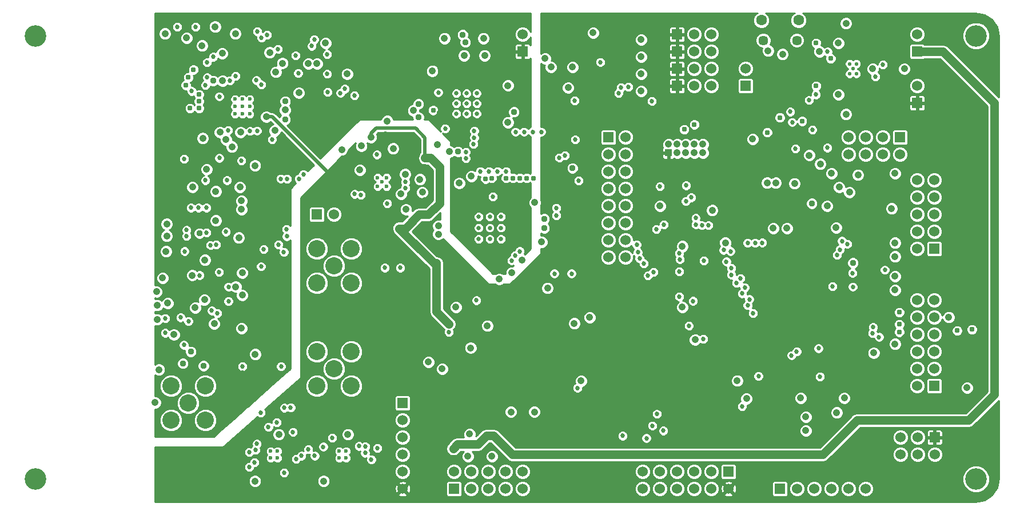
<source format=gbr>
G04 (created by PCBNEW-RS274X (2012-01-19 BZR 3256)-stable) date 12/09/2012 22:21:58*
G01*
G70*
G90*
%MOIN*%
G04 Gerber Fmt 3.4, Leading zero omitted, Abs format*
%FSLAX34Y34*%
G04 APERTURE LIST*
%ADD10C,0.006000*%
%ADD11C,0.063000*%
%ADD12C,0.057100*%
%ADD13C,0.023000*%
%ADD14C,0.023600*%
%ADD15C,0.025000*%
%ADD16R,0.060000X0.060000*%
%ADD17C,0.060000*%
%ADD18R,0.042000X0.042000*%
%ADD19C,0.042000*%
%ADD20C,0.100000*%
%ADD21C,0.126000*%
%ADD22C,0.031000*%
%ADD23C,0.027000*%
%ADD24C,0.037000*%
%ADD25C,0.050000*%
%ADD26C,0.020000*%
%ADD27C,0.010000*%
G04 APERTURE END LIST*
G54D10*
G54D11*
X70583Y-22169D03*
X68417Y-22169D03*
G54D12*
X70479Y-23339D03*
X68521Y-23339D03*
G54D13*
X73750Y-25000D03*
X73947Y-24705D03*
X73553Y-24705D03*
X73553Y-25295D03*
X73947Y-25295D03*
G54D14*
X44202Y-47702D03*
X43798Y-47702D03*
X43798Y-47298D03*
X44202Y-47298D03*
X40202Y-47702D03*
X39798Y-47702D03*
X39798Y-47298D03*
X40202Y-47298D03*
G54D15*
X52575Y-34275D03*
X52575Y-33625D03*
X53225Y-33625D03*
X53225Y-34275D03*
X53225Y-34925D03*
X52575Y-34925D03*
X51925Y-34925D03*
X51925Y-34275D03*
X51925Y-33625D03*
X51225Y-27025D03*
X51225Y-26431D03*
X51819Y-26431D03*
X51819Y-27025D03*
X51819Y-27619D03*
X51225Y-27619D03*
X50631Y-27619D03*
X50631Y-27025D03*
X50631Y-26431D03*
G54D14*
X38150Y-27200D03*
X37717Y-27200D03*
X37717Y-26767D03*
X38150Y-26767D03*
X38583Y-26767D03*
X38583Y-27200D03*
X38583Y-27633D03*
X38150Y-27633D03*
X37717Y-27633D03*
X46300Y-31600D03*
X46039Y-31339D03*
X46561Y-31339D03*
X46561Y-31861D03*
X46039Y-31861D03*
G54D16*
X59500Y-29000D03*
G54D17*
X60500Y-29000D03*
X59500Y-30000D03*
X60500Y-30000D03*
X59500Y-31000D03*
X60500Y-31000D03*
X59500Y-32000D03*
X60500Y-32000D03*
X59500Y-33000D03*
X60500Y-33000D03*
X59500Y-34000D03*
X60500Y-34000D03*
X59500Y-35000D03*
X60500Y-35000D03*
X59500Y-36000D03*
X60500Y-36000D03*
G54D16*
X66500Y-48500D03*
G54D17*
X66500Y-49500D03*
X65500Y-48500D03*
X65500Y-49500D03*
X64500Y-48500D03*
X64500Y-49500D03*
X63500Y-48500D03*
X63500Y-49500D03*
X62500Y-48500D03*
X62500Y-49500D03*
X61500Y-48500D03*
X61500Y-49500D03*
G54D16*
X78500Y-43500D03*
G54D17*
X77500Y-43500D03*
X78500Y-42500D03*
X77500Y-42500D03*
X78500Y-41500D03*
X77500Y-41500D03*
X78500Y-40500D03*
X77500Y-40500D03*
X78500Y-39500D03*
X77500Y-39500D03*
X78500Y-38500D03*
X77500Y-38500D03*
G54D16*
X78500Y-35500D03*
G54D17*
X77500Y-35500D03*
X78500Y-34500D03*
X77500Y-34500D03*
X78500Y-33500D03*
X77500Y-33500D03*
X78500Y-32500D03*
X77500Y-32500D03*
X78500Y-31500D03*
X77500Y-31500D03*
G54D16*
X50500Y-49500D03*
G54D17*
X50500Y-48500D03*
X51500Y-49500D03*
X51500Y-48500D03*
X52500Y-49500D03*
X52500Y-48500D03*
X53500Y-49500D03*
X53500Y-48500D03*
X54500Y-49500D03*
X54500Y-48500D03*
G54D16*
X76500Y-29000D03*
G54D17*
X76500Y-30000D03*
X75500Y-29000D03*
X75500Y-30000D03*
X74500Y-29000D03*
X74500Y-30000D03*
X73500Y-29000D03*
X73500Y-30000D03*
G54D16*
X78510Y-46500D03*
G54D17*
X78510Y-47500D03*
X77510Y-46500D03*
X77510Y-47500D03*
X76510Y-46500D03*
X76510Y-47500D03*
G54D16*
X69500Y-49500D03*
G54D17*
X70500Y-49500D03*
X71500Y-49500D03*
X72500Y-49500D03*
X73500Y-49500D03*
X74500Y-49500D03*
G54D16*
X47500Y-44500D03*
G54D17*
X47500Y-45500D03*
X47500Y-46500D03*
X47500Y-47500D03*
X47500Y-48500D03*
X47500Y-49500D03*
G54D16*
X63500Y-24000D03*
G54D17*
X64500Y-24000D03*
X65500Y-24000D03*
G54D16*
X63500Y-23000D03*
G54D17*
X64500Y-23000D03*
X65500Y-23000D03*
G54D16*
X63500Y-25000D03*
G54D17*
X64500Y-25000D03*
X65500Y-25000D03*
G54D16*
X63500Y-26000D03*
G54D17*
X64500Y-26000D03*
X65500Y-26000D03*
G54D16*
X67500Y-26000D03*
G54D17*
X67500Y-25000D03*
G54D18*
X63000Y-29900D03*
G54D19*
X63000Y-29400D03*
X63500Y-29900D03*
X63500Y-29400D03*
X64000Y-29900D03*
X64000Y-29400D03*
X64500Y-29900D03*
X64500Y-29400D03*
X65000Y-29900D03*
X65000Y-29400D03*
G54D20*
X43500Y-42500D03*
X42500Y-43500D03*
X44500Y-43500D03*
X44500Y-41500D03*
X42500Y-41500D03*
X35000Y-44500D03*
X36000Y-43500D03*
X34000Y-43500D03*
X34000Y-45500D03*
X36000Y-45500D03*
X43500Y-36500D03*
X42500Y-37500D03*
X44500Y-37500D03*
X44500Y-35500D03*
X42500Y-35500D03*
G54D16*
X77500Y-24000D03*
G54D17*
X77500Y-23000D03*
G54D16*
X77500Y-27000D03*
G54D17*
X77500Y-26000D03*
G54D16*
X42500Y-33500D03*
G54D17*
X43500Y-33500D03*
G54D16*
X54500Y-24000D03*
G54D17*
X54500Y-23000D03*
G54D21*
X26075Y-23075D03*
X26075Y-48925D03*
X80925Y-48925D03*
X80925Y-23075D03*
G54D19*
X52800Y-46400D03*
G54D22*
X49470Y-36330D03*
G54D19*
X48450Y-33500D03*
X48800Y-30200D03*
X50200Y-39880D03*
X50450Y-47150D03*
X45650Y-29000D03*
X47300Y-34310D03*
G54D23*
X53850Y-36180D03*
X56460Y-33110D03*
X54060Y-35880D03*
X56460Y-33550D03*
G54D19*
X47400Y-32300D03*
X47650Y-31150D03*
G54D23*
X38930Y-47230D03*
X38850Y-47960D03*
X44950Y-47000D03*
X45670Y-47790D03*
X45310Y-47400D03*
X34900Y-34400D03*
X44680Y-26560D03*
X35420Y-22550D03*
X36620Y-35260D03*
X43100Y-24150D03*
X39020Y-22820D03*
X42340Y-23280D03*
X40250Y-35260D03*
X34780Y-35640D03*
X37330Y-28590D03*
X40410Y-42350D03*
X41450Y-31410D03*
X38600Y-28630D03*
X38150Y-42350D03*
X45330Y-47030D03*
X40570Y-35690D03*
X37340Y-37710D03*
X39010Y-28610D03*
X46030Y-47120D03*
X41710Y-31150D03*
X35010Y-39720D03*
X33650Y-40400D03*
X36370Y-39100D03*
X38970Y-25670D03*
X43130Y-26360D03*
X34750Y-30250D03*
X36810Y-26610D03*
X40740Y-34770D03*
X42870Y-47040D03*
X36050Y-34550D03*
X40600Y-44770D03*
X36000Y-31500D03*
X37250Y-31500D03*
X40730Y-34350D03*
X40970Y-44750D03*
X37200Y-34500D03*
X43390Y-46520D03*
X41600Y-47570D03*
X40580Y-48550D03*
X43098Y-25298D03*
X34350Y-22550D03*
X42200Y-23670D03*
X39590Y-23020D03*
X41410Y-25250D03*
X40390Y-31410D03*
X38100Y-30350D03*
X43870Y-26410D03*
X40230Y-23850D03*
X35660Y-37040D03*
X33650Y-39550D03*
X34550Y-39500D03*
X38550Y-47360D03*
X41280Y-47760D03*
X39400Y-35520D03*
X38560Y-48220D03*
X34900Y-34750D03*
X36280Y-35280D03*
X39270Y-23190D03*
X36450Y-24300D03*
X42000Y-47190D03*
X36810Y-30200D03*
X40160Y-45620D03*
X39260Y-25930D03*
X39000Y-46870D03*
X40750Y-31420D03*
X41260Y-24230D03*
X44130Y-26170D03*
X42370Y-47570D03*
X34740Y-41100D03*
X37340Y-38560D03*
X36690Y-39250D03*
X39670Y-45890D03*
X39220Y-45050D03*
X36800Y-36850D03*
X39240Y-36530D03*
X41100Y-46180D03*
X63630Y-35750D03*
X61140Y-35260D03*
X63660Y-36110D03*
X61210Y-35700D03*
X66210Y-35570D03*
X61310Y-36060D03*
X66610Y-35640D03*
X61560Y-36350D03*
X62700Y-46100D03*
X62060Y-45810D03*
X57690Y-43610D03*
X62330Y-45130D03*
X61710Y-46540D03*
X75500Y-24750D03*
X71740Y-41300D03*
X72250Y-29600D03*
X73110Y-35040D03*
X73430Y-35210D03*
X75610Y-36730D03*
X73720Y-36910D03*
X72830Y-35860D03*
X72990Y-35540D03*
X75270Y-40640D03*
X74930Y-40070D03*
X74880Y-40430D03*
G54D19*
X76000Y-33150D03*
X72250Y-33000D03*
G54D23*
X72560Y-37690D03*
X73740Y-37710D03*
X64320Y-32500D03*
X65330Y-34130D03*
X67610Y-38790D03*
X66370Y-36240D03*
X66660Y-37010D03*
X66960Y-37490D03*
X67440Y-37760D03*
X67290Y-38100D03*
X67710Y-38440D03*
X66650Y-36620D03*
X67190Y-37210D03*
X64580Y-33700D03*
X62720Y-34080D03*
X62280Y-34350D03*
X64580Y-34080D03*
G54D22*
X79830Y-40270D03*
X80690Y-40200D03*
X76450Y-40350D03*
X76450Y-39200D03*
X76450Y-39900D03*
X63910Y-28530D03*
X64500Y-28250D03*
G54D23*
X68240Y-42920D03*
X67280Y-44690D03*
G54D19*
X51400Y-46300D03*
X49800Y-42500D03*
G54D23*
X71380Y-28550D03*
X71830Y-42950D03*
X57340Y-36940D03*
X64180Y-39980D03*
X56340Y-36940D03*
X54320Y-35640D03*
X65020Y-40750D03*
X51180Y-30230D03*
X37430Y-25680D03*
X61800Y-37050D03*
X36100Y-25500D03*
X60080Y-26420D03*
X63630Y-38280D03*
X52750Y-32450D03*
X47650Y-31600D03*
X51800Y-38500D03*
X50200Y-40360D03*
X47650Y-31950D03*
G54D19*
X72950Y-31900D03*
X35400Y-38930D03*
G54D22*
X34850Y-25950D03*
G54D23*
X36050Y-33100D03*
G54D19*
X64550Y-40800D03*
X46600Y-28050D03*
X72770Y-34260D03*
X67000Y-43190D03*
X61400Y-23300D03*
X33750Y-34050D03*
G54D24*
X73750Y-36320D03*
G54D23*
X54575Y-28675D03*
G54D19*
X71800Y-24000D03*
G54D23*
X54075Y-28675D03*
G54D22*
X35300Y-25050D03*
G54D24*
X50725Y-29835D03*
X35140Y-41500D03*
G54D19*
X34160Y-40500D03*
X55950Y-37790D03*
X53810Y-45010D03*
G54D22*
X71600Y-26000D03*
G54D19*
X67540Y-44230D03*
X41450Y-26400D03*
X40650Y-27400D03*
X36510Y-39870D03*
G54D24*
X51005Y-23005D03*
G54D19*
X43000Y-23500D03*
X68800Y-23950D03*
X67900Y-29100D03*
X71850Y-30550D03*
X45000Y-30900D03*
X69100Y-34300D03*
X52275Y-24225D03*
X71200Y-30040D03*
X37750Y-22950D03*
X70700Y-44200D03*
X52215Y-23225D03*
X69900Y-34300D03*
X42500Y-24700D03*
X38150Y-36900D03*
X42000Y-24700D03*
X51075Y-24225D03*
X49580Y-34640D03*
X74900Y-25000D03*
G54D24*
X55750Y-33750D03*
G54D22*
X54725Y-31375D03*
G54D19*
X73550Y-32200D03*
X56150Y-24900D03*
X35250Y-31900D03*
G54D23*
X35150Y-33100D03*
G54D19*
X37550Y-29550D03*
X62500Y-33000D03*
X61400Y-24300D03*
X63800Y-38900D03*
X73250Y-44200D03*
G54D24*
X71350Y-32850D03*
G54D19*
X35850Y-29050D03*
X38100Y-33200D03*
G54D23*
X55075Y-28675D03*
G54D19*
X45090Y-29500D03*
X50600Y-38900D03*
X51505Y-31265D03*
X72800Y-45050D03*
X40050Y-28600D03*
X39750Y-24050D03*
X48650Y-32200D03*
G54D23*
X52025Y-30975D03*
G54D19*
X33190Y-38790D03*
X76200Y-37900D03*
X55800Y-24400D03*
X52700Y-47600D03*
X38100Y-32700D03*
X38100Y-40130D03*
X73350Y-22350D03*
G54D24*
X48415Y-27045D03*
G54D19*
X76200Y-35950D03*
X47690Y-33200D03*
X74040Y-31190D03*
X38010Y-31900D03*
X53635Y-28125D03*
X50225Y-29835D03*
X71000Y-45300D03*
X35800Y-23650D03*
X57900Y-43200D03*
G54D22*
X53525Y-31375D03*
G54D19*
X38900Y-41650D03*
X40280Y-46320D03*
X33640Y-22950D03*
X38050Y-28700D03*
G54D23*
X70100Y-27500D03*
G54D24*
X48425Y-27825D03*
G54D19*
X38890Y-30650D03*
X49525Y-29435D03*
G54D22*
X52685Y-31375D03*
G54D19*
X40490Y-24680D03*
X70350Y-31690D03*
X72900Y-23500D03*
G54D24*
X35890Y-42320D03*
G54D19*
X79330Y-39490D03*
X55180Y-45010D03*
X49225Y-25125D03*
X72900Y-26500D03*
G54D24*
X40650Y-27950D03*
G54D19*
X48500Y-31450D03*
X53860Y-36890D03*
X35230Y-37040D03*
X36850Y-28700D03*
G54D22*
X72450Y-24400D03*
X54325Y-31375D03*
G54D19*
X33750Y-34750D03*
X53635Y-25975D03*
X43940Y-29720D03*
X53130Y-37260D03*
G54D22*
X35630Y-27300D03*
G54D19*
X54450Y-36150D03*
X49935Y-23225D03*
X38890Y-49050D03*
X33800Y-38670D03*
G54D24*
X57400Y-30800D03*
G54D19*
X55200Y-32800D03*
G54D22*
X70790Y-28050D03*
X35630Y-26900D03*
G54D24*
X34680Y-42180D03*
G54D19*
X61400Y-25300D03*
X73350Y-27650D03*
X33500Y-37200D03*
X76200Y-31100D03*
X34900Y-23200D03*
X35940Y-38470D03*
X57500Y-39850D03*
G54D22*
X53925Y-31375D03*
G54D19*
X37000Y-25700D03*
X44260Y-25300D03*
X80400Y-43600D03*
X36560Y-22550D03*
X52430Y-39990D03*
X38150Y-38200D03*
X42890Y-49050D03*
X33070Y-44460D03*
X55600Y-35100D03*
X72500Y-31100D03*
X57400Y-24900D03*
X36600Y-33850D03*
X49580Y-34160D03*
G54D24*
X36450Y-25700D03*
X55750Y-34300D03*
G54D19*
X76200Y-41050D03*
X37950Y-34850D03*
X71000Y-46100D03*
X36600Y-32150D03*
X51460Y-41280D03*
X33190Y-39620D03*
X44300Y-46320D03*
X69250Y-31650D03*
X33290Y-42550D03*
X46950Y-29650D03*
G54D23*
X55575Y-28675D03*
G54D19*
X35970Y-36150D03*
G54D24*
X40650Y-26900D03*
G54D19*
X65550Y-33250D03*
X57150Y-26100D03*
X37200Y-29130D03*
X36980Y-24100D03*
X51300Y-47600D03*
X74960Y-41560D03*
G54D22*
X35000Y-25500D03*
G54D19*
X33700Y-35650D03*
X58600Y-22900D03*
X36070Y-30860D03*
G54D22*
X35100Y-27300D03*
G54D19*
X76750Y-25000D03*
G54D22*
X35630Y-26500D03*
G54D19*
X76200Y-35150D03*
G54D23*
X35600Y-33100D03*
G54D19*
X48125Y-27425D03*
G54D23*
X53525Y-30975D03*
G54D19*
X66310Y-35140D03*
X58400Y-39500D03*
X33150Y-38000D03*
X37760Y-37710D03*
G54D23*
X52525Y-30975D03*
G54D19*
X68750Y-31650D03*
G54D22*
X55125Y-31375D03*
X52325Y-31415D03*
G54D24*
X35650Y-34600D03*
G54D19*
X40100Y-25190D03*
X50795Y-31665D03*
X69650Y-24150D03*
G54D24*
X53985Y-27515D03*
G54D19*
X76200Y-37100D03*
G54D22*
X71600Y-23500D03*
G54D24*
X51145Y-23445D03*
G54D19*
X49000Y-42100D03*
X63800Y-35350D03*
G54D23*
X53025Y-30975D03*
G54D19*
X61400Y-26300D03*
G54D23*
X51620Y-29390D03*
X70400Y-29650D03*
X39880Y-29130D03*
X46000Y-30000D03*
X75050Y-25450D03*
X71590Y-26500D03*
X72270Y-24000D03*
X71190Y-26830D03*
G54D22*
X68750Y-28710D03*
X69490Y-27840D03*
G54D23*
X37750Y-25420D03*
X62120Y-36860D03*
X64420Y-38540D03*
X60220Y-26080D03*
X36090Y-24630D03*
X64010Y-32720D03*
X64940Y-34130D03*
X60650Y-26060D03*
X59030Y-24610D03*
X70210Y-28110D03*
X51670Y-28620D03*
X68460Y-35140D03*
X56960Y-30050D03*
X44700Y-32300D03*
X70170Y-41710D03*
X46450Y-36600D03*
X47350Y-36600D03*
X70470Y-41480D03*
X45050Y-32350D03*
X60320Y-46400D03*
X46600Y-32850D03*
X65060Y-36190D03*
X51180Y-29850D03*
X57550Y-29130D03*
X63630Y-36820D03*
X51670Y-29010D03*
X57760Y-31520D03*
X35200Y-26300D03*
X57520Y-26850D03*
X62020Y-26880D03*
X49575Y-26375D03*
X67930Y-39250D03*
X36000Y-25950D03*
X64030Y-31800D03*
X68040Y-35150D03*
X56630Y-30180D03*
G54D19*
X49625Y-25925D03*
X54570Y-33380D03*
X35250Y-36400D03*
X51525Y-32465D03*
G54D22*
X52945Y-27695D03*
G54D19*
X37450Y-24500D03*
X54500Y-34300D03*
X39570Y-27010D03*
X39250Y-25300D03*
G54D24*
X52275Y-32475D03*
G54D23*
X52825Y-27335D03*
G54D19*
X52275Y-25415D03*
X37600Y-41150D03*
G54D24*
X50615Y-28785D03*
G54D19*
X53140Y-36100D03*
G54D22*
X53525Y-32475D03*
X49565Y-27045D03*
G54D19*
X51075Y-25405D03*
X38150Y-42800D03*
G54D24*
X36640Y-27250D03*
G54D19*
X33610Y-36600D03*
G54D23*
X52895Y-26425D03*
G54D22*
X49625Y-27585D03*
G54D19*
X54400Y-35100D03*
X57200Y-22200D03*
X58050Y-40400D03*
X57850Y-42700D03*
X63500Y-27740D03*
X73700Y-48250D03*
G54D22*
X71190Y-28050D03*
G54D19*
X56300Y-25800D03*
X67350Y-29600D03*
G54D22*
X49820Y-35960D03*
G54D19*
X75000Y-35950D03*
X65000Y-38900D03*
X75000Y-35150D03*
X66350Y-33100D03*
X78150Y-37100D03*
X48800Y-30750D03*
X72810Y-32920D03*
X67540Y-43020D03*
X45660Y-30400D03*
X48800Y-32700D03*
X70700Y-43000D03*
X64050Y-37540D03*
X69700Y-48250D03*
X55600Y-38600D03*
X73250Y-43000D03*
X75000Y-41050D03*
X46500Y-28850D03*
X64990Y-31000D03*
X68750Y-32850D03*
X39710Y-48650D03*
G54D22*
X72560Y-25570D03*
G54D19*
X43710Y-48650D03*
X50450Y-45900D03*
G54D22*
X49275Y-27415D03*
G54D19*
X70378Y-32904D03*
X81250Y-43200D03*
X46730Y-34310D03*
X65000Y-41250D03*
X47350Y-37750D03*
X48340Y-29160D03*
X75000Y-37100D03*
X39550Y-27800D03*
X75000Y-37900D03*
X46450Y-37750D03*
G54D24*
X44300Y-32400D03*
X44850Y-33300D03*
G54D19*
X65030Y-35270D03*
X66640Y-30840D03*
X62900Y-33550D03*
G54D23*
X49975Y-28485D03*
X67610Y-35160D03*
X62500Y-31850D03*
G54D25*
X52380Y-46400D02*
X51880Y-46900D01*
X48450Y-33500D02*
X49000Y-33500D01*
X47340Y-34310D02*
X47640Y-34310D01*
X56000Y-47500D02*
X53900Y-47500D01*
X80500Y-45500D02*
X74000Y-45500D01*
G54D26*
X48800Y-29010D02*
X48800Y-30200D01*
G54D25*
X47300Y-34310D02*
X47340Y-34310D01*
X82000Y-44000D02*
X80500Y-45500D01*
X49320Y-36330D02*
X47300Y-34310D01*
X52800Y-46400D02*
X52380Y-46400D01*
X49470Y-36330D02*
X49470Y-39150D01*
X49470Y-36330D02*
X49320Y-36330D01*
X53900Y-47500D02*
X52800Y-46400D01*
G54D26*
X45650Y-29000D02*
X45650Y-28760D01*
G54D25*
X82000Y-27000D02*
X82000Y-44000D01*
X51880Y-46900D02*
X50700Y-46900D01*
X49470Y-39150D02*
X50200Y-39880D01*
G54D26*
X45960Y-28450D02*
X48240Y-28450D01*
G54D25*
X49660Y-32840D02*
X49660Y-30730D01*
X49130Y-30200D02*
X48800Y-30200D01*
X72000Y-47500D02*
X56000Y-47500D01*
X77500Y-24000D02*
X79000Y-24000D01*
X49660Y-30730D02*
X49130Y-30200D01*
X49000Y-33500D02*
X49660Y-32840D01*
G54D26*
X45650Y-28760D02*
X45960Y-28450D01*
G54D25*
X74000Y-45500D02*
X72000Y-47500D01*
X79000Y-24000D02*
X82000Y-27000D01*
G54D26*
X48240Y-28450D02*
X48800Y-29010D01*
G54D25*
X50700Y-46900D02*
X50450Y-47150D01*
X47640Y-34310D02*
X48450Y-33500D01*
G54D26*
X39550Y-27800D02*
X39900Y-27800D01*
X44300Y-32200D02*
X44300Y-32400D01*
X39900Y-27800D02*
X44300Y-32200D01*
G54D10*
G36*
X82255Y-48903D02*
X82149Y-49431D01*
X81862Y-49862D01*
X81724Y-49954D01*
X81724Y-49085D01*
X81724Y-48767D01*
X81603Y-48473D01*
X81378Y-48248D01*
X81085Y-48126D01*
X80767Y-48126D01*
X80473Y-48247D01*
X80248Y-48472D01*
X80126Y-48765D01*
X80126Y-49083D01*
X80247Y-49377D01*
X80472Y-49602D01*
X80765Y-49724D01*
X81083Y-49724D01*
X81377Y-49603D01*
X81602Y-49378D01*
X81724Y-49085D01*
X81724Y-49954D01*
X81433Y-50148D01*
X80901Y-50255D01*
X78980Y-50255D01*
X78980Y-47594D01*
X78980Y-47407D01*
X78980Y-46834D01*
X78980Y-46766D01*
X78980Y-46592D01*
X78980Y-46408D01*
X78980Y-46234D01*
X78980Y-46166D01*
X78954Y-46104D01*
X78906Y-46056D01*
X78844Y-46030D01*
X78602Y-46030D01*
X78560Y-46072D01*
X78560Y-46450D01*
X78938Y-46450D01*
X78980Y-46408D01*
X78980Y-46592D01*
X78938Y-46550D01*
X78560Y-46550D01*
X78560Y-46928D01*
X78602Y-46970D01*
X78844Y-46970D01*
X78906Y-46944D01*
X78954Y-46896D01*
X78980Y-46834D01*
X78980Y-47407D01*
X78909Y-47234D01*
X78777Y-47102D01*
X78604Y-47030D01*
X78460Y-47030D01*
X78460Y-46928D01*
X78460Y-46550D01*
X78460Y-46450D01*
X78460Y-46072D01*
X78418Y-46030D01*
X78176Y-46030D01*
X78114Y-46056D01*
X78066Y-46104D01*
X78040Y-46166D01*
X78040Y-46234D01*
X78040Y-46408D01*
X78082Y-46450D01*
X78460Y-46450D01*
X78460Y-46550D01*
X78082Y-46550D01*
X78040Y-46592D01*
X78040Y-46766D01*
X78040Y-46834D01*
X78066Y-46896D01*
X78114Y-46944D01*
X78176Y-46970D01*
X78418Y-46970D01*
X78460Y-46928D01*
X78460Y-47030D01*
X78417Y-47030D01*
X78244Y-47101D01*
X78112Y-47233D01*
X78040Y-47406D01*
X78040Y-47593D01*
X78111Y-47766D01*
X78243Y-47898D01*
X78416Y-47970D01*
X78603Y-47970D01*
X78776Y-47899D01*
X78908Y-47767D01*
X78980Y-47594D01*
X78980Y-50255D01*
X77980Y-50255D01*
X77980Y-47594D01*
X77980Y-47407D01*
X77980Y-46594D01*
X77980Y-46407D01*
X77909Y-46234D01*
X77777Y-46102D01*
X77604Y-46030D01*
X77417Y-46030D01*
X77244Y-46101D01*
X77112Y-46233D01*
X77040Y-46406D01*
X77040Y-46593D01*
X77111Y-46766D01*
X77243Y-46898D01*
X77416Y-46970D01*
X77603Y-46970D01*
X77776Y-46899D01*
X77908Y-46767D01*
X77980Y-46594D01*
X77980Y-47407D01*
X77909Y-47234D01*
X77777Y-47102D01*
X77604Y-47030D01*
X77417Y-47030D01*
X77244Y-47101D01*
X77112Y-47233D01*
X77040Y-47406D01*
X77040Y-47593D01*
X77111Y-47766D01*
X77243Y-47898D01*
X77416Y-47970D01*
X77603Y-47970D01*
X77776Y-47899D01*
X77908Y-47767D01*
X77980Y-47594D01*
X77980Y-50255D01*
X76980Y-50255D01*
X76980Y-47594D01*
X76980Y-47407D01*
X76980Y-46594D01*
X76980Y-46407D01*
X76909Y-46234D01*
X76777Y-46102D01*
X76604Y-46030D01*
X76417Y-46030D01*
X76244Y-46101D01*
X76112Y-46233D01*
X76040Y-46406D01*
X76040Y-46593D01*
X76111Y-46766D01*
X76243Y-46898D01*
X76416Y-46970D01*
X76603Y-46970D01*
X76776Y-46899D01*
X76908Y-46767D01*
X76980Y-46594D01*
X76980Y-47407D01*
X76909Y-47234D01*
X76777Y-47102D01*
X76604Y-47030D01*
X76417Y-47030D01*
X76244Y-47101D01*
X76112Y-47233D01*
X76040Y-47406D01*
X76040Y-47593D01*
X76111Y-47766D01*
X76243Y-47898D01*
X76416Y-47970D01*
X76603Y-47970D01*
X76776Y-47899D01*
X76908Y-47767D01*
X76980Y-47594D01*
X76980Y-50255D01*
X74970Y-50255D01*
X74970Y-49594D01*
X74970Y-49407D01*
X74899Y-49234D01*
X74767Y-49102D01*
X74594Y-49030D01*
X74407Y-49030D01*
X74234Y-49101D01*
X74102Y-49233D01*
X74030Y-49406D01*
X74030Y-49593D01*
X74101Y-49766D01*
X74233Y-49898D01*
X74406Y-49970D01*
X74593Y-49970D01*
X74766Y-49899D01*
X74898Y-49767D01*
X74970Y-49594D01*
X74970Y-50255D01*
X73970Y-50255D01*
X73970Y-49594D01*
X73970Y-49407D01*
X73899Y-49234D01*
X73767Y-49102D01*
X73594Y-49030D01*
X73407Y-49030D01*
X73234Y-49101D01*
X73102Y-49233D01*
X73030Y-49406D01*
X73030Y-49593D01*
X73101Y-49766D01*
X73233Y-49898D01*
X73406Y-49970D01*
X73593Y-49970D01*
X73766Y-49899D01*
X73898Y-49767D01*
X73970Y-49594D01*
X73970Y-50255D01*
X72970Y-50255D01*
X72970Y-49594D01*
X72970Y-49407D01*
X72899Y-49234D01*
X72767Y-49102D01*
X72594Y-49030D01*
X72407Y-49030D01*
X72234Y-49101D01*
X72102Y-49233D01*
X72030Y-49406D01*
X72030Y-49593D01*
X72101Y-49766D01*
X72233Y-49898D01*
X72406Y-49970D01*
X72593Y-49970D01*
X72766Y-49899D01*
X72898Y-49767D01*
X72970Y-49594D01*
X72970Y-50255D01*
X71970Y-50255D01*
X71970Y-49594D01*
X71970Y-49407D01*
X71899Y-49234D01*
X71767Y-49102D01*
X71594Y-49030D01*
X71407Y-49030D01*
X71234Y-49101D01*
X71102Y-49233D01*
X71030Y-49406D01*
X71030Y-49593D01*
X71101Y-49766D01*
X71233Y-49898D01*
X71406Y-49970D01*
X71593Y-49970D01*
X71766Y-49899D01*
X71898Y-49767D01*
X71970Y-49594D01*
X71970Y-50255D01*
X70970Y-50255D01*
X70970Y-49594D01*
X70970Y-49407D01*
X70899Y-49234D01*
X70767Y-49102D01*
X70594Y-49030D01*
X70407Y-49030D01*
X70234Y-49101D01*
X70102Y-49233D01*
X70030Y-49406D01*
X70030Y-49593D01*
X70101Y-49766D01*
X70233Y-49898D01*
X70406Y-49970D01*
X70593Y-49970D01*
X70766Y-49899D01*
X70898Y-49767D01*
X70970Y-49594D01*
X70970Y-50255D01*
X69970Y-50255D01*
X69970Y-49834D01*
X69970Y-49766D01*
X69970Y-49166D01*
X69944Y-49104D01*
X69896Y-49056D01*
X69834Y-49030D01*
X69766Y-49030D01*
X69166Y-49030D01*
X69104Y-49056D01*
X69056Y-49104D01*
X69030Y-49166D01*
X69030Y-49234D01*
X69030Y-49834D01*
X69056Y-49896D01*
X69104Y-49944D01*
X69166Y-49970D01*
X69234Y-49970D01*
X69834Y-49970D01*
X69896Y-49944D01*
X69944Y-49896D01*
X69970Y-49834D01*
X69970Y-50255D01*
X66970Y-50255D01*
X66970Y-48834D01*
X66970Y-48766D01*
X66970Y-48166D01*
X66944Y-48104D01*
X66896Y-48056D01*
X66834Y-48030D01*
X66766Y-48030D01*
X66166Y-48030D01*
X66104Y-48056D01*
X66056Y-48104D01*
X66030Y-48166D01*
X66030Y-48234D01*
X66030Y-48834D01*
X66056Y-48896D01*
X66104Y-48944D01*
X66166Y-48970D01*
X66234Y-48970D01*
X66834Y-48970D01*
X66896Y-48944D01*
X66944Y-48896D01*
X66970Y-48834D01*
X66970Y-50255D01*
X66965Y-50255D01*
X66965Y-49561D01*
X66953Y-49378D01*
X66907Y-49266D01*
X66836Y-49235D01*
X66765Y-49306D01*
X66765Y-49164D01*
X66734Y-49093D01*
X66561Y-49035D01*
X66378Y-49047D01*
X66266Y-49093D01*
X66235Y-49164D01*
X66500Y-49429D01*
X66765Y-49164D01*
X66765Y-49306D01*
X66571Y-49500D01*
X66836Y-49765D01*
X66907Y-49734D01*
X66965Y-49561D01*
X66965Y-50255D01*
X66765Y-50255D01*
X66765Y-49836D01*
X66500Y-49571D01*
X66429Y-49642D01*
X66429Y-49500D01*
X66164Y-49235D01*
X66093Y-49266D01*
X66035Y-49439D01*
X66047Y-49622D01*
X66093Y-49734D01*
X66164Y-49765D01*
X66429Y-49500D01*
X66429Y-49642D01*
X66235Y-49836D01*
X66266Y-49907D01*
X66439Y-49965D01*
X66622Y-49953D01*
X66734Y-49907D01*
X66765Y-49836D01*
X66765Y-50255D01*
X65970Y-50255D01*
X65970Y-49594D01*
X65970Y-49407D01*
X65970Y-48594D01*
X65970Y-48407D01*
X65899Y-48234D01*
X65767Y-48102D01*
X65594Y-48030D01*
X65407Y-48030D01*
X65234Y-48101D01*
X65102Y-48233D01*
X65030Y-48406D01*
X65030Y-48593D01*
X65101Y-48766D01*
X65233Y-48898D01*
X65406Y-48970D01*
X65593Y-48970D01*
X65766Y-48899D01*
X65898Y-48767D01*
X65970Y-48594D01*
X65970Y-49407D01*
X65899Y-49234D01*
X65767Y-49102D01*
X65594Y-49030D01*
X65407Y-49030D01*
X65234Y-49101D01*
X65102Y-49233D01*
X65030Y-49406D01*
X65030Y-49593D01*
X65101Y-49766D01*
X65233Y-49898D01*
X65406Y-49970D01*
X65593Y-49970D01*
X65766Y-49899D01*
X65898Y-49767D01*
X65970Y-49594D01*
X65970Y-50255D01*
X64970Y-50255D01*
X64970Y-49594D01*
X64970Y-49407D01*
X64970Y-48594D01*
X64970Y-48407D01*
X64899Y-48234D01*
X64767Y-48102D01*
X64594Y-48030D01*
X64407Y-48030D01*
X64234Y-48101D01*
X64102Y-48233D01*
X64030Y-48406D01*
X64030Y-48593D01*
X64101Y-48766D01*
X64233Y-48898D01*
X64406Y-48970D01*
X64593Y-48970D01*
X64766Y-48899D01*
X64898Y-48767D01*
X64970Y-48594D01*
X64970Y-49407D01*
X64899Y-49234D01*
X64767Y-49102D01*
X64594Y-49030D01*
X64407Y-49030D01*
X64234Y-49101D01*
X64102Y-49233D01*
X64030Y-49406D01*
X64030Y-49593D01*
X64101Y-49766D01*
X64233Y-49898D01*
X64406Y-49970D01*
X64593Y-49970D01*
X64766Y-49899D01*
X64898Y-49767D01*
X64970Y-49594D01*
X64970Y-50255D01*
X63970Y-50255D01*
X63970Y-49594D01*
X63970Y-49407D01*
X63970Y-48594D01*
X63970Y-48407D01*
X63899Y-48234D01*
X63767Y-48102D01*
X63594Y-48030D01*
X63407Y-48030D01*
X63234Y-48101D01*
X63102Y-48233D01*
X63030Y-48406D01*
X63030Y-48593D01*
X63101Y-48766D01*
X63233Y-48898D01*
X63406Y-48970D01*
X63593Y-48970D01*
X63766Y-48899D01*
X63898Y-48767D01*
X63970Y-48594D01*
X63970Y-49407D01*
X63899Y-49234D01*
X63767Y-49102D01*
X63594Y-49030D01*
X63407Y-49030D01*
X63234Y-49101D01*
X63102Y-49233D01*
X63030Y-49406D01*
X63030Y-49593D01*
X63101Y-49766D01*
X63233Y-49898D01*
X63406Y-49970D01*
X63593Y-49970D01*
X63766Y-49899D01*
X63898Y-49767D01*
X63970Y-49594D01*
X63970Y-50255D01*
X62970Y-50255D01*
X62970Y-49594D01*
X62970Y-49407D01*
X62970Y-48594D01*
X62970Y-48407D01*
X62899Y-48234D01*
X62767Y-48102D01*
X62594Y-48030D01*
X62407Y-48030D01*
X62234Y-48101D01*
X62102Y-48233D01*
X62030Y-48406D01*
X62030Y-48593D01*
X62101Y-48766D01*
X62233Y-48898D01*
X62406Y-48970D01*
X62593Y-48970D01*
X62766Y-48899D01*
X62898Y-48767D01*
X62970Y-48594D01*
X62970Y-49407D01*
X62899Y-49234D01*
X62767Y-49102D01*
X62594Y-49030D01*
X62407Y-49030D01*
X62234Y-49101D01*
X62102Y-49233D01*
X62030Y-49406D01*
X62030Y-49593D01*
X62101Y-49766D01*
X62233Y-49898D01*
X62406Y-49970D01*
X62593Y-49970D01*
X62766Y-49899D01*
X62898Y-49767D01*
X62970Y-49594D01*
X62970Y-50255D01*
X61970Y-50255D01*
X61970Y-49594D01*
X61970Y-49407D01*
X61970Y-48594D01*
X61970Y-48407D01*
X61899Y-48234D01*
X61767Y-48102D01*
X61594Y-48030D01*
X61407Y-48030D01*
X61234Y-48101D01*
X61102Y-48233D01*
X61030Y-48406D01*
X61030Y-48593D01*
X61101Y-48766D01*
X61233Y-48898D01*
X61406Y-48970D01*
X61593Y-48970D01*
X61766Y-48899D01*
X61898Y-48767D01*
X61970Y-48594D01*
X61970Y-49407D01*
X61899Y-49234D01*
X61767Y-49102D01*
X61594Y-49030D01*
X61407Y-49030D01*
X61234Y-49101D01*
X61102Y-49233D01*
X61030Y-49406D01*
X61030Y-49593D01*
X61101Y-49766D01*
X61233Y-49898D01*
X61406Y-49970D01*
X61593Y-49970D01*
X61766Y-49899D01*
X61898Y-49767D01*
X61970Y-49594D01*
X61970Y-50255D01*
X54970Y-50255D01*
X54970Y-49594D01*
X54970Y-49407D01*
X54970Y-48594D01*
X54970Y-48407D01*
X54899Y-48234D01*
X54767Y-48102D01*
X54594Y-48030D01*
X54407Y-48030D01*
X54234Y-48101D01*
X54102Y-48233D01*
X54030Y-48406D01*
X54030Y-48593D01*
X54101Y-48766D01*
X54233Y-48898D01*
X54406Y-48970D01*
X54593Y-48970D01*
X54766Y-48899D01*
X54898Y-48767D01*
X54970Y-48594D01*
X54970Y-49407D01*
X54899Y-49234D01*
X54767Y-49102D01*
X54594Y-49030D01*
X54407Y-49030D01*
X54234Y-49101D01*
X54102Y-49233D01*
X54030Y-49406D01*
X54030Y-49593D01*
X54101Y-49766D01*
X54233Y-49898D01*
X54406Y-49970D01*
X54593Y-49970D01*
X54766Y-49899D01*
X54898Y-49767D01*
X54970Y-49594D01*
X54970Y-50255D01*
X53970Y-50255D01*
X53970Y-49594D01*
X53970Y-49407D01*
X53970Y-48594D01*
X53970Y-48407D01*
X53899Y-48234D01*
X53767Y-48102D01*
X53594Y-48030D01*
X53407Y-48030D01*
X53234Y-48101D01*
X53102Y-48233D01*
X53080Y-48285D01*
X53080Y-47676D01*
X53080Y-47525D01*
X53022Y-47385D01*
X52916Y-47278D01*
X52776Y-47220D01*
X52625Y-47220D01*
X52485Y-47278D01*
X52378Y-47384D01*
X52320Y-47524D01*
X52320Y-47675D01*
X52378Y-47815D01*
X52484Y-47922D01*
X52624Y-47980D01*
X52775Y-47980D01*
X52915Y-47922D01*
X53022Y-47816D01*
X53080Y-47676D01*
X53080Y-48285D01*
X53030Y-48406D01*
X53030Y-48593D01*
X53101Y-48766D01*
X53233Y-48898D01*
X53406Y-48970D01*
X53593Y-48970D01*
X53766Y-48899D01*
X53898Y-48767D01*
X53970Y-48594D01*
X53970Y-49407D01*
X53899Y-49234D01*
X53767Y-49102D01*
X53594Y-49030D01*
X53407Y-49030D01*
X53234Y-49101D01*
X53102Y-49233D01*
X53030Y-49406D01*
X53030Y-49593D01*
X53101Y-49766D01*
X53233Y-49898D01*
X53406Y-49970D01*
X53593Y-49970D01*
X53766Y-49899D01*
X53898Y-49767D01*
X53970Y-49594D01*
X53970Y-50255D01*
X52970Y-50255D01*
X52970Y-49594D01*
X52970Y-49407D01*
X52970Y-48594D01*
X52970Y-48407D01*
X52899Y-48234D01*
X52767Y-48102D01*
X52594Y-48030D01*
X52407Y-48030D01*
X52234Y-48101D01*
X52102Y-48233D01*
X52030Y-48406D01*
X52030Y-48593D01*
X52101Y-48766D01*
X52233Y-48898D01*
X52406Y-48970D01*
X52593Y-48970D01*
X52766Y-48899D01*
X52898Y-48767D01*
X52970Y-48594D01*
X52970Y-49407D01*
X52899Y-49234D01*
X52767Y-49102D01*
X52594Y-49030D01*
X52407Y-49030D01*
X52234Y-49101D01*
X52102Y-49233D01*
X52030Y-49406D01*
X52030Y-49593D01*
X52101Y-49766D01*
X52233Y-49898D01*
X52406Y-49970D01*
X52593Y-49970D01*
X52766Y-49899D01*
X52898Y-49767D01*
X52970Y-49594D01*
X52970Y-50255D01*
X51970Y-50255D01*
X51970Y-49594D01*
X51970Y-49407D01*
X51970Y-48594D01*
X51970Y-48407D01*
X51899Y-48234D01*
X51767Y-48102D01*
X51594Y-48030D01*
X51407Y-48030D01*
X51234Y-48101D01*
X51102Y-48233D01*
X51030Y-48406D01*
X51030Y-48593D01*
X51101Y-48766D01*
X51233Y-48898D01*
X51406Y-48970D01*
X51593Y-48970D01*
X51766Y-48899D01*
X51898Y-48767D01*
X51970Y-48594D01*
X51970Y-49407D01*
X51899Y-49234D01*
X51767Y-49102D01*
X51594Y-49030D01*
X51407Y-49030D01*
X51234Y-49101D01*
X51102Y-49233D01*
X51030Y-49406D01*
X51030Y-49593D01*
X51101Y-49766D01*
X51233Y-49898D01*
X51406Y-49970D01*
X51593Y-49970D01*
X51766Y-49899D01*
X51898Y-49767D01*
X51970Y-49594D01*
X51970Y-50255D01*
X50970Y-50255D01*
X50970Y-49834D01*
X50970Y-49766D01*
X50970Y-49166D01*
X50970Y-48594D01*
X50970Y-48407D01*
X50899Y-48234D01*
X50767Y-48102D01*
X50594Y-48030D01*
X50407Y-48030D01*
X50234Y-48101D01*
X50102Y-48233D01*
X50030Y-48406D01*
X50030Y-48593D01*
X50101Y-48766D01*
X50233Y-48898D01*
X50406Y-48970D01*
X50593Y-48970D01*
X50766Y-48899D01*
X50898Y-48767D01*
X50970Y-48594D01*
X50970Y-49166D01*
X50944Y-49104D01*
X50896Y-49056D01*
X50834Y-49030D01*
X50766Y-49030D01*
X50166Y-49030D01*
X50104Y-49056D01*
X50056Y-49104D01*
X50030Y-49166D01*
X50030Y-49234D01*
X50030Y-49834D01*
X50056Y-49896D01*
X50104Y-49944D01*
X50166Y-49970D01*
X50234Y-49970D01*
X50834Y-49970D01*
X50896Y-49944D01*
X50944Y-49896D01*
X50970Y-49834D01*
X50970Y-50255D01*
X49380Y-50255D01*
X49380Y-42176D01*
X49380Y-42025D01*
X49322Y-41885D01*
X49216Y-41778D01*
X49076Y-41720D01*
X48925Y-41720D01*
X48785Y-41778D01*
X48678Y-41884D01*
X48620Y-42024D01*
X48620Y-42175D01*
X48678Y-42315D01*
X48784Y-42422D01*
X48924Y-42480D01*
X49075Y-42480D01*
X49215Y-42422D01*
X49322Y-42316D01*
X49380Y-42176D01*
X49380Y-50255D01*
X47970Y-50255D01*
X47970Y-48594D01*
X47970Y-48407D01*
X47970Y-47594D01*
X47970Y-47407D01*
X47970Y-46594D01*
X47970Y-46407D01*
X47970Y-45594D01*
X47970Y-45407D01*
X47970Y-44834D01*
X47970Y-44766D01*
X47970Y-44166D01*
X47944Y-44104D01*
X47896Y-44056D01*
X47834Y-44030D01*
X47766Y-44030D01*
X47654Y-44030D01*
X47654Y-36661D01*
X47654Y-36540D01*
X47608Y-36428D01*
X47523Y-36343D01*
X47411Y-36296D01*
X47290Y-36296D01*
X47178Y-36342D01*
X47093Y-36427D01*
X47046Y-36539D01*
X47046Y-36660D01*
X47092Y-36772D01*
X47177Y-36857D01*
X47289Y-36904D01*
X47410Y-36904D01*
X47522Y-36858D01*
X47607Y-36773D01*
X47654Y-36661D01*
X47654Y-44030D01*
X47166Y-44030D01*
X47104Y-44056D01*
X47056Y-44104D01*
X47030Y-44166D01*
X47030Y-44234D01*
X47030Y-44834D01*
X47056Y-44896D01*
X47104Y-44944D01*
X47166Y-44970D01*
X47234Y-44970D01*
X47834Y-44970D01*
X47896Y-44944D01*
X47944Y-44896D01*
X47970Y-44834D01*
X47970Y-45407D01*
X47899Y-45234D01*
X47767Y-45102D01*
X47594Y-45030D01*
X47407Y-45030D01*
X47234Y-45101D01*
X47102Y-45233D01*
X47030Y-45406D01*
X47030Y-45593D01*
X47101Y-45766D01*
X47233Y-45898D01*
X47406Y-45970D01*
X47593Y-45970D01*
X47766Y-45899D01*
X47898Y-45767D01*
X47970Y-45594D01*
X47970Y-46407D01*
X47899Y-46234D01*
X47767Y-46102D01*
X47594Y-46030D01*
X47407Y-46030D01*
X47234Y-46101D01*
X47102Y-46233D01*
X47030Y-46406D01*
X47030Y-46593D01*
X47101Y-46766D01*
X47233Y-46898D01*
X47406Y-46970D01*
X47593Y-46970D01*
X47766Y-46899D01*
X47898Y-46767D01*
X47970Y-46594D01*
X47970Y-47407D01*
X47899Y-47234D01*
X47767Y-47102D01*
X47594Y-47030D01*
X47407Y-47030D01*
X47234Y-47101D01*
X47102Y-47233D01*
X47030Y-47406D01*
X47030Y-47593D01*
X47101Y-47766D01*
X47233Y-47898D01*
X47406Y-47970D01*
X47593Y-47970D01*
X47766Y-47899D01*
X47898Y-47767D01*
X47970Y-47594D01*
X47970Y-48407D01*
X47899Y-48234D01*
X47767Y-48102D01*
X47594Y-48030D01*
X47407Y-48030D01*
X47234Y-48101D01*
X47102Y-48233D01*
X47030Y-48406D01*
X47030Y-48593D01*
X47101Y-48766D01*
X47233Y-48898D01*
X47406Y-48970D01*
X47593Y-48970D01*
X47766Y-48899D01*
X47898Y-48767D01*
X47970Y-48594D01*
X47970Y-50255D01*
X47965Y-50255D01*
X47965Y-49561D01*
X47953Y-49378D01*
X47907Y-49266D01*
X47836Y-49235D01*
X47765Y-49306D01*
X47765Y-49164D01*
X47734Y-49093D01*
X47561Y-49035D01*
X47378Y-49047D01*
X47266Y-49093D01*
X47235Y-49164D01*
X47500Y-49429D01*
X47765Y-49164D01*
X47765Y-49306D01*
X47571Y-49500D01*
X47836Y-49765D01*
X47907Y-49734D01*
X47965Y-49561D01*
X47965Y-50255D01*
X47765Y-50255D01*
X47765Y-49836D01*
X47500Y-49571D01*
X47429Y-49642D01*
X47429Y-49500D01*
X47164Y-49235D01*
X47093Y-49266D01*
X47035Y-49439D01*
X47047Y-49622D01*
X47093Y-49734D01*
X47164Y-49765D01*
X47429Y-49500D01*
X47429Y-49642D01*
X47235Y-49836D01*
X47266Y-49907D01*
X47439Y-49965D01*
X47622Y-49953D01*
X47734Y-49907D01*
X47765Y-49836D01*
X47765Y-50255D01*
X46754Y-50255D01*
X46754Y-36661D01*
X46754Y-36540D01*
X46708Y-36428D01*
X46623Y-36343D01*
X46511Y-36296D01*
X46390Y-36296D01*
X46278Y-36342D01*
X46193Y-36427D01*
X46146Y-36539D01*
X46146Y-36660D01*
X46192Y-36772D01*
X46277Y-36857D01*
X46389Y-36904D01*
X46510Y-36904D01*
X46622Y-36858D01*
X46707Y-36773D01*
X46754Y-36661D01*
X46754Y-50255D01*
X46334Y-50255D01*
X46334Y-47181D01*
X46334Y-47060D01*
X46288Y-46948D01*
X46203Y-46863D01*
X46091Y-46816D01*
X45970Y-46816D01*
X45858Y-46862D01*
X45773Y-46947D01*
X45726Y-47059D01*
X45726Y-47180D01*
X45772Y-47292D01*
X45857Y-47377D01*
X45969Y-47424D01*
X46090Y-47424D01*
X46202Y-47378D01*
X46287Y-47293D01*
X46334Y-47181D01*
X46334Y-50255D01*
X45974Y-50255D01*
X45974Y-47851D01*
X45974Y-47730D01*
X45928Y-47618D01*
X45843Y-47533D01*
X45731Y-47486D01*
X45610Y-47486D01*
X45602Y-47489D01*
X45614Y-47461D01*
X45614Y-47340D01*
X45568Y-47228D01*
X45565Y-47225D01*
X45587Y-47203D01*
X45634Y-47091D01*
X45634Y-46970D01*
X45588Y-46858D01*
X45503Y-46773D01*
X45391Y-46726D01*
X45380Y-46726D01*
X45380Y-30976D01*
X45380Y-30825D01*
X45322Y-30685D01*
X45216Y-30578D01*
X45076Y-30520D01*
X44925Y-30520D01*
X44785Y-30578D01*
X44678Y-30684D01*
X44620Y-30824D01*
X44620Y-30975D01*
X44678Y-31115D01*
X44784Y-31222D01*
X44924Y-31280D01*
X45075Y-31280D01*
X45215Y-31222D01*
X45322Y-31116D01*
X45380Y-30976D01*
X45380Y-46726D01*
X45354Y-46726D01*
X45354Y-32411D01*
X45354Y-32290D01*
X45308Y-32178D01*
X45223Y-32093D01*
X45111Y-32046D01*
X44990Y-32046D01*
X44909Y-32079D01*
X44873Y-32043D01*
X44761Y-31996D01*
X44640Y-31996D01*
X44528Y-32042D01*
X44443Y-32127D01*
X44396Y-32239D01*
X44396Y-32360D01*
X44442Y-32472D01*
X44527Y-32557D01*
X44639Y-32604D01*
X44760Y-32604D01*
X44840Y-32570D01*
X44877Y-32607D01*
X44989Y-32654D01*
X45110Y-32654D01*
X45222Y-32608D01*
X45307Y-32523D01*
X45354Y-32411D01*
X45354Y-46726D01*
X45270Y-46726D01*
X45170Y-46767D01*
X45170Y-43634D01*
X45170Y-43367D01*
X45170Y-41634D01*
X45170Y-41367D01*
X45170Y-37634D01*
X45170Y-37367D01*
X45170Y-35634D01*
X45170Y-35367D01*
X45068Y-35121D01*
X44880Y-34932D01*
X44634Y-34830D01*
X44367Y-34830D01*
X44121Y-34932D01*
X43970Y-35082D01*
X43970Y-33594D01*
X43970Y-33407D01*
X43899Y-33234D01*
X43767Y-33102D01*
X43594Y-33030D01*
X43407Y-33030D01*
X43234Y-33101D01*
X43102Y-33233D01*
X43030Y-33406D01*
X43030Y-33593D01*
X43101Y-33766D01*
X43233Y-33898D01*
X43406Y-33970D01*
X43593Y-33970D01*
X43766Y-33899D01*
X43898Y-33767D01*
X43970Y-33594D01*
X43970Y-35082D01*
X43932Y-35120D01*
X43830Y-35366D01*
X43830Y-35633D01*
X43932Y-35879D01*
X44120Y-36068D01*
X44366Y-36170D01*
X44633Y-36170D01*
X44879Y-36068D01*
X45068Y-35880D01*
X45170Y-35634D01*
X45170Y-37367D01*
X45068Y-37121D01*
X44880Y-36932D01*
X44634Y-36830D01*
X44367Y-36830D01*
X44170Y-36911D01*
X44170Y-36634D01*
X44170Y-36367D01*
X44068Y-36121D01*
X43880Y-35932D01*
X43634Y-35830D01*
X43367Y-35830D01*
X43170Y-35911D01*
X43170Y-35634D01*
X43170Y-35367D01*
X43068Y-35121D01*
X42970Y-35022D01*
X42970Y-33834D01*
X42970Y-33766D01*
X42970Y-33166D01*
X42944Y-33104D01*
X42896Y-33056D01*
X42834Y-33030D01*
X42766Y-33030D01*
X42166Y-33030D01*
X42104Y-33056D01*
X42056Y-33104D01*
X42030Y-33166D01*
X42030Y-33234D01*
X42030Y-33834D01*
X42056Y-33896D01*
X42104Y-33944D01*
X42166Y-33970D01*
X42234Y-33970D01*
X42834Y-33970D01*
X42896Y-33944D01*
X42944Y-33896D01*
X42970Y-33834D01*
X42970Y-35022D01*
X42880Y-34932D01*
X42634Y-34830D01*
X42367Y-34830D01*
X42121Y-34932D01*
X41932Y-35120D01*
X41830Y-35366D01*
X41830Y-35633D01*
X41932Y-35879D01*
X42120Y-36068D01*
X42366Y-36170D01*
X42633Y-36170D01*
X42879Y-36068D01*
X43068Y-35880D01*
X43170Y-35634D01*
X43170Y-35911D01*
X43121Y-35932D01*
X42932Y-36120D01*
X42830Y-36366D01*
X42830Y-36633D01*
X42932Y-36879D01*
X43120Y-37068D01*
X43366Y-37170D01*
X43633Y-37170D01*
X43879Y-37068D01*
X44068Y-36880D01*
X44170Y-36634D01*
X44170Y-36911D01*
X44121Y-36932D01*
X43932Y-37120D01*
X43830Y-37366D01*
X43830Y-37633D01*
X43932Y-37879D01*
X44120Y-38068D01*
X44366Y-38170D01*
X44633Y-38170D01*
X44879Y-38068D01*
X45068Y-37880D01*
X45170Y-37634D01*
X45170Y-41367D01*
X45068Y-41121D01*
X44880Y-40932D01*
X44634Y-40830D01*
X44367Y-40830D01*
X44121Y-40932D01*
X43932Y-41120D01*
X43830Y-41366D01*
X43830Y-41633D01*
X43932Y-41879D01*
X44120Y-42068D01*
X44366Y-42170D01*
X44633Y-42170D01*
X44879Y-42068D01*
X45068Y-41880D01*
X45170Y-41634D01*
X45170Y-43367D01*
X45068Y-43121D01*
X44880Y-42932D01*
X44634Y-42830D01*
X44367Y-42830D01*
X44170Y-42911D01*
X44170Y-42634D01*
X44170Y-42367D01*
X44068Y-42121D01*
X43880Y-41932D01*
X43634Y-41830D01*
X43367Y-41830D01*
X43170Y-41911D01*
X43170Y-41634D01*
X43170Y-41367D01*
X43170Y-37634D01*
X43170Y-37367D01*
X43068Y-37121D01*
X42880Y-36932D01*
X42634Y-36830D01*
X42367Y-36830D01*
X42121Y-36932D01*
X41932Y-37120D01*
X41830Y-37366D01*
X41830Y-37633D01*
X41932Y-37879D01*
X42120Y-38068D01*
X42366Y-38170D01*
X42633Y-38170D01*
X42879Y-38068D01*
X43068Y-37880D01*
X43170Y-37634D01*
X43170Y-41367D01*
X43068Y-41121D01*
X42880Y-40932D01*
X42634Y-40830D01*
X42367Y-40830D01*
X42121Y-40932D01*
X41932Y-41120D01*
X41830Y-41366D01*
X41830Y-41633D01*
X41932Y-41879D01*
X42120Y-42068D01*
X42366Y-42170D01*
X42633Y-42170D01*
X42879Y-42068D01*
X43068Y-41880D01*
X43170Y-41634D01*
X43170Y-41911D01*
X43121Y-41932D01*
X42932Y-42120D01*
X42830Y-42366D01*
X42830Y-42633D01*
X42932Y-42879D01*
X43120Y-43068D01*
X43366Y-43170D01*
X43633Y-43170D01*
X43879Y-43068D01*
X44068Y-42880D01*
X44170Y-42634D01*
X44170Y-42911D01*
X44121Y-42932D01*
X43932Y-43120D01*
X43830Y-43366D01*
X43830Y-43633D01*
X43932Y-43879D01*
X44120Y-44068D01*
X44366Y-44170D01*
X44633Y-44170D01*
X44879Y-44068D01*
X45068Y-43880D01*
X45170Y-43634D01*
X45170Y-46767D01*
X45158Y-46772D01*
X45155Y-46775D01*
X45123Y-46743D01*
X45011Y-46696D01*
X44890Y-46696D01*
X44778Y-46742D01*
X44693Y-46827D01*
X44680Y-46857D01*
X44680Y-46396D01*
X44680Y-46245D01*
X44622Y-46105D01*
X44516Y-45998D01*
X44376Y-45940D01*
X44225Y-45940D01*
X44085Y-45998D01*
X43978Y-46104D01*
X43920Y-46244D01*
X43920Y-46395D01*
X43978Y-46535D01*
X44084Y-46642D01*
X44224Y-46700D01*
X44375Y-46700D01*
X44515Y-46642D01*
X44622Y-46536D01*
X44680Y-46396D01*
X44680Y-46857D01*
X44646Y-46939D01*
X44646Y-47060D01*
X44692Y-47172D01*
X44777Y-47257D01*
X44889Y-47304D01*
X45010Y-47304D01*
X45022Y-47298D01*
X45006Y-47339D01*
X45006Y-47460D01*
X45052Y-47572D01*
X45137Y-47657D01*
X45249Y-47704D01*
X45370Y-47704D01*
X45377Y-47700D01*
X45366Y-47729D01*
X45366Y-47850D01*
X45412Y-47962D01*
X45497Y-48047D01*
X45609Y-48094D01*
X45730Y-48094D01*
X45842Y-48048D01*
X45927Y-47963D01*
X45974Y-47851D01*
X45974Y-50255D01*
X44489Y-50255D01*
X44489Y-47759D01*
X44489Y-47645D01*
X44445Y-47540D01*
X44405Y-47500D01*
X44445Y-47461D01*
X44489Y-47355D01*
X44489Y-47241D01*
X44445Y-47136D01*
X44365Y-47055D01*
X44259Y-47011D01*
X44145Y-47011D01*
X44040Y-47055D01*
X44000Y-47094D01*
X43961Y-47055D01*
X43855Y-47011D01*
X43741Y-47011D01*
X43694Y-47030D01*
X43694Y-46581D01*
X43694Y-46460D01*
X43648Y-46348D01*
X43563Y-46263D01*
X43451Y-46216D01*
X43330Y-46216D01*
X43218Y-46262D01*
X43170Y-46310D01*
X43170Y-43634D01*
X43170Y-43367D01*
X43068Y-43121D01*
X42880Y-42932D01*
X42634Y-42830D01*
X42367Y-42830D01*
X42121Y-42932D01*
X41932Y-43120D01*
X41830Y-43366D01*
X41830Y-43633D01*
X41932Y-43879D01*
X42120Y-44068D01*
X42366Y-44170D01*
X42633Y-44170D01*
X42879Y-44068D01*
X43068Y-43880D01*
X43170Y-43634D01*
X43170Y-46310D01*
X43133Y-46347D01*
X43086Y-46459D01*
X43086Y-46580D01*
X43132Y-46692D01*
X43217Y-46777D01*
X43329Y-46824D01*
X43450Y-46824D01*
X43562Y-46778D01*
X43647Y-46693D01*
X43694Y-46581D01*
X43694Y-47030D01*
X43636Y-47055D01*
X43555Y-47135D01*
X43511Y-47241D01*
X43511Y-47355D01*
X43555Y-47460D01*
X43594Y-47499D01*
X43555Y-47539D01*
X43511Y-47645D01*
X43511Y-47759D01*
X43555Y-47864D01*
X43635Y-47945D01*
X43741Y-47989D01*
X43855Y-47989D01*
X43960Y-47945D01*
X43999Y-47905D01*
X44039Y-47945D01*
X44145Y-47989D01*
X44259Y-47989D01*
X44364Y-47945D01*
X44445Y-47865D01*
X44489Y-47759D01*
X44489Y-50255D01*
X43270Y-50255D01*
X43270Y-49126D01*
X43270Y-48975D01*
X43212Y-48835D01*
X43174Y-48796D01*
X43174Y-47101D01*
X43174Y-46980D01*
X43128Y-46868D01*
X43043Y-46783D01*
X42931Y-46736D01*
X42810Y-46736D01*
X42698Y-46782D01*
X42613Y-46867D01*
X42566Y-46979D01*
X42566Y-47100D01*
X42612Y-47212D01*
X42697Y-47297D01*
X42809Y-47344D01*
X42930Y-47344D01*
X43042Y-47298D01*
X43127Y-47213D01*
X43174Y-47101D01*
X43174Y-48796D01*
X43106Y-48728D01*
X42966Y-48670D01*
X42815Y-48670D01*
X42675Y-48728D01*
X42674Y-48728D01*
X42674Y-47631D01*
X42674Y-47510D01*
X42628Y-47398D01*
X42543Y-47313D01*
X42431Y-47266D01*
X42310Y-47266D01*
X42295Y-47272D01*
X42304Y-47251D01*
X42304Y-47130D01*
X42258Y-47018D01*
X42173Y-46933D01*
X42061Y-46886D01*
X41940Y-46886D01*
X41828Y-46932D01*
X41743Y-47017D01*
X41696Y-47129D01*
X41696Y-47250D01*
X41711Y-47287D01*
X41661Y-47266D01*
X41540Y-47266D01*
X41428Y-47312D01*
X41404Y-47336D01*
X41404Y-46241D01*
X41404Y-46120D01*
X41358Y-46008D01*
X41274Y-45924D01*
X41274Y-44811D01*
X41274Y-44690D01*
X41228Y-44578D01*
X41143Y-44493D01*
X41031Y-44446D01*
X40910Y-44446D01*
X40798Y-44492D01*
X40775Y-44515D01*
X40773Y-44513D01*
X40661Y-44466D01*
X40540Y-44466D01*
X40428Y-44512D01*
X40343Y-44597D01*
X40296Y-44709D01*
X40296Y-44830D01*
X40342Y-44942D01*
X40427Y-45027D01*
X40539Y-45074D01*
X40660Y-45074D01*
X40772Y-45028D01*
X40795Y-45005D01*
X40797Y-45007D01*
X40909Y-45054D01*
X41030Y-45054D01*
X41142Y-45008D01*
X41227Y-44923D01*
X41274Y-44811D01*
X41274Y-45924D01*
X41273Y-45923D01*
X41161Y-45876D01*
X41040Y-45876D01*
X40928Y-45922D01*
X40843Y-46007D01*
X40796Y-46119D01*
X40796Y-46240D01*
X40842Y-46352D01*
X40927Y-46437D01*
X41039Y-46484D01*
X41160Y-46484D01*
X41272Y-46438D01*
X41357Y-46353D01*
X41404Y-46241D01*
X41404Y-47336D01*
X41343Y-47397D01*
X41318Y-47456D01*
X41220Y-47456D01*
X41108Y-47502D01*
X41023Y-47587D01*
X40976Y-47699D01*
X40976Y-47820D01*
X41022Y-47932D01*
X41107Y-48017D01*
X41219Y-48064D01*
X41340Y-48064D01*
X41452Y-48018D01*
X41537Y-47933D01*
X41561Y-47874D01*
X41660Y-47874D01*
X41772Y-47828D01*
X41857Y-47743D01*
X41904Y-47631D01*
X41904Y-47510D01*
X41888Y-47472D01*
X41939Y-47494D01*
X42060Y-47494D01*
X42074Y-47487D01*
X42066Y-47509D01*
X42066Y-47630D01*
X42112Y-47742D01*
X42197Y-47827D01*
X42309Y-47874D01*
X42430Y-47874D01*
X42542Y-47828D01*
X42627Y-47743D01*
X42674Y-47631D01*
X42674Y-48728D01*
X42568Y-48834D01*
X42510Y-48974D01*
X42510Y-49125D01*
X42568Y-49265D01*
X42674Y-49372D01*
X42814Y-49430D01*
X42965Y-49430D01*
X43105Y-49372D01*
X43212Y-49266D01*
X43270Y-49126D01*
X43270Y-50255D01*
X40884Y-50255D01*
X40884Y-48611D01*
X40884Y-48490D01*
X40838Y-48378D01*
X40753Y-48293D01*
X40660Y-48253D01*
X40660Y-46396D01*
X40660Y-46245D01*
X40602Y-46105D01*
X40496Y-45998D01*
X40464Y-45984D01*
X40464Y-45681D01*
X40464Y-45560D01*
X40418Y-45448D01*
X40333Y-45363D01*
X40221Y-45316D01*
X40100Y-45316D01*
X39988Y-45362D01*
X39903Y-45447D01*
X39856Y-45559D01*
X39856Y-45646D01*
X39843Y-45633D01*
X39731Y-45586D01*
X39610Y-45586D01*
X39498Y-45632D01*
X39413Y-45717D01*
X39366Y-45829D01*
X39366Y-45950D01*
X39412Y-46062D01*
X39497Y-46147D01*
X39609Y-46194D01*
X39730Y-46194D01*
X39842Y-46148D01*
X39927Y-46063D01*
X39974Y-45951D01*
X39974Y-45864D01*
X39987Y-45877D01*
X40099Y-45924D01*
X40220Y-45924D01*
X40332Y-45878D01*
X40417Y-45793D01*
X40464Y-45681D01*
X40464Y-45984D01*
X40356Y-45940D01*
X40205Y-45940D01*
X40065Y-45998D01*
X39958Y-46104D01*
X39900Y-46244D01*
X39900Y-46395D01*
X39958Y-46535D01*
X40064Y-46642D01*
X40204Y-46700D01*
X40355Y-46700D01*
X40495Y-46642D01*
X40602Y-46536D01*
X40660Y-46396D01*
X40660Y-48253D01*
X40641Y-48246D01*
X40520Y-48246D01*
X40489Y-48258D01*
X40489Y-47759D01*
X40489Y-47645D01*
X40445Y-47540D01*
X40405Y-47500D01*
X40445Y-47461D01*
X40489Y-47355D01*
X40489Y-47241D01*
X40445Y-47136D01*
X40365Y-47055D01*
X40259Y-47011D01*
X40145Y-47011D01*
X40040Y-47055D01*
X40000Y-47094D01*
X39961Y-47055D01*
X39855Y-47011D01*
X39741Y-47011D01*
X39636Y-47055D01*
X39555Y-47135D01*
X39511Y-47241D01*
X39511Y-47355D01*
X39555Y-47460D01*
X39594Y-47499D01*
X39555Y-47539D01*
X39511Y-47645D01*
X39511Y-47759D01*
X39555Y-47864D01*
X39635Y-47945D01*
X39741Y-47989D01*
X39855Y-47989D01*
X39960Y-47945D01*
X39999Y-47905D01*
X40039Y-47945D01*
X40145Y-47989D01*
X40259Y-47989D01*
X40364Y-47945D01*
X40445Y-47865D01*
X40489Y-47759D01*
X40489Y-48258D01*
X40408Y-48292D01*
X40323Y-48377D01*
X40276Y-48489D01*
X40276Y-48610D01*
X40322Y-48722D01*
X40407Y-48807D01*
X40519Y-48854D01*
X40640Y-48854D01*
X40752Y-48808D01*
X40837Y-48723D01*
X40884Y-48611D01*
X40884Y-50255D01*
X39304Y-50255D01*
X39304Y-46931D01*
X39304Y-46810D01*
X39258Y-46698D01*
X39173Y-46613D01*
X39061Y-46566D01*
X38940Y-46566D01*
X38828Y-46612D01*
X38743Y-46697D01*
X38696Y-46809D01*
X38696Y-46930D01*
X38726Y-47003D01*
X38673Y-47057D01*
X38664Y-47078D01*
X38611Y-47056D01*
X38490Y-47056D01*
X38378Y-47102D01*
X38293Y-47187D01*
X38246Y-47299D01*
X38246Y-47420D01*
X38292Y-47532D01*
X38377Y-47617D01*
X38489Y-47664D01*
X38610Y-47664D01*
X38722Y-47618D01*
X38807Y-47533D01*
X38815Y-47511D01*
X38869Y-47534D01*
X38990Y-47534D01*
X39102Y-47488D01*
X39187Y-47403D01*
X39234Y-47291D01*
X39234Y-47170D01*
X39203Y-47096D01*
X39257Y-47043D01*
X39304Y-46931D01*
X39304Y-50255D01*
X39270Y-50255D01*
X39270Y-49126D01*
X39270Y-48975D01*
X39212Y-48835D01*
X39154Y-48776D01*
X39154Y-48021D01*
X39154Y-47900D01*
X39108Y-47788D01*
X39023Y-47703D01*
X38911Y-47656D01*
X38790Y-47656D01*
X38678Y-47702D01*
X38593Y-47787D01*
X38546Y-47899D01*
X38546Y-47916D01*
X38500Y-47916D01*
X38388Y-47962D01*
X38303Y-48047D01*
X38256Y-48159D01*
X38256Y-48280D01*
X38302Y-48392D01*
X38387Y-48477D01*
X38499Y-48524D01*
X38620Y-48524D01*
X38732Y-48478D01*
X38817Y-48393D01*
X38864Y-48281D01*
X38864Y-48264D01*
X38910Y-48264D01*
X39022Y-48218D01*
X39107Y-48133D01*
X39154Y-48021D01*
X39154Y-48776D01*
X39106Y-48728D01*
X38966Y-48670D01*
X38815Y-48670D01*
X38675Y-48728D01*
X38568Y-48834D01*
X38510Y-48974D01*
X38510Y-49125D01*
X38568Y-49265D01*
X38674Y-49372D01*
X38814Y-49430D01*
X38965Y-49430D01*
X39105Y-49372D01*
X39212Y-49266D01*
X39270Y-49126D01*
X39270Y-50255D01*
X33050Y-50255D01*
X33050Y-47050D01*
X37019Y-47050D01*
X39015Y-45275D01*
X39047Y-45307D01*
X39159Y-45354D01*
X39280Y-45354D01*
X39392Y-45308D01*
X39477Y-45223D01*
X39524Y-45111D01*
X39524Y-44990D01*
X39478Y-44878D01*
X39470Y-44870D01*
X41550Y-43022D01*
X41550Y-32521D01*
X43971Y-30100D01*
X44015Y-30100D01*
X44155Y-30042D01*
X44262Y-29936D01*
X44320Y-29796D01*
X44320Y-29751D01*
X44754Y-29316D01*
X44710Y-29424D01*
X44710Y-29575D01*
X44768Y-29715D01*
X44874Y-29822D01*
X45014Y-29880D01*
X45165Y-29880D01*
X45305Y-29822D01*
X45412Y-29716D01*
X45470Y-29576D01*
X45470Y-29425D01*
X45422Y-29310D01*
X45434Y-29322D01*
X45574Y-29380D01*
X45725Y-29380D01*
X45865Y-29322D01*
X45972Y-29216D01*
X46030Y-29076D01*
X46030Y-28925D01*
X45982Y-28809D01*
X46072Y-28720D01*
X48128Y-28720D01*
X48530Y-29122D01*
X48530Y-29884D01*
X48503Y-29903D01*
X48412Y-30039D01*
X48380Y-30200D01*
X48412Y-30361D01*
X48503Y-30497D01*
X48639Y-30588D01*
X48800Y-30620D01*
X48956Y-30620D01*
X49240Y-30904D01*
X49240Y-32666D01*
X49030Y-32876D01*
X49030Y-32276D01*
X49030Y-32125D01*
X48972Y-31985D01*
X48866Y-31878D01*
X48726Y-31820D01*
X48599Y-31820D01*
X48715Y-31772D01*
X48822Y-31666D01*
X48880Y-31526D01*
X48880Y-31375D01*
X48822Y-31235D01*
X48716Y-31128D01*
X48576Y-31070D01*
X48425Y-31070D01*
X48285Y-31128D01*
X48178Y-31234D01*
X48120Y-31374D01*
X48120Y-31525D01*
X48178Y-31665D01*
X48284Y-31772D01*
X48424Y-31830D01*
X48550Y-31830D01*
X48435Y-31878D01*
X48328Y-31984D01*
X48270Y-32124D01*
X48270Y-32275D01*
X48328Y-32415D01*
X48434Y-32522D01*
X48574Y-32580D01*
X48725Y-32580D01*
X48865Y-32522D01*
X48972Y-32416D01*
X49030Y-32276D01*
X49030Y-32876D01*
X48826Y-33080D01*
X48450Y-33080D01*
X48289Y-33112D01*
X48153Y-33203D01*
X48062Y-33293D01*
X48070Y-33276D01*
X48070Y-33125D01*
X48030Y-33028D01*
X48030Y-31226D01*
X48030Y-31075D01*
X47972Y-30935D01*
X47866Y-30828D01*
X47726Y-30770D01*
X47575Y-30770D01*
X47435Y-30828D01*
X47330Y-30932D01*
X47330Y-29726D01*
X47330Y-29575D01*
X47272Y-29435D01*
X47166Y-29328D01*
X47026Y-29270D01*
X46875Y-29270D01*
X46735Y-29328D01*
X46628Y-29434D01*
X46570Y-29574D01*
X46570Y-29725D01*
X46628Y-29865D01*
X46734Y-29972D01*
X46874Y-30030D01*
X47025Y-30030D01*
X47165Y-29972D01*
X47272Y-29866D01*
X47330Y-29726D01*
X47330Y-30932D01*
X47328Y-30934D01*
X47270Y-31074D01*
X47270Y-31225D01*
X47328Y-31365D01*
X47391Y-31429D01*
X47346Y-31539D01*
X47346Y-31660D01*
X47392Y-31772D01*
X47395Y-31775D01*
X47393Y-31777D01*
X47346Y-31889D01*
X47346Y-31920D01*
X47325Y-31920D01*
X47185Y-31978D01*
X47078Y-32084D01*
X47020Y-32224D01*
X47020Y-32375D01*
X47078Y-32515D01*
X47184Y-32622D01*
X47324Y-32680D01*
X47475Y-32680D01*
X47615Y-32622D01*
X47722Y-32516D01*
X47780Y-32376D01*
X47780Y-32225D01*
X47822Y-32208D01*
X47907Y-32123D01*
X47954Y-32011D01*
X47954Y-31890D01*
X47908Y-31778D01*
X47905Y-31775D01*
X47907Y-31773D01*
X47954Y-31661D01*
X47954Y-31540D01*
X47908Y-31428D01*
X47972Y-31366D01*
X48030Y-31226D01*
X48030Y-33028D01*
X48012Y-32985D01*
X47906Y-32878D01*
X47766Y-32820D01*
X47615Y-32820D01*
X47475Y-32878D01*
X47368Y-32984D01*
X47310Y-33124D01*
X47310Y-33275D01*
X47368Y-33415D01*
X47474Y-33522D01*
X47614Y-33580D01*
X47765Y-33580D01*
X47783Y-33572D01*
X47466Y-33890D01*
X47340Y-33890D01*
X47300Y-33890D01*
X47139Y-33922D01*
X47003Y-34013D01*
X46912Y-34149D01*
X46904Y-34189D01*
X46904Y-32911D01*
X46904Y-32790D01*
X46858Y-32678D01*
X46848Y-32668D01*
X46848Y-31918D01*
X46848Y-31804D01*
X46804Y-31699D01*
X46724Y-31618D01*
X46680Y-31599D01*
X46723Y-31582D01*
X46804Y-31502D01*
X46848Y-31396D01*
X46848Y-31282D01*
X46804Y-31177D01*
X46724Y-31096D01*
X46618Y-31052D01*
X46504Y-31052D01*
X46399Y-31096D01*
X46318Y-31176D01*
X46304Y-31207D01*
X46304Y-30061D01*
X46304Y-29940D01*
X46258Y-29828D01*
X46173Y-29743D01*
X46061Y-29696D01*
X45940Y-29696D01*
X45828Y-29742D01*
X45743Y-29827D01*
X45696Y-29939D01*
X45696Y-30060D01*
X45742Y-30172D01*
X45827Y-30257D01*
X45939Y-30304D01*
X46060Y-30304D01*
X46172Y-30258D01*
X46257Y-30173D01*
X46304Y-30061D01*
X46304Y-31207D01*
X46299Y-31219D01*
X46282Y-31177D01*
X46202Y-31096D01*
X46096Y-31052D01*
X45982Y-31052D01*
X45877Y-31096D01*
X45796Y-31176D01*
X45752Y-31282D01*
X45752Y-31396D01*
X45796Y-31501D01*
X45876Y-31582D01*
X45919Y-31600D01*
X45877Y-31618D01*
X45796Y-31698D01*
X45752Y-31804D01*
X45752Y-31918D01*
X45796Y-32023D01*
X45876Y-32104D01*
X45982Y-32148D01*
X46096Y-32148D01*
X46201Y-32104D01*
X46282Y-32024D01*
X46300Y-31980D01*
X46318Y-32023D01*
X46398Y-32104D01*
X46504Y-32148D01*
X46618Y-32148D01*
X46723Y-32104D01*
X46804Y-32024D01*
X46848Y-31918D01*
X46848Y-32668D01*
X46773Y-32593D01*
X46661Y-32546D01*
X46540Y-32546D01*
X46428Y-32592D01*
X46343Y-32677D01*
X46296Y-32789D01*
X46296Y-32910D01*
X46342Y-33022D01*
X46427Y-33107D01*
X46539Y-33154D01*
X46660Y-33154D01*
X46772Y-33108D01*
X46857Y-33023D01*
X46904Y-32911D01*
X46904Y-34189D01*
X46880Y-34310D01*
X46912Y-34471D01*
X47003Y-34607D01*
X49020Y-36623D01*
X49023Y-36627D01*
X49050Y-36645D01*
X49050Y-39150D01*
X49082Y-39311D01*
X49173Y-39447D01*
X49903Y-40177D01*
X49937Y-40200D01*
X49896Y-40299D01*
X49896Y-40420D01*
X49942Y-40532D01*
X50027Y-40617D01*
X50139Y-40664D01*
X50260Y-40664D01*
X50372Y-40618D01*
X50457Y-40533D01*
X50504Y-40421D01*
X50504Y-40300D01*
X50462Y-40199D01*
X50497Y-40177D01*
X50588Y-40040D01*
X50620Y-39880D01*
X50588Y-39719D01*
X50497Y-39583D01*
X49890Y-38976D01*
X49890Y-36330D01*
X49858Y-36169D01*
X49767Y-36033D01*
X49631Y-35942D01*
X49498Y-35915D01*
X48063Y-34480D01*
X48624Y-33920D01*
X49000Y-33920D01*
X49161Y-33888D01*
X49297Y-33797D01*
X49700Y-33394D01*
X49700Y-33798D01*
X49656Y-33780D01*
X49505Y-33780D01*
X49365Y-33838D01*
X49258Y-33944D01*
X49200Y-34084D01*
X49200Y-34235D01*
X49258Y-34375D01*
X49282Y-34399D01*
X49258Y-34424D01*
X49200Y-34564D01*
X49200Y-34715D01*
X49258Y-34855D01*
X49364Y-34962D01*
X49504Y-35020D01*
X49655Y-35020D01*
X49795Y-34962D01*
X49843Y-34914D01*
X52479Y-37550D01*
X52882Y-37550D01*
X52914Y-37582D01*
X53054Y-37640D01*
X53205Y-37640D01*
X53345Y-37582D01*
X53377Y-37550D01*
X53771Y-37550D01*
X55550Y-35771D01*
X55550Y-35480D01*
X55675Y-35480D01*
X55815Y-35422D01*
X55922Y-35316D01*
X55980Y-35176D01*
X55980Y-35025D01*
X55922Y-34885D01*
X55816Y-34778D01*
X55676Y-34720D01*
X55550Y-34720D01*
X55550Y-34600D01*
X55679Y-34654D01*
X55820Y-34654D01*
X55950Y-34600D01*
X56050Y-34501D01*
X56104Y-34371D01*
X56104Y-34230D01*
X56050Y-34100D01*
X55975Y-34024D01*
X56050Y-33951D01*
X56104Y-33821D01*
X56104Y-33680D01*
X56050Y-33550D01*
X55951Y-33450D01*
X55821Y-33396D01*
X55680Y-33396D01*
X55550Y-33450D01*
X55550Y-32948D01*
X55580Y-32876D01*
X55580Y-32725D01*
X55550Y-32652D01*
X55550Y-28979D01*
X55635Y-28979D01*
X55747Y-28933D01*
X55832Y-28848D01*
X55879Y-28736D01*
X55879Y-28615D01*
X55833Y-28503D01*
X55748Y-28418D01*
X55636Y-28371D01*
X55550Y-28371D01*
X55550Y-24687D01*
X55584Y-24722D01*
X55724Y-24780D01*
X55788Y-24780D01*
X55770Y-24824D01*
X55770Y-24975D01*
X55828Y-25115D01*
X55934Y-25222D01*
X56074Y-25280D01*
X56225Y-25280D01*
X56365Y-25222D01*
X56472Y-25116D01*
X56530Y-24976D01*
X56530Y-24825D01*
X56472Y-24685D01*
X56366Y-24578D01*
X56226Y-24520D01*
X56161Y-24520D01*
X56180Y-24476D01*
X56180Y-24325D01*
X56122Y-24185D01*
X56016Y-24078D01*
X55876Y-24020D01*
X55725Y-24020D01*
X55585Y-24078D01*
X55550Y-24112D01*
X55550Y-21745D01*
X68174Y-21745D01*
X68143Y-21758D01*
X68006Y-21894D01*
X67932Y-22072D01*
X67932Y-22265D01*
X68006Y-22443D01*
X68142Y-22580D01*
X68320Y-22654D01*
X68513Y-22654D01*
X68691Y-22580D01*
X68828Y-22444D01*
X68902Y-22266D01*
X68902Y-22073D01*
X68828Y-21895D01*
X68692Y-21758D01*
X68660Y-21745D01*
X70340Y-21745D01*
X70309Y-21758D01*
X70172Y-21894D01*
X70098Y-22072D01*
X70098Y-22265D01*
X70172Y-22443D01*
X70308Y-22580D01*
X70486Y-22654D01*
X70679Y-22654D01*
X70857Y-22580D01*
X70994Y-22444D01*
X71068Y-22266D01*
X71068Y-22073D01*
X70994Y-21895D01*
X70858Y-21758D01*
X70826Y-21745D01*
X80901Y-21745D01*
X81433Y-21851D01*
X81862Y-22137D01*
X82149Y-22568D01*
X82255Y-23096D01*
X82255Y-26661D01*
X81724Y-26130D01*
X81724Y-23235D01*
X81724Y-22917D01*
X81603Y-22623D01*
X81378Y-22398D01*
X81085Y-22276D01*
X80767Y-22276D01*
X80473Y-22397D01*
X80248Y-22622D01*
X80126Y-22915D01*
X80126Y-23233D01*
X80247Y-23527D01*
X80472Y-23752D01*
X80765Y-23874D01*
X81083Y-23874D01*
X81377Y-23753D01*
X81602Y-23528D01*
X81724Y-23235D01*
X81724Y-26130D01*
X79297Y-23703D01*
X79161Y-23612D01*
X79000Y-23580D01*
X77970Y-23580D01*
X77970Y-23094D01*
X77970Y-22907D01*
X77899Y-22734D01*
X77767Y-22602D01*
X77594Y-22530D01*
X77407Y-22530D01*
X77234Y-22601D01*
X77102Y-22733D01*
X77030Y-22906D01*
X77030Y-23093D01*
X77101Y-23266D01*
X77233Y-23398D01*
X77406Y-23470D01*
X77593Y-23470D01*
X77766Y-23399D01*
X77898Y-23267D01*
X77970Y-23094D01*
X77970Y-23580D01*
X77920Y-23580D01*
X77896Y-23556D01*
X77834Y-23530D01*
X77766Y-23530D01*
X77166Y-23530D01*
X77104Y-23556D01*
X77056Y-23604D01*
X77030Y-23666D01*
X77030Y-23734D01*
X77030Y-24334D01*
X77056Y-24396D01*
X77104Y-24444D01*
X77166Y-24470D01*
X77234Y-24470D01*
X77834Y-24470D01*
X77896Y-24444D01*
X77920Y-24420D01*
X78826Y-24420D01*
X81580Y-27174D01*
X81580Y-43826D01*
X81015Y-44391D01*
X81015Y-40265D01*
X81015Y-40136D01*
X80966Y-40016D01*
X80875Y-39925D01*
X80755Y-39875D01*
X80626Y-39875D01*
X80506Y-39924D01*
X80415Y-40015D01*
X80365Y-40135D01*
X80365Y-40264D01*
X80414Y-40384D01*
X80505Y-40475D01*
X80625Y-40525D01*
X80754Y-40525D01*
X80874Y-40476D01*
X80965Y-40385D01*
X81015Y-40265D01*
X81015Y-44391D01*
X80780Y-44626D01*
X80780Y-43676D01*
X80780Y-43525D01*
X80722Y-43385D01*
X80616Y-43278D01*
X80476Y-43220D01*
X80325Y-43220D01*
X80185Y-43278D01*
X80155Y-43307D01*
X80155Y-40335D01*
X80155Y-40206D01*
X80106Y-40086D01*
X80015Y-39995D01*
X79895Y-39945D01*
X79766Y-39945D01*
X79710Y-39967D01*
X79710Y-39566D01*
X79710Y-39415D01*
X79652Y-39275D01*
X79546Y-39168D01*
X79406Y-39110D01*
X79255Y-39110D01*
X79115Y-39168D01*
X79008Y-39274D01*
X78970Y-39364D01*
X78970Y-38594D01*
X78970Y-38407D01*
X78970Y-35834D01*
X78970Y-35766D01*
X78970Y-35166D01*
X78970Y-34594D01*
X78970Y-34407D01*
X78970Y-33594D01*
X78970Y-33407D01*
X78970Y-32594D01*
X78970Y-32407D01*
X78970Y-31594D01*
X78970Y-31407D01*
X78899Y-31234D01*
X78767Y-31102D01*
X78594Y-31030D01*
X78407Y-31030D01*
X78234Y-31101D01*
X78102Y-31233D01*
X78030Y-31406D01*
X78030Y-31593D01*
X78101Y-31766D01*
X78233Y-31898D01*
X78406Y-31970D01*
X78593Y-31970D01*
X78766Y-31899D01*
X78898Y-31767D01*
X78970Y-31594D01*
X78970Y-32407D01*
X78899Y-32234D01*
X78767Y-32102D01*
X78594Y-32030D01*
X78407Y-32030D01*
X78234Y-32101D01*
X78102Y-32233D01*
X78030Y-32406D01*
X78030Y-32593D01*
X78101Y-32766D01*
X78233Y-32898D01*
X78406Y-32970D01*
X78593Y-32970D01*
X78766Y-32899D01*
X78898Y-32767D01*
X78970Y-32594D01*
X78970Y-33407D01*
X78899Y-33234D01*
X78767Y-33102D01*
X78594Y-33030D01*
X78407Y-33030D01*
X78234Y-33101D01*
X78102Y-33233D01*
X78030Y-33406D01*
X78030Y-33593D01*
X78101Y-33766D01*
X78233Y-33898D01*
X78406Y-33970D01*
X78593Y-33970D01*
X78766Y-33899D01*
X78898Y-33767D01*
X78970Y-33594D01*
X78970Y-34407D01*
X78899Y-34234D01*
X78767Y-34102D01*
X78594Y-34030D01*
X78407Y-34030D01*
X78234Y-34101D01*
X78102Y-34233D01*
X78030Y-34406D01*
X78030Y-34593D01*
X78101Y-34766D01*
X78233Y-34898D01*
X78406Y-34970D01*
X78593Y-34970D01*
X78766Y-34899D01*
X78898Y-34767D01*
X78970Y-34594D01*
X78970Y-35166D01*
X78944Y-35104D01*
X78896Y-35056D01*
X78834Y-35030D01*
X78766Y-35030D01*
X78166Y-35030D01*
X78104Y-35056D01*
X78056Y-35104D01*
X78030Y-35166D01*
X78030Y-35234D01*
X78030Y-35834D01*
X78056Y-35896D01*
X78104Y-35944D01*
X78166Y-35970D01*
X78234Y-35970D01*
X78834Y-35970D01*
X78896Y-35944D01*
X78944Y-35896D01*
X78970Y-35834D01*
X78970Y-38407D01*
X78899Y-38234D01*
X78767Y-38102D01*
X78594Y-38030D01*
X78407Y-38030D01*
X78234Y-38101D01*
X78102Y-38233D01*
X78030Y-38406D01*
X78030Y-38593D01*
X78101Y-38766D01*
X78233Y-38898D01*
X78406Y-38970D01*
X78593Y-38970D01*
X78766Y-38899D01*
X78898Y-38767D01*
X78970Y-38594D01*
X78970Y-39364D01*
X78961Y-39386D01*
X78899Y-39234D01*
X78767Y-39102D01*
X78594Y-39030D01*
X78407Y-39030D01*
X78234Y-39101D01*
X78102Y-39233D01*
X78030Y-39406D01*
X78030Y-39593D01*
X78101Y-39766D01*
X78233Y-39898D01*
X78406Y-39970D01*
X78593Y-39970D01*
X78766Y-39899D01*
X78898Y-39767D01*
X78965Y-39603D01*
X79008Y-39705D01*
X79114Y-39812D01*
X79254Y-39870D01*
X79405Y-39870D01*
X79545Y-39812D01*
X79652Y-39706D01*
X79710Y-39566D01*
X79710Y-39967D01*
X79646Y-39994D01*
X79555Y-40085D01*
X79505Y-40205D01*
X79505Y-40334D01*
X79554Y-40454D01*
X79645Y-40545D01*
X79765Y-40595D01*
X79894Y-40595D01*
X80014Y-40546D01*
X80105Y-40455D01*
X80155Y-40335D01*
X80155Y-43307D01*
X80078Y-43384D01*
X80020Y-43524D01*
X80020Y-43675D01*
X80078Y-43815D01*
X80184Y-43922D01*
X80324Y-43980D01*
X80475Y-43980D01*
X80615Y-43922D01*
X80722Y-43816D01*
X80780Y-43676D01*
X80780Y-44626D01*
X80326Y-45080D01*
X78970Y-45080D01*
X78970Y-43834D01*
X78970Y-43766D01*
X78970Y-43166D01*
X78970Y-42594D01*
X78970Y-42407D01*
X78970Y-41594D01*
X78970Y-41407D01*
X78970Y-40594D01*
X78970Y-40407D01*
X78899Y-40234D01*
X78767Y-40102D01*
X78594Y-40030D01*
X78407Y-40030D01*
X78234Y-40101D01*
X78102Y-40233D01*
X78030Y-40406D01*
X78030Y-40593D01*
X78101Y-40766D01*
X78233Y-40898D01*
X78406Y-40970D01*
X78593Y-40970D01*
X78766Y-40899D01*
X78898Y-40767D01*
X78970Y-40594D01*
X78970Y-41407D01*
X78899Y-41234D01*
X78767Y-41102D01*
X78594Y-41030D01*
X78407Y-41030D01*
X78234Y-41101D01*
X78102Y-41233D01*
X78030Y-41406D01*
X78030Y-41593D01*
X78101Y-41766D01*
X78233Y-41898D01*
X78406Y-41970D01*
X78593Y-41970D01*
X78766Y-41899D01*
X78898Y-41767D01*
X78970Y-41594D01*
X78970Y-42407D01*
X78899Y-42234D01*
X78767Y-42102D01*
X78594Y-42030D01*
X78407Y-42030D01*
X78234Y-42101D01*
X78102Y-42233D01*
X78030Y-42406D01*
X78030Y-42593D01*
X78101Y-42766D01*
X78233Y-42898D01*
X78406Y-42970D01*
X78593Y-42970D01*
X78766Y-42899D01*
X78898Y-42767D01*
X78970Y-42594D01*
X78970Y-43166D01*
X78944Y-43104D01*
X78896Y-43056D01*
X78834Y-43030D01*
X78766Y-43030D01*
X78166Y-43030D01*
X78104Y-43056D01*
X78056Y-43104D01*
X78030Y-43166D01*
X78030Y-43234D01*
X78030Y-43834D01*
X78056Y-43896D01*
X78104Y-43944D01*
X78166Y-43970D01*
X78234Y-43970D01*
X78834Y-43970D01*
X78896Y-43944D01*
X78944Y-43896D01*
X78970Y-43834D01*
X78970Y-45080D01*
X77970Y-45080D01*
X77970Y-43594D01*
X77970Y-43407D01*
X77970Y-42594D01*
X77970Y-42407D01*
X77970Y-41594D01*
X77970Y-41407D01*
X77970Y-40594D01*
X77970Y-40407D01*
X77970Y-39594D01*
X77970Y-39407D01*
X77970Y-38594D01*
X77970Y-38407D01*
X77970Y-35594D01*
X77970Y-35407D01*
X77970Y-34594D01*
X77970Y-34407D01*
X77970Y-33594D01*
X77970Y-33407D01*
X77970Y-32594D01*
X77970Y-32407D01*
X77970Y-31594D01*
X77970Y-31407D01*
X77970Y-27334D01*
X77970Y-27092D01*
X77970Y-26908D01*
X77970Y-26666D01*
X77970Y-26094D01*
X77970Y-25907D01*
X77899Y-25734D01*
X77767Y-25602D01*
X77594Y-25530D01*
X77407Y-25530D01*
X77234Y-25601D01*
X77130Y-25705D01*
X77130Y-25076D01*
X77130Y-24925D01*
X77072Y-24785D01*
X76966Y-24678D01*
X76826Y-24620D01*
X76675Y-24620D01*
X76535Y-24678D01*
X76428Y-24784D01*
X76370Y-24924D01*
X76370Y-25075D01*
X76428Y-25215D01*
X76534Y-25322D01*
X76674Y-25380D01*
X76825Y-25380D01*
X76965Y-25322D01*
X77072Y-25216D01*
X77130Y-25076D01*
X77130Y-25705D01*
X77102Y-25733D01*
X77030Y-25906D01*
X77030Y-26093D01*
X77101Y-26266D01*
X77233Y-26398D01*
X77406Y-26470D01*
X77593Y-26470D01*
X77766Y-26399D01*
X77898Y-26267D01*
X77970Y-26094D01*
X77970Y-26666D01*
X77944Y-26604D01*
X77896Y-26556D01*
X77834Y-26530D01*
X77766Y-26530D01*
X77592Y-26530D01*
X77550Y-26572D01*
X77550Y-26950D01*
X77928Y-26950D01*
X77970Y-26908D01*
X77970Y-27092D01*
X77928Y-27050D01*
X77550Y-27050D01*
X77550Y-27428D01*
X77592Y-27470D01*
X77766Y-27470D01*
X77834Y-27470D01*
X77896Y-27444D01*
X77944Y-27396D01*
X77970Y-27334D01*
X77970Y-31407D01*
X77899Y-31234D01*
X77767Y-31102D01*
X77594Y-31030D01*
X77450Y-31030D01*
X77450Y-27428D01*
X77450Y-27050D01*
X77450Y-26950D01*
X77450Y-26572D01*
X77408Y-26530D01*
X77234Y-26530D01*
X77166Y-26530D01*
X77104Y-26556D01*
X77056Y-26604D01*
X77030Y-26666D01*
X77030Y-26908D01*
X77072Y-26950D01*
X77450Y-26950D01*
X77450Y-27050D01*
X77072Y-27050D01*
X77030Y-27092D01*
X77030Y-27334D01*
X77056Y-27396D01*
X77104Y-27444D01*
X77166Y-27470D01*
X77234Y-27470D01*
X77408Y-27470D01*
X77450Y-27428D01*
X77450Y-31030D01*
X77407Y-31030D01*
X77234Y-31101D01*
X77102Y-31233D01*
X77030Y-31406D01*
X77030Y-31593D01*
X77101Y-31766D01*
X77233Y-31898D01*
X77406Y-31970D01*
X77593Y-31970D01*
X77766Y-31899D01*
X77898Y-31767D01*
X77970Y-31594D01*
X77970Y-32407D01*
X77899Y-32234D01*
X77767Y-32102D01*
X77594Y-32030D01*
X77407Y-32030D01*
X77234Y-32101D01*
X77102Y-32233D01*
X77030Y-32406D01*
X77030Y-32593D01*
X77101Y-32766D01*
X77233Y-32898D01*
X77406Y-32970D01*
X77593Y-32970D01*
X77766Y-32899D01*
X77898Y-32767D01*
X77970Y-32594D01*
X77970Y-33407D01*
X77899Y-33234D01*
X77767Y-33102D01*
X77594Y-33030D01*
X77407Y-33030D01*
X77234Y-33101D01*
X77102Y-33233D01*
X77030Y-33406D01*
X77030Y-33593D01*
X77101Y-33766D01*
X77233Y-33898D01*
X77406Y-33970D01*
X77593Y-33970D01*
X77766Y-33899D01*
X77898Y-33767D01*
X77970Y-33594D01*
X77970Y-34407D01*
X77899Y-34234D01*
X77767Y-34102D01*
X77594Y-34030D01*
X77407Y-34030D01*
X77234Y-34101D01*
X77102Y-34233D01*
X77030Y-34406D01*
X77030Y-34593D01*
X77101Y-34766D01*
X77233Y-34898D01*
X77406Y-34970D01*
X77593Y-34970D01*
X77766Y-34899D01*
X77898Y-34767D01*
X77970Y-34594D01*
X77970Y-35407D01*
X77899Y-35234D01*
X77767Y-35102D01*
X77594Y-35030D01*
X77407Y-35030D01*
X77234Y-35101D01*
X77102Y-35233D01*
X77030Y-35406D01*
X77030Y-35593D01*
X77101Y-35766D01*
X77233Y-35898D01*
X77406Y-35970D01*
X77593Y-35970D01*
X77766Y-35899D01*
X77898Y-35767D01*
X77970Y-35594D01*
X77970Y-38407D01*
X77899Y-38234D01*
X77767Y-38102D01*
X77594Y-38030D01*
X77407Y-38030D01*
X77234Y-38101D01*
X77102Y-38233D01*
X77030Y-38406D01*
X77030Y-38593D01*
X77101Y-38766D01*
X77233Y-38898D01*
X77406Y-38970D01*
X77593Y-38970D01*
X77766Y-38899D01*
X77898Y-38767D01*
X77970Y-38594D01*
X77970Y-39407D01*
X77899Y-39234D01*
X77767Y-39102D01*
X77594Y-39030D01*
X77407Y-39030D01*
X77234Y-39101D01*
X77102Y-39233D01*
X77030Y-39406D01*
X77030Y-39593D01*
X77101Y-39766D01*
X77233Y-39898D01*
X77406Y-39970D01*
X77593Y-39970D01*
X77766Y-39899D01*
X77898Y-39767D01*
X77970Y-39594D01*
X77970Y-40407D01*
X77899Y-40234D01*
X77767Y-40102D01*
X77594Y-40030D01*
X77407Y-40030D01*
X77234Y-40101D01*
X77102Y-40233D01*
X77030Y-40406D01*
X77030Y-40593D01*
X77101Y-40766D01*
X77233Y-40898D01*
X77406Y-40970D01*
X77593Y-40970D01*
X77766Y-40899D01*
X77898Y-40767D01*
X77970Y-40594D01*
X77970Y-41407D01*
X77899Y-41234D01*
X77767Y-41102D01*
X77594Y-41030D01*
X77407Y-41030D01*
X77234Y-41101D01*
X77102Y-41233D01*
X77030Y-41406D01*
X77030Y-41593D01*
X77101Y-41766D01*
X77233Y-41898D01*
X77406Y-41970D01*
X77593Y-41970D01*
X77766Y-41899D01*
X77898Y-41767D01*
X77970Y-41594D01*
X77970Y-42407D01*
X77899Y-42234D01*
X77767Y-42102D01*
X77594Y-42030D01*
X77407Y-42030D01*
X77234Y-42101D01*
X77102Y-42233D01*
X77030Y-42406D01*
X77030Y-42593D01*
X77101Y-42766D01*
X77233Y-42898D01*
X77406Y-42970D01*
X77593Y-42970D01*
X77766Y-42899D01*
X77898Y-42767D01*
X77970Y-42594D01*
X77970Y-43407D01*
X77899Y-43234D01*
X77767Y-43102D01*
X77594Y-43030D01*
X77407Y-43030D01*
X77234Y-43101D01*
X77102Y-43233D01*
X77030Y-43406D01*
X77030Y-43593D01*
X77101Y-43766D01*
X77233Y-43898D01*
X77406Y-43970D01*
X77593Y-43970D01*
X77766Y-43899D01*
X77898Y-43767D01*
X77970Y-43594D01*
X77970Y-45080D01*
X76970Y-45080D01*
X76970Y-30094D01*
X76970Y-29907D01*
X76970Y-29334D01*
X76970Y-29266D01*
X76970Y-28666D01*
X76944Y-28604D01*
X76896Y-28556D01*
X76834Y-28530D01*
X76766Y-28530D01*
X76166Y-28530D01*
X76104Y-28556D01*
X76056Y-28604D01*
X76030Y-28666D01*
X76030Y-28734D01*
X76030Y-29334D01*
X76056Y-29396D01*
X76104Y-29444D01*
X76166Y-29470D01*
X76234Y-29470D01*
X76834Y-29470D01*
X76896Y-29444D01*
X76944Y-29396D01*
X76970Y-29334D01*
X76970Y-29907D01*
X76899Y-29734D01*
X76767Y-29602D01*
X76594Y-29530D01*
X76407Y-29530D01*
X76234Y-29601D01*
X76102Y-29733D01*
X76030Y-29906D01*
X76030Y-30093D01*
X76101Y-30266D01*
X76233Y-30398D01*
X76406Y-30470D01*
X76593Y-30470D01*
X76766Y-30399D01*
X76898Y-30267D01*
X76970Y-30094D01*
X76970Y-45080D01*
X76775Y-45080D01*
X76775Y-40415D01*
X76775Y-40286D01*
X76726Y-40166D01*
X76685Y-40125D01*
X76725Y-40085D01*
X76775Y-39965D01*
X76775Y-39836D01*
X76775Y-39265D01*
X76775Y-39136D01*
X76726Y-39016D01*
X76635Y-38925D01*
X76580Y-38902D01*
X76580Y-37976D01*
X76580Y-37825D01*
X76580Y-37176D01*
X76580Y-37025D01*
X76580Y-36026D01*
X76580Y-35875D01*
X76580Y-35226D01*
X76580Y-35075D01*
X76580Y-31176D01*
X76580Y-31025D01*
X76522Y-30885D01*
X76416Y-30778D01*
X76276Y-30720D01*
X76125Y-30720D01*
X75985Y-30778D01*
X75970Y-30792D01*
X75970Y-30094D01*
X75970Y-29907D01*
X75970Y-29094D01*
X75970Y-28907D01*
X75899Y-28734D01*
X75804Y-28639D01*
X75804Y-24811D01*
X75804Y-24690D01*
X75758Y-24578D01*
X75673Y-24493D01*
X75561Y-24446D01*
X75440Y-24446D01*
X75328Y-24492D01*
X75243Y-24577D01*
X75196Y-24689D01*
X75196Y-24758D01*
X75116Y-24678D01*
X74976Y-24620D01*
X74825Y-24620D01*
X74685Y-24678D01*
X74578Y-24784D01*
X74520Y-24924D01*
X74520Y-25075D01*
X74578Y-25215D01*
X74684Y-25322D01*
X74760Y-25353D01*
X74746Y-25389D01*
X74746Y-25510D01*
X74792Y-25622D01*
X74877Y-25707D01*
X74989Y-25754D01*
X75110Y-25754D01*
X75222Y-25708D01*
X75307Y-25623D01*
X75354Y-25511D01*
X75354Y-25390D01*
X75308Y-25278D01*
X75229Y-25199D01*
X75280Y-25076D01*
X75280Y-24960D01*
X75327Y-25007D01*
X75439Y-25054D01*
X75560Y-25054D01*
X75672Y-25008D01*
X75757Y-24923D01*
X75804Y-24811D01*
X75804Y-28639D01*
X75767Y-28602D01*
X75594Y-28530D01*
X75407Y-28530D01*
X75234Y-28601D01*
X75102Y-28733D01*
X75030Y-28906D01*
X75030Y-29093D01*
X75101Y-29266D01*
X75233Y-29398D01*
X75406Y-29470D01*
X75593Y-29470D01*
X75766Y-29399D01*
X75898Y-29267D01*
X75970Y-29094D01*
X75970Y-29907D01*
X75899Y-29734D01*
X75767Y-29602D01*
X75594Y-29530D01*
X75407Y-29530D01*
X75234Y-29601D01*
X75102Y-29733D01*
X75030Y-29906D01*
X75030Y-30093D01*
X75101Y-30266D01*
X75233Y-30398D01*
X75406Y-30470D01*
X75593Y-30470D01*
X75766Y-30399D01*
X75898Y-30267D01*
X75970Y-30094D01*
X75970Y-30792D01*
X75878Y-30884D01*
X75820Y-31024D01*
X75820Y-31175D01*
X75878Y-31315D01*
X75984Y-31422D01*
X76124Y-31480D01*
X76275Y-31480D01*
X76415Y-31422D01*
X76522Y-31316D01*
X76580Y-31176D01*
X76580Y-35075D01*
X76522Y-34935D01*
X76416Y-34828D01*
X76380Y-34813D01*
X76380Y-33226D01*
X76380Y-33075D01*
X76322Y-32935D01*
X76216Y-32828D01*
X76076Y-32770D01*
X75925Y-32770D01*
X75785Y-32828D01*
X75678Y-32934D01*
X75620Y-33074D01*
X75620Y-33225D01*
X75678Y-33365D01*
X75784Y-33472D01*
X75924Y-33530D01*
X76075Y-33530D01*
X76215Y-33472D01*
X76322Y-33366D01*
X76380Y-33226D01*
X76380Y-34813D01*
X76276Y-34770D01*
X76125Y-34770D01*
X75985Y-34828D01*
X75878Y-34934D01*
X75820Y-35074D01*
X75820Y-35225D01*
X75878Y-35365D01*
X75984Y-35472D01*
X76124Y-35530D01*
X76275Y-35530D01*
X76415Y-35472D01*
X76522Y-35366D01*
X76580Y-35226D01*
X76580Y-35875D01*
X76522Y-35735D01*
X76416Y-35628D01*
X76276Y-35570D01*
X76125Y-35570D01*
X75985Y-35628D01*
X75878Y-35734D01*
X75820Y-35874D01*
X75820Y-36025D01*
X75878Y-36165D01*
X75984Y-36272D01*
X76124Y-36330D01*
X76275Y-36330D01*
X76415Y-36272D01*
X76522Y-36166D01*
X76580Y-36026D01*
X76580Y-37025D01*
X76522Y-36885D01*
X76416Y-36778D01*
X76276Y-36720D01*
X76125Y-36720D01*
X75985Y-36778D01*
X75914Y-36848D01*
X75914Y-36791D01*
X75914Y-36670D01*
X75868Y-36558D01*
X75783Y-36473D01*
X75671Y-36426D01*
X75550Y-36426D01*
X75438Y-36472D01*
X75353Y-36557D01*
X75306Y-36669D01*
X75306Y-36790D01*
X75352Y-36902D01*
X75437Y-36987D01*
X75549Y-37034D01*
X75670Y-37034D01*
X75782Y-36988D01*
X75867Y-36903D01*
X75914Y-36791D01*
X75914Y-36848D01*
X75878Y-36884D01*
X75820Y-37024D01*
X75820Y-37175D01*
X75878Y-37315D01*
X75984Y-37422D01*
X76124Y-37480D01*
X76275Y-37480D01*
X76415Y-37422D01*
X76522Y-37316D01*
X76580Y-37176D01*
X76580Y-37825D01*
X76522Y-37685D01*
X76416Y-37578D01*
X76276Y-37520D01*
X76125Y-37520D01*
X75985Y-37578D01*
X75878Y-37684D01*
X75820Y-37824D01*
X75820Y-37975D01*
X75878Y-38115D01*
X75984Y-38222D01*
X76124Y-38280D01*
X76275Y-38280D01*
X76415Y-38222D01*
X76522Y-38116D01*
X76580Y-37976D01*
X76580Y-38902D01*
X76515Y-38875D01*
X76386Y-38875D01*
X76266Y-38924D01*
X76175Y-39015D01*
X76125Y-39135D01*
X76125Y-39264D01*
X76174Y-39384D01*
X76265Y-39475D01*
X76385Y-39525D01*
X76514Y-39525D01*
X76634Y-39476D01*
X76725Y-39385D01*
X76775Y-39265D01*
X76775Y-39836D01*
X76726Y-39716D01*
X76635Y-39625D01*
X76515Y-39575D01*
X76386Y-39575D01*
X76266Y-39624D01*
X76175Y-39715D01*
X76125Y-39835D01*
X76125Y-39964D01*
X76174Y-40084D01*
X76215Y-40125D01*
X76175Y-40165D01*
X76125Y-40285D01*
X76125Y-40414D01*
X76174Y-40534D01*
X76265Y-40625D01*
X76385Y-40675D01*
X76514Y-40675D01*
X76634Y-40626D01*
X76725Y-40535D01*
X76775Y-40415D01*
X76775Y-45080D01*
X76580Y-45080D01*
X76580Y-41126D01*
X76580Y-40975D01*
X76522Y-40835D01*
X76416Y-40728D01*
X76276Y-40670D01*
X76125Y-40670D01*
X75985Y-40728D01*
X75878Y-40834D01*
X75820Y-40974D01*
X75820Y-41125D01*
X75878Y-41265D01*
X75984Y-41372D01*
X76124Y-41430D01*
X76275Y-41430D01*
X76415Y-41372D01*
X76522Y-41266D01*
X76580Y-41126D01*
X76580Y-45080D01*
X75574Y-45080D01*
X75574Y-40701D01*
X75574Y-40580D01*
X75528Y-40468D01*
X75443Y-40383D01*
X75331Y-40336D01*
X75210Y-40336D01*
X75175Y-40350D01*
X75147Y-40282D01*
X75187Y-40243D01*
X75234Y-40131D01*
X75234Y-40010D01*
X75188Y-39898D01*
X75103Y-39813D01*
X74991Y-39766D01*
X74970Y-39766D01*
X74970Y-30094D01*
X74970Y-29907D01*
X74970Y-29094D01*
X74970Y-28907D01*
X74899Y-28734D01*
X74767Y-28602D01*
X74594Y-28530D01*
X74407Y-28530D01*
X74234Y-28601D01*
X74231Y-28604D01*
X74231Y-25352D01*
X74231Y-25239D01*
X74188Y-25135D01*
X74108Y-25055D01*
X74034Y-25023D01*
X74034Y-24976D01*
X74107Y-24946D01*
X74187Y-24866D01*
X74231Y-24762D01*
X74231Y-24649D01*
X74188Y-24545D01*
X74108Y-24465D01*
X74004Y-24421D01*
X73891Y-24421D01*
X73787Y-24464D01*
X73750Y-24501D01*
X73730Y-24481D01*
X73730Y-22426D01*
X73730Y-22275D01*
X73672Y-22135D01*
X73566Y-22028D01*
X73426Y-21970D01*
X73275Y-21970D01*
X73135Y-22028D01*
X73028Y-22134D01*
X72970Y-22274D01*
X72970Y-22425D01*
X73028Y-22565D01*
X73134Y-22672D01*
X73274Y-22730D01*
X73425Y-22730D01*
X73565Y-22672D01*
X73672Y-22566D01*
X73730Y-22426D01*
X73730Y-24481D01*
X73714Y-24465D01*
X73610Y-24421D01*
X73497Y-24421D01*
X73393Y-24464D01*
X73313Y-24544D01*
X73280Y-24622D01*
X73280Y-23576D01*
X73280Y-23425D01*
X73222Y-23285D01*
X73116Y-23178D01*
X72976Y-23120D01*
X72825Y-23120D01*
X72685Y-23178D01*
X72578Y-23284D01*
X72520Y-23424D01*
X72520Y-23575D01*
X72578Y-23715D01*
X72684Y-23822D01*
X72824Y-23880D01*
X72975Y-23880D01*
X73115Y-23822D01*
X73222Y-23716D01*
X73280Y-23576D01*
X73280Y-24622D01*
X73269Y-24648D01*
X73269Y-24761D01*
X73312Y-24865D01*
X73392Y-24945D01*
X73466Y-24976D01*
X73466Y-25023D01*
X73393Y-25054D01*
X73313Y-25134D01*
X73269Y-25238D01*
X73269Y-25351D01*
X73312Y-25455D01*
X73392Y-25535D01*
X73496Y-25579D01*
X73609Y-25579D01*
X73713Y-25536D01*
X73750Y-25499D01*
X73786Y-25535D01*
X73890Y-25579D01*
X74003Y-25579D01*
X74107Y-25536D01*
X74187Y-25456D01*
X74231Y-25352D01*
X74231Y-28604D01*
X74102Y-28733D01*
X74030Y-28906D01*
X74030Y-29093D01*
X74101Y-29266D01*
X74233Y-29398D01*
X74406Y-29470D01*
X74593Y-29470D01*
X74766Y-29399D01*
X74898Y-29267D01*
X74970Y-29094D01*
X74970Y-29907D01*
X74899Y-29734D01*
X74767Y-29602D01*
X74594Y-29530D01*
X74407Y-29530D01*
X74234Y-29601D01*
X74102Y-29733D01*
X74030Y-29906D01*
X74030Y-30093D01*
X74101Y-30266D01*
X74233Y-30398D01*
X74406Y-30470D01*
X74593Y-30470D01*
X74766Y-30399D01*
X74898Y-30267D01*
X74970Y-30094D01*
X74970Y-39766D01*
X74870Y-39766D01*
X74758Y-39812D01*
X74673Y-39897D01*
X74626Y-40009D01*
X74626Y-40130D01*
X74662Y-40217D01*
X74623Y-40257D01*
X74576Y-40369D01*
X74576Y-40490D01*
X74622Y-40602D01*
X74707Y-40687D01*
X74819Y-40734D01*
X74940Y-40734D01*
X74974Y-40719D01*
X75012Y-40812D01*
X75097Y-40897D01*
X75209Y-40944D01*
X75330Y-40944D01*
X75442Y-40898D01*
X75527Y-40813D01*
X75574Y-40701D01*
X75574Y-45080D01*
X75340Y-45080D01*
X75340Y-41636D01*
X75340Y-41485D01*
X75282Y-41345D01*
X75176Y-41238D01*
X75036Y-41180D01*
X74885Y-41180D01*
X74745Y-41238D01*
X74638Y-41344D01*
X74580Y-41484D01*
X74580Y-41635D01*
X74638Y-41775D01*
X74744Y-41882D01*
X74884Y-41940D01*
X75035Y-41940D01*
X75175Y-41882D01*
X75282Y-41776D01*
X75340Y-41636D01*
X75340Y-45080D01*
X74420Y-45080D01*
X74420Y-31266D01*
X74420Y-31115D01*
X74362Y-30975D01*
X74256Y-30868D01*
X74116Y-30810D01*
X73970Y-30810D01*
X73970Y-30094D01*
X73970Y-29907D01*
X73970Y-29094D01*
X73970Y-28907D01*
X73899Y-28734D01*
X73767Y-28602D01*
X73730Y-28586D01*
X73730Y-27726D01*
X73730Y-27575D01*
X73672Y-27435D01*
X73566Y-27328D01*
X73426Y-27270D01*
X73280Y-27270D01*
X73280Y-26576D01*
X73280Y-26425D01*
X73222Y-26285D01*
X73116Y-26178D01*
X72976Y-26120D01*
X72825Y-26120D01*
X72775Y-26140D01*
X72775Y-24465D01*
X72775Y-24336D01*
X72726Y-24216D01*
X72635Y-24125D01*
X72560Y-24093D01*
X72574Y-24061D01*
X72574Y-23940D01*
X72528Y-23828D01*
X72443Y-23743D01*
X72331Y-23696D01*
X72210Y-23696D01*
X72098Y-23742D01*
X72088Y-23751D01*
X72016Y-23678D01*
X71898Y-23629D01*
X71925Y-23565D01*
X71925Y-23436D01*
X71876Y-23316D01*
X71785Y-23225D01*
X71665Y-23175D01*
X71536Y-23175D01*
X71416Y-23224D01*
X71325Y-23315D01*
X71275Y-23435D01*
X71275Y-23564D01*
X71324Y-23684D01*
X71415Y-23775D01*
X71471Y-23798D01*
X71420Y-23924D01*
X71420Y-24075D01*
X71478Y-24215D01*
X71584Y-24322D01*
X71724Y-24380D01*
X71875Y-24380D01*
X72015Y-24322D01*
X72088Y-24248D01*
X72097Y-24257D01*
X72148Y-24278D01*
X72125Y-24335D01*
X72125Y-24464D01*
X72174Y-24584D01*
X72265Y-24675D01*
X72385Y-24725D01*
X72514Y-24725D01*
X72634Y-24676D01*
X72725Y-24585D01*
X72775Y-24465D01*
X72775Y-26140D01*
X72685Y-26178D01*
X72578Y-26284D01*
X72520Y-26424D01*
X72520Y-26575D01*
X72578Y-26715D01*
X72684Y-26822D01*
X72824Y-26880D01*
X72975Y-26880D01*
X73115Y-26822D01*
X73222Y-26716D01*
X73280Y-26576D01*
X73280Y-27270D01*
X73275Y-27270D01*
X73135Y-27328D01*
X73028Y-27434D01*
X72970Y-27574D01*
X72970Y-27725D01*
X73028Y-27865D01*
X73134Y-27972D01*
X73274Y-28030D01*
X73425Y-28030D01*
X73565Y-27972D01*
X73672Y-27866D01*
X73730Y-27726D01*
X73730Y-28586D01*
X73594Y-28530D01*
X73407Y-28530D01*
X73234Y-28601D01*
X73102Y-28733D01*
X73030Y-28906D01*
X73030Y-29093D01*
X73101Y-29266D01*
X73233Y-29398D01*
X73406Y-29470D01*
X73593Y-29470D01*
X73766Y-29399D01*
X73898Y-29267D01*
X73970Y-29094D01*
X73970Y-29907D01*
X73899Y-29734D01*
X73767Y-29602D01*
X73594Y-29530D01*
X73407Y-29530D01*
X73234Y-29601D01*
X73102Y-29733D01*
X73030Y-29906D01*
X73030Y-30093D01*
X73101Y-30266D01*
X73233Y-30398D01*
X73406Y-30470D01*
X73593Y-30470D01*
X73766Y-30399D01*
X73898Y-30267D01*
X73970Y-30094D01*
X73970Y-30810D01*
X73965Y-30810D01*
X73825Y-30868D01*
X73718Y-30974D01*
X73660Y-31114D01*
X73660Y-31265D01*
X73718Y-31405D01*
X73824Y-31512D01*
X73964Y-31570D01*
X74115Y-31570D01*
X74255Y-31512D01*
X74362Y-31406D01*
X74420Y-31266D01*
X74420Y-45080D01*
X74104Y-45080D01*
X74104Y-36391D01*
X74104Y-36250D01*
X74050Y-36120D01*
X73951Y-36020D01*
X73930Y-36011D01*
X73930Y-32276D01*
X73930Y-32125D01*
X73872Y-31985D01*
X73766Y-31878D01*
X73626Y-31820D01*
X73475Y-31820D01*
X73335Y-31878D01*
X73330Y-31882D01*
X73330Y-31825D01*
X73272Y-31685D01*
X73166Y-31578D01*
X73026Y-31520D01*
X72880Y-31520D01*
X72880Y-31176D01*
X72880Y-31025D01*
X72822Y-30885D01*
X72716Y-30778D01*
X72576Y-30720D01*
X72554Y-30720D01*
X72554Y-29661D01*
X72554Y-29540D01*
X72508Y-29428D01*
X72423Y-29343D01*
X72311Y-29296D01*
X72190Y-29296D01*
X72078Y-29342D01*
X71993Y-29427D01*
X71946Y-29539D01*
X71946Y-29660D01*
X71992Y-29772D01*
X72077Y-29857D01*
X72189Y-29904D01*
X72310Y-29904D01*
X72422Y-29858D01*
X72507Y-29773D01*
X72554Y-29661D01*
X72554Y-30720D01*
X72425Y-30720D01*
X72285Y-30778D01*
X72230Y-30832D01*
X72230Y-30626D01*
X72230Y-30475D01*
X72172Y-30335D01*
X72066Y-30228D01*
X71926Y-30170D01*
X71925Y-30170D01*
X71925Y-26065D01*
X71925Y-25936D01*
X71876Y-25816D01*
X71785Y-25725D01*
X71665Y-25675D01*
X71536Y-25675D01*
X71416Y-25724D01*
X71325Y-25815D01*
X71275Y-25935D01*
X71275Y-26064D01*
X71324Y-26184D01*
X71400Y-26260D01*
X71333Y-26327D01*
X71286Y-26439D01*
X71286Y-26540D01*
X71251Y-26526D01*
X71130Y-26526D01*
X71018Y-26572D01*
X70933Y-26657D01*
X70933Y-23430D01*
X70933Y-23249D01*
X70864Y-23082D01*
X70736Y-22954D01*
X70570Y-22885D01*
X70389Y-22885D01*
X70222Y-22954D01*
X70094Y-23082D01*
X70025Y-23248D01*
X70025Y-23429D01*
X70094Y-23596D01*
X70222Y-23724D01*
X70388Y-23793D01*
X70569Y-23793D01*
X70736Y-23724D01*
X70864Y-23596D01*
X70933Y-23430D01*
X70933Y-26657D01*
X70886Y-26769D01*
X70886Y-26890D01*
X70932Y-27002D01*
X71017Y-27087D01*
X71129Y-27134D01*
X71250Y-27134D01*
X71362Y-27088D01*
X71447Y-27003D01*
X71494Y-26891D01*
X71494Y-26789D01*
X71529Y-26804D01*
X71650Y-26804D01*
X71762Y-26758D01*
X71847Y-26673D01*
X71894Y-26561D01*
X71894Y-26440D01*
X71848Y-26328D01*
X71790Y-26270D01*
X71875Y-26185D01*
X71925Y-26065D01*
X71925Y-30170D01*
X71775Y-30170D01*
X71684Y-30207D01*
X71684Y-28611D01*
X71684Y-28490D01*
X71638Y-28378D01*
X71553Y-28293D01*
X71441Y-28246D01*
X71320Y-28246D01*
X71208Y-28292D01*
X71123Y-28377D01*
X71115Y-28396D01*
X71115Y-28115D01*
X71115Y-27986D01*
X71066Y-27866D01*
X70975Y-27775D01*
X70855Y-27725D01*
X70726Y-27725D01*
X70606Y-27774D01*
X70515Y-27865D01*
X70476Y-27958D01*
X70468Y-27938D01*
X70404Y-27874D01*
X70404Y-27561D01*
X70404Y-27440D01*
X70358Y-27328D01*
X70273Y-27243D01*
X70161Y-27196D01*
X70040Y-27196D01*
X70030Y-27200D01*
X70030Y-24226D01*
X70030Y-24075D01*
X69972Y-23935D01*
X69866Y-23828D01*
X69726Y-23770D01*
X69575Y-23770D01*
X69435Y-23828D01*
X69328Y-23934D01*
X69270Y-24074D01*
X69270Y-24225D01*
X69328Y-24365D01*
X69434Y-24472D01*
X69574Y-24530D01*
X69725Y-24530D01*
X69865Y-24472D01*
X69972Y-24366D01*
X70030Y-24226D01*
X70030Y-27200D01*
X69928Y-27242D01*
X69843Y-27327D01*
X69796Y-27439D01*
X69796Y-27560D01*
X69842Y-27672D01*
X69927Y-27757D01*
X70039Y-27804D01*
X70160Y-27804D01*
X70272Y-27758D01*
X70357Y-27673D01*
X70404Y-27561D01*
X70404Y-27874D01*
X70383Y-27853D01*
X70271Y-27806D01*
X70150Y-27806D01*
X70038Y-27852D01*
X69953Y-27937D01*
X69906Y-28049D01*
X69906Y-28170D01*
X69952Y-28282D01*
X70037Y-28367D01*
X70149Y-28414D01*
X70270Y-28414D01*
X70382Y-28368D01*
X70467Y-28283D01*
X70500Y-28202D01*
X70514Y-28234D01*
X70605Y-28325D01*
X70725Y-28375D01*
X70854Y-28375D01*
X70974Y-28326D01*
X71065Y-28235D01*
X71115Y-28115D01*
X71115Y-28396D01*
X71076Y-28489D01*
X71076Y-28610D01*
X71122Y-28722D01*
X71207Y-28807D01*
X71319Y-28854D01*
X71440Y-28854D01*
X71552Y-28808D01*
X71637Y-28723D01*
X71684Y-28611D01*
X71684Y-30207D01*
X71635Y-30228D01*
X71580Y-30282D01*
X71580Y-30116D01*
X71580Y-29965D01*
X71522Y-29825D01*
X71416Y-29718D01*
X71276Y-29660D01*
X71125Y-29660D01*
X70985Y-29718D01*
X70878Y-29824D01*
X70820Y-29964D01*
X70820Y-30115D01*
X70878Y-30255D01*
X70984Y-30362D01*
X71124Y-30420D01*
X71275Y-30420D01*
X71415Y-30362D01*
X71522Y-30256D01*
X71580Y-30116D01*
X71580Y-30282D01*
X71528Y-30334D01*
X71470Y-30474D01*
X71470Y-30625D01*
X71528Y-30765D01*
X71634Y-30872D01*
X71774Y-30930D01*
X71925Y-30930D01*
X72065Y-30872D01*
X72172Y-30766D01*
X72230Y-30626D01*
X72230Y-30832D01*
X72178Y-30884D01*
X72120Y-31024D01*
X72120Y-31175D01*
X72178Y-31315D01*
X72284Y-31422D01*
X72424Y-31480D01*
X72575Y-31480D01*
X72715Y-31422D01*
X72822Y-31316D01*
X72880Y-31176D01*
X72880Y-31520D01*
X72875Y-31520D01*
X72735Y-31578D01*
X72628Y-31684D01*
X72570Y-31824D01*
X72570Y-31975D01*
X72628Y-32115D01*
X72734Y-32222D01*
X72874Y-32280D01*
X73025Y-32280D01*
X73165Y-32222D01*
X73170Y-32217D01*
X73170Y-32275D01*
X73228Y-32415D01*
X73334Y-32522D01*
X73474Y-32580D01*
X73625Y-32580D01*
X73765Y-32522D01*
X73872Y-32416D01*
X73930Y-32276D01*
X73930Y-36011D01*
X73821Y-35966D01*
X73734Y-35966D01*
X73734Y-35271D01*
X73734Y-35150D01*
X73688Y-35038D01*
X73603Y-34953D01*
X73491Y-34906D01*
X73383Y-34906D01*
X73368Y-34868D01*
X73283Y-34783D01*
X73171Y-34736D01*
X73150Y-34736D01*
X73150Y-34336D01*
X73150Y-34185D01*
X73092Y-34045D01*
X72986Y-33938D01*
X72846Y-33880D01*
X72695Y-33880D01*
X72630Y-33906D01*
X72630Y-33076D01*
X72630Y-32925D01*
X72572Y-32785D01*
X72466Y-32678D01*
X72326Y-32620D01*
X72175Y-32620D01*
X72035Y-32678D01*
X71928Y-32784D01*
X71870Y-32924D01*
X71870Y-33075D01*
X71928Y-33215D01*
X72034Y-33322D01*
X72174Y-33380D01*
X72325Y-33380D01*
X72465Y-33322D01*
X72572Y-33216D01*
X72630Y-33076D01*
X72630Y-33906D01*
X72555Y-33938D01*
X72448Y-34044D01*
X72390Y-34184D01*
X72390Y-34335D01*
X72448Y-34475D01*
X72554Y-34582D01*
X72694Y-34640D01*
X72845Y-34640D01*
X72985Y-34582D01*
X73092Y-34476D01*
X73150Y-34336D01*
X73150Y-34736D01*
X73050Y-34736D01*
X72938Y-34782D01*
X72853Y-34867D01*
X72806Y-34979D01*
X72806Y-35100D01*
X72852Y-35212D01*
X72891Y-35251D01*
X72818Y-35282D01*
X72733Y-35367D01*
X72686Y-35479D01*
X72686Y-35590D01*
X72658Y-35602D01*
X72573Y-35687D01*
X72526Y-35799D01*
X72526Y-35920D01*
X72572Y-36032D01*
X72657Y-36117D01*
X72769Y-36164D01*
X72890Y-36164D01*
X73002Y-36118D01*
X73087Y-36033D01*
X73134Y-35921D01*
X73134Y-35809D01*
X73162Y-35798D01*
X73247Y-35713D01*
X73294Y-35601D01*
X73294Y-35482D01*
X73369Y-35514D01*
X73490Y-35514D01*
X73602Y-35468D01*
X73687Y-35383D01*
X73734Y-35271D01*
X73734Y-35966D01*
X73680Y-35966D01*
X73550Y-36020D01*
X73450Y-36119D01*
X73396Y-36249D01*
X73396Y-36390D01*
X73450Y-36520D01*
X73549Y-36620D01*
X73587Y-36635D01*
X73548Y-36652D01*
X73463Y-36737D01*
X73416Y-36849D01*
X73416Y-36970D01*
X73462Y-37082D01*
X73547Y-37167D01*
X73659Y-37214D01*
X73780Y-37214D01*
X73892Y-37168D01*
X73977Y-37083D01*
X74024Y-36971D01*
X74024Y-36850D01*
X73978Y-36738D01*
X73893Y-36653D01*
X73881Y-36648D01*
X73950Y-36620D01*
X74050Y-36521D01*
X74104Y-36391D01*
X74104Y-45080D01*
X74044Y-45080D01*
X74044Y-37771D01*
X74044Y-37650D01*
X73998Y-37538D01*
X73913Y-37453D01*
X73801Y-37406D01*
X73680Y-37406D01*
X73568Y-37452D01*
X73483Y-37537D01*
X73436Y-37649D01*
X73436Y-37770D01*
X73482Y-37882D01*
X73567Y-37967D01*
X73679Y-38014D01*
X73800Y-38014D01*
X73912Y-37968D01*
X73997Y-37883D01*
X74044Y-37771D01*
X74044Y-45080D01*
X74000Y-45080D01*
X73839Y-45112D01*
X73703Y-45203D01*
X73630Y-45276D01*
X73630Y-44276D01*
X73630Y-44125D01*
X73572Y-43985D01*
X73466Y-43878D01*
X73326Y-43820D01*
X73175Y-43820D01*
X73035Y-43878D01*
X72928Y-43984D01*
X72870Y-44124D01*
X72870Y-44275D01*
X72928Y-44415D01*
X73034Y-44522D01*
X73174Y-44580D01*
X73325Y-44580D01*
X73465Y-44522D01*
X73572Y-44416D01*
X73630Y-44276D01*
X73630Y-45276D01*
X73180Y-45726D01*
X73180Y-45126D01*
X73180Y-44975D01*
X73122Y-44835D01*
X73016Y-44728D01*
X72876Y-44670D01*
X72864Y-44670D01*
X72864Y-37751D01*
X72864Y-37630D01*
X72818Y-37518D01*
X72733Y-37433D01*
X72621Y-37386D01*
X72500Y-37386D01*
X72388Y-37432D01*
X72303Y-37517D01*
X72256Y-37629D01*
X72256Y-37750D01*
X72302Y-37862D01*
X72387Y-37947D01*
X72499Y-37994D01*
X72620Y-37994D01*
X72732Y-37948D01*
X72817Y-37863D01*
X72864Y-37751D01*
X72864Y-44670D01*
X72725Y-44670D01*
X72585Y-44728D01*
X72478Y-44834D01*
X72420Y-44974D01*
X72420Y-45125D01*
X72478Y-45265D01*
X72584Y-45372D01*
X72724Y-45430D01*
X72875Y-45430D01*
X73015Y-45372D01*
X73122Y-45266D01*
X73180Y-45126D01*
X73180Y-45726D01*
X72134Y-46772D01*
X72134Y-43011D01*
X72134Y-42890D01*
X72088Y-42778D01*
X72044Y-42734D01*
X72044Y-41361D01*
X72044Y-41240D01*
X71998Y-41128D01*
X71913Y-41043D01*
X71801Y-40996D01*
X71704Y-40996D01*
X71704Y-32921D01*
X71704Y-32780D01*
X71650Y-32650D01*
X71551Y-32550D01*
X71421Y-32496D01*
X71280Y-32496D01*
X71150Y-32550D01*
X71050Y-32649D01*
X70996Y-32779D01*
X70996Y-32920D01*
X71050Y-33050D01*
X71149Y-33150D01*
X71279Y-33204D01*
X71420Y-33204D01*
X71550Y-33150D01*
X71650Y-33051D01*
X71704Y-32921D01*
X71704Y-40996D01*
X71680Y-40996D01*
X71568Y-41042D01*
X71483Y-41127D01*
X71436Y-41239D01*
X71436Y-41360D01*
X71482Y-41472D01*
X71567Y-41557D01*
X71679Y-41604D01*
X71800Y-41604D01*
X71912Y-41558D01*
X71997Y-41473D01*
X72044Y-41361D01*
X72044Y-42734D01*
X72003Y-42693D01*
X71891Y-42646D01*
X71770Y-42646D01*
X71658Y-42692D01*
X71573Y-42777D01*
X71526Y-42889D01*
X71526Y-43010D01*
X71572Y-43122D01*
X71657Y-43207D01*
X71769Y-43254D01*
X71890Y-43254D01*
X72002Y-43208D01*
X72087Y-43123D01*
X72134Y-43011D01*
X72134Y-46772D01*
X71826Y-47080D01*
X71380Y-47080D01*
X71380Y-46176D01*
X71380Y-46025D01*
X71380Y-45376D01*
X71380Y-45225D01*
X71322Y-45085D01*
X71216Y-44978D01*
X71080Y-44921D01*
X71080Y-44276D01*
X71080Y-44125D01*
X71022Y-43985D01*
X70916Y-43878D01*
X70776Y-43820D01*
X70774Y-43820D01*
X70774Y-41541D01*
X70774Y-41420D01*
X70730Y-41312D01*
X70730Y-31766D01*
X70730Y-31615D01*
X70704Y-31552D01*
X70704Y-29711D01*
X70704Y-29590D01*
X70658Y-29478D01*
X70573Y-29393D01*
X70461Y-29346D01*
X70340Y-29346D01*
X70228Y-29392D01*
X70143Y-29477D01*
X70096Y-29589D01*
X70096Y-29710D01*
X70142Y-29822D01*
X70227Y-29907D01*
X70339Y-29954D01*
X70460Y-29954D01*
X70572Y-29908D01*
X70657Y-29823D01*
X70704Y-29711D01*
X70704Y-31552D01*
X70672Y-31475D01*
X70566Y-31368D01*
X70426Y-31310D01*
X70275Y-31310D01*
X70135Y-31368D01*
X70028Y-31474D01*
X69970Y-31614D01*
X69970Y-31765D01*
X70028Y-31905D01*
X70134Y-32012D01*
X70274Y-32070D01*
X70425Y-32070D01*
X70565Y-32012D01*
X70672Y-31906D01*
X70730Y-31766D01*
X70730Y-41312D01*
X70728Y-41308D01*
X70643Y-41223D01*
X70531Y-41176D01*
X70410Y-41176D01*
X70298Y-41222D01*
X70280Y-41240D01*
X70280Y-34376D01*
X70280Y-34225D01*
X70222Y-34085D01*
X70116Y-33978D01*
X69976Y-33920D01*
X69825Y-33920D01*
X69815Y-33924D01*
X69815Y-27905D01*
X69815Y-27776D01*
X69766Y-27656D01*
X69675Y-27565D01*
X69555Y-27515D01*
X69426Y-27515D01*
X69306Y-27564D01*
X69215Y-27655D01*
X69180Y-27739D01*
X69180Y-24026D01*
X69180Y-23875D01*
X69122Y-23735D01*
X69016Y-23628D01*
X68910Y-23584D01*
X68975Y-23430D01*
X68975Y-23249D01*
X68906Y-23082D01*
X68778Y-22954D01*
X68612Y-22885D01*
X68431Y-22885D01*
X68264Y-22954D01*
X68136Y-23082D01*
X68067Y-23248D01*
X68067Y-23429D01*
X68136Y-23596D01*
X68264Y-23724D01*
X68430Y-23793D01*
X68453Y-23793D01*
X68420Y-23874D01*
X68420Y-24025D01*
X68478Y-24165D01*
X68584Y-24272D01*
X68724Y-24330D01*
X68875Y-24330D01*
X69015Y-24272D01*
X69122Y-24166D01*
X69180Y-24026D01*
X69180Y-27739D01*
X69165Y-27775D01*
X69165Y-27904D01*
X69214Y-28024D01*
X69305Y-28115D01*
X69425Y-28165D01*
X69554Y-28165D01*
X69674Y-28116D01*
X69765Y-28025D01*
X69815Y-27905D01*
X69815Y-33924D01*
X69685Y-33978D01*
X69630Y-34032D01*
X69630Y-31726D01*
X69630Y-31575D01*
X69572Y-31435D01*
X69466Y-31328D01*
X69326Y-31270D01*
X69175Y-31270D01*
X69075Y-31311D01*
X69075Y-28775D01*
X69075Y-28646D01*
X69026Y-28526D01*
X68935Y-28435D01*
X68815Y-28385D01*
X68686Y-28385D01*
X68566Y-28434D01*
X68475Y-28525D01*
X68425Y-28645D01*
X68425Y-28774D01*
X68474Y-28894D01*
X68565Y-28985D01*
X68685Y-29035D01*
X68814Y-29035D01*
X68934Y-28986D01*
X69025Y-28895D01*
X69075Y-28775D01*
X69075Y-31311D01*
X69035Y-31328D01*
X69000Y-31362D01*
X68966Y-31328D01*
X68826Y-31270D01*
X68675Y-31270D01*
X68535Y-31328D01*
X68428Y-31434D01*
X68370Y-31574D01*
X68370Y-31725D01*
X68428Y-31865D01*
X68534Y-31972D01*
X68674Y-32030D01*
X68825Y-32030D01*
X68965Y-31972D01*
X68999Y-31937D01*
X69034Y-31972D01*
X69174Y-32030D01*
X69325Y-32030D01*
X69465Y-31972D01*
X69572Y-31866D01*
X69630Y-31726D01*
X69630Y-34032D01*
X69578Y-34084D01*
X69520Y-34224D01*
X69520Y-34375D01*
X69578Y-34515D01*
X69684Y-34622D01*
X69824Y-34680D01*
X69975Y-34680D01*
X70115Y-34622D01*
X70222Y-34516D01*
X70280Y-34376D01*
X70280Y-41240D01*
X70213Y-41307D01*
X70171Y-41406D01*
X70110Y-41406D01*
X69998Y-41452D01*
X69913Y-41537D01*
X69866Y-41649D01*
X69866Y-41770D01*
X69912Y-41882D01*
X69997Y-41967D01*
X70109Y-42014D01*
X70230Y-42014D01*
X70342Y-41968D01*
X70427Y-41883D01*
X70468Y-41784D01*
X70530Y-41784D01*
X70642Y-41738D01*
X70727Y-41653D01*
X70774Y-41541D01*
X70774Y-43820D01*
X70625Y-43820D01*
X70485Y-43878D01*
X70378Y-43984D01*
X70320Y-44124D01*
X70320Y-44275D01*
X70378Y-44415D01*
X70484Y-44522D01*
X70624Y-44580D01*
X70775Y-44580D01*
X70915Y-44522D01*
X71022Y-44416D01*
X71080Y-44276D01*
X71080Y-44921D01*
X71076Y-44920D01*
X70925Y-44920D01*
X70785Y-44978D01*
X70678Y-45084D01*
X70620Y-45224D01*
X70620Y-45375D01*
X70678Y-45515D01*
X70784Y-45622D01*
X70924Y-45680D01*
X71075Y-45680D01*
X71215Y-45622D01*
X71322Y-45516D01*
X71380Y-45376D01*
X71380Y-46025D01*
X71322Y-45885D01*
X71216Y-45778D01*
X71076Y-45720D01*
X70925Y-45720D01*
X70785Y-45778D01*
X70678Y-45884D01*
X70620Y-46024D01*
X70620Y-46175D01*
X70678Y-46315D01*
X70784Y-46422D01*
X70924Y-46480D01*
X71075Y-46480D01*
X71215Y-46422D01*
X71322Y-46316D01*
X71380Y-46176D01*
X71380Y-47080D01*
X69480Y-47080D01*
X69480Y-34376D01*
X69480Y-34225D01*
X69422Y-34085D01*
X69316Y-33978D01*
X69176Y-33920D01*
X69025Y-33920D01*
X68885Y-33978D01*
X68778Y-34084D01*
X68720Y-34224D01*
X68720Y-34375D01*
X68778Y-34515D01*
X68884Y-34622D01*
X69024Y-34680D01*
X69175Y-34680D01*
X69315Y-34622D01*
X69422Y-34516D01*
X69480Y-34376D01*
X69480Y-47080D01*
X68764Y-47080D01*
X68764Y-35201D01*
X68764Y-35080D01*
X68718Y-34968D01*
X68633Y-34883D01*
X68521Y-34836D01*
X68400Y-34836D01*
X68288Y-34882D01*
X68280Y-34890D01*
X68280Y-29176D01*
X68280Y-29025D01*
X68222Y-28885D01*
X68116Y-28778D01*
X67976Y-28720D01*
X67970Y-28720D01*
X67970Y-26334D01*
X67970Y-26266D01*
X67970Y-25666D01*
X67970Y-25094D01*
X67970Y-24907D01*
X67899Y-24734D01*
X67767Y-24602D01*
X67594Y-24530D01*
X67407Y-24530D01*
X67234Y-24601D01*
X67102Y-24733D01*
X67030Y-24906D01*
X67030Y-25093D01*
X67101Y-25266D01*
X67233Y-25398D01*
X67406Y-25470D01*
X67593Y-25470D01*
X67766Y-25399D01*
X67898Y-25267D01*
X67970Y-25094D01*
X67970Y-25666D01*
X67944Y-25604D01*
X67896Y-25556D01*
X67834Y-25530D01*
X67766Y-25530D01*
X67166Y-25530D01*
X67104Y-25556D01*
X67056Y-25604D01*
X67030Y-25666D01*
X67030Y-25734D01*
X67030Y-26334D01*
X67056Y-26396D01*
X67104Y-26444D01*
X67166Y-26470D01*
X67234Y-26470D01*
X67834Y-26470D01*
X67896Y-26444D01*
X67944Y-26396D01*
X67970Y-26334D01*
X67970Y-28720D01*
X67825Y-28720D01*
X67685Y-28778D01*
X67578Y-28884D01*
X67520Y-29024D01*
X67520Y-29175D01*
X67578Y-29315D01*
X67684Y-29422D01*
X67824Y-29480D01*
X67975Y-29480D01*
X68115Y-29422D01*
X68222Y-29316D01*
X68280Y-29176D01*
X68280Y-34890D01*
X68245Y-34925D01*
X68213Y-34893D01*
X68101Y-34846D01*
X67980Y-34846D01*
X67868Y-34892D01*
X67820Y-34940D01*
X67783Y-34903D01*
X67671Y-34856D01*
X67550Y-34856D01*
X67438Y-34902D01*
X67353Y-34987D01*
X67306Y-35099D01*
X67306Y-35220D01*
X67352Y-35332D01*
X67437Y-35417D01*
X67549Y-35464D01*
X67670Y-35464D01*
X67782Y-35418D01*
X67830Y-35370D01*
X67867Y-35407D01*
X67979Y-35454D01*
X68100Y-35454D01*
X68212Y-35408D01*
X68255Y-35365D01*
X68287Y-35397D01*
X68399Y-35444D01*
X68520Y-35444D01*
X68632Y-35398D01*
X68717Y-35313D01*
X68764Y-35201D01*
X68764Y-47080D01*
X68544Y-47080D01*
X68544Y-42981D01*
X68544Y-42860D01*
X68498Y-42748D01*
X68413Y-42663D01*
X68301Y-42616D01*
X68234Y-42616D01*
X68234Y-39311D01*
X68234Y-39190D01*
X68188Y-39078D01*
X68103Y-38993D01*
X67991Y-38946D01*
X67874Y-38946D01*
X67914Y-38851D01*
X67914Y-38730D01*
X67895Y-38684D01*
X67967Y-38613D01*
X68014Y-38501D01*
X68014Y-38380D01*
X67968Y-38268D01*
X67883Y-38183D01*
X67771Y-38136D01*
X67650Y-38136D01*
X67594Y-38159D01*
X67594Y-38040D01*
X67588Y-38027D01*
X67612Y-38018D01*
X67697Y-37933D01*
X67744Y-37821D01*
X67744Y-37700D01*
X67698Y-37588D01*
X67613Y-37503D01*
X67501Y-37456D01*
X67380Y-37456D01*
X67369Y-37460D01*
X67447Y-37383D01*
X67494Y-37271D01*
X67494Y-37150D01*
X67448Y-37038D01*
X67363Y-36953D01*
X67251Y-36906D01*
X67130Y-36906D01*
X67018Y-36952D01*
X66964Y-37006D01*
X66964Y-36950D01*
X66918Y-36838D01*
X66890Y-36810D01*
X66907Y-36793D01*
X66954Y-36681D01*
X66954Y-36560D01*
X66914Y-36462D01*
X66914Y-35701D01*
X66914Y-35580D01*
X66868Y-35468D01*
X66783Y-35383D01*
X66671Y-35336D01*
X66640Y-35336D01*
X66690Y-35216D01*
X66690Y-35065D01*
X66632Y-34925D01*
X66526Y-34818D01*
X66386Y-34760D01*
X66235Y-34760D01*
X66095Y-34818D01*
X65988Y-34924D01*
X65970Y-34967D01*
X65970Y-26094D01*
X65970Y-25907D01*
X65970Y-25094D01*
X65970Y-24907D01*
X65970Y-24094D01*
X65970Y-23907D01*
X65970Y-23094D01*
X65970Y-22907D01*
X65899Y-22734D01*
X65767Y-22602D01*
X65594Y-22530D01*
X65407Y-22530D01*
X65234Y-22601D01*
X65102Y-22733D01*
X65030Y-22906D01*
X65030Y-23093D01*
X65101Y-23266D01*
X65233Y-23398D01*
X65406Y-23470D01*
X65593Y-23470D01*
X65766Y-23399D01*
X65898Y-23267D01*
X65970Y-23094D01*
X65970Y-23907D01*
X65899Y-23734D01*
X65767Y-23602D01*
X65594Y-23530D01*
X65407Y-23530D01*
X65234Y-23601D01*
X65102Y-23733D01*
X65030Y-23906D01*
X65030Y-24093D01*
X65101Y-24266D01*
X65233Y-24398D01*
X65406Y-24470D01*
X65593Y-24470D01*
X65766Y-24399D01*
X65898Y-24267D01*
X65970Y-24094D01*
X65970Y-24907D01*
X65899Y-24734D01*
X65767Y-24602D01*
X65594Y-24530D01*
X65407Y-24530D01*
X65234Y-24601D01*
X65102Y-24733D01*
X65030Y-24906D01*
X65030Y-25093D01*
X65101Y-25266D01*
X65233Y-25398D01*
X65406Y-25470D01*
X65593Y-25470D01*
X65766Y-25399D01*
X65898Y-25267D01*
X65970Y-25094D01*
X65970Y-25907D01*
X65899Y-25734D01*
X65767Y-25602D01*
X65594Y-25530D01*
X65407Y-25530D01*
X65234Y-25601D01*
X65102Y-25733D01*
X65030Y-25906D01*
X65030Y-26093D01*
X65101Y-26266D01*
X65233Y-26398D01*
X65406Y-26470D01*
X65593Y-26470D01*
X65766Y-26399D01*
X65898Y-26267D01*
X65970Y-26094D01*
X65970Y-34967D01*
X65930Y-35064D01*
X65930Y-33326D01*
X65930Y-33175D01*
X65872Y-33035D01*
X65766Y-32928D01*
X65626Y-32870D01*
X65475Y-32870D01*
X65380Y-32909D01*
X65380Y-29976D01*
X65380Y-29825D01*
X65322Y-29685D01*
X65287Y-29650D01*
X65322Y-29616D01*
X65380Y-29476D01*
X65380Y-29325D01*
X65322Y-29185D01*
X65216Y-29078D01*
X65076Y-29020D01*
X64970Y-29020D01*
X64970Y-26094D01*
X64970Y-25907D01*
X64970Y-25094D01*
X64970Y-24907D01*
X64970Y-24094D01*
X64970Y-23907D01*
X64970Y-23094D01*
X64970Y-22907D01*
X64899Y-22734D01*
X64767Y-22602D01*
X64594Y-22530D01*
X64407Y-22530D01*
X64234Y-22601D01*
X64102Y-22733D01*
X64030Y-22906D01*
X64030Y-23093D01*
X64101Y-23266D01*
X64233Y-23398D01*
X64406Y-23470D01*
X64593Y-23470D01*
X64766Y-23399D01*
X64898Y-23267D01*
X64970Y-23094D01*
X64970Y-23907D01*
X64899Y-23734D01*
X64767Y-23602D01*
X64594Y-23530D01*
X64407Y-23530D01*
X64234Y-23601D01*
X64102Y-23733D01*
X64030Y-23906D01*
X64030Y-24093D01*
X64101Y-24266D01*
X64233Y-24398D01*
X64406Y-24470D01*
X64593Y-24470D01*
X64766Y-24399D01*
X64898Y-24267D01*
X64970Y-24094D01*
X64970Y-24907D01*
X64899Y-24734D01*
X64767Y-24602D01*
X64594Y-24530D01*
X64407Y-24530D01*
X64234Y-24601D01*
X64102Y-24733D01*
X64030Y-24906D01*
X64030Y-25093D01*
X64101Y-25266D01*
X64233Y-25398D01*
X64406Y-25470D01*
X64593Y-25470D01*
X64766Y-25399D01*
X64898Y-25267D01*
X64970Y-25094D01*
X64970Y-25907D01*
X64899Y-25734D01*
X64767Y-25602D01*
X64594Y-25530D01*
X64407Y-25530D01*
X64234Y-25601D01*
X64102Y-25733D01*
X64030Y-25906D01*
X64030Y-26093D01*
X64101Y-26266D01*
X64233Y-26398D01*
X64406Y-26470D01*
X64593Y-26470D01*
X64766Y-26399D01*
X64898Y-26267D01*
X64970Y-26094D01*
X64970Y-29020D01*
X64925Y-29020D01*
X64825Y-29061D01*
X64825Y-28315D01*
X64825Y-28186D01*
X64776Y-28066D01*
X64685Y-27975D01*
X64565Y-27925D01*
X64436Y-27925D01*
X64316Y-27974D01*
X64225Y-28065D01*
X64175Y-28185D01*
X64175Y-28314D01*
X64224Y-28434D01*
X64315Y-28525D01*
X64435Y-28575D01*
X64564Y-28575D01*
X64684Y-28526D01*
X64775Y-28435D01*
X64825Y-28315D01*
X64825Y-29061D01*
X64785Y-29078D01*
X64750Y-29112D01*
X64716Y-29078D01*
X64576Y-29020D01*
X64425Y-29020D01*
X64285Y-29078D01*
X64250Y-29112D01*
X64235Y-29097D01*
X64235Y-28595D01*
X64235Y-28466D01*
X64186Y-28346D01*
X64095Y-28255D01*
X63975Y-28205D01*
X63970Y-28205D01*
X63970Y-26334D01*
X63970Y-26266D01*
X63970Y-26092D01*
X63970Y-25908D01*
X63970Y-25734D01*
X63970Y-25666D01*
X63970Y-25334D01*
X63970Y-25266D01*
X63970Y-25092D01*
X63970Y-24908D01*
X63970Y-24734D01*
X63970Y-24666D01*
X63970Y-24334D01*
X63970Y-24266D01*
X63970Y-24092D01*
X63970Y-23908D01*
X63970Y-23734D01*
X63970Y-23666D01*
X63970Y-23334D01*
X63970Y-23266D01*
X63970Y-23092D01*
X63970Y-22908D01*
X63970Y-22734D01*
X63970Y-22666D01*
X63944Y-22604D01*
X63896Y-22556D01*
X63834Y-22530D01*
X63592Y-22530D01*
X63550Y-22572D01*
X63550Y-22950D01*
X63928Y-22950D01*
X63970Y-22908D01*
X63970Y-23092D01*
X63928Y-23050D01*
X63550Y-23050D01*
X63550Y-23428D01*
X63592Y-23470D01*
X63834Y-23470D01*
X63896Y-23444D01*
X63944Y-23396D01*
X63970Y-23334D01*
X63970Y-23666D01*
X63944Y-23604D01*
X63896Y-23556D01*
X63834Y-23530D01*
X63592Y-23530D01*
X63550Y-23572D01*
X63550Y-23950D01*
X63928Y-23950D01*
X63970Y-23908D01*
X63970Y-24092D01*
X63928Y-24050D01*
X63550Y-24050D01*
X63550Y-24428D01*
X63592Y-24470D01*
X63834Y-24470D01*
X63896Y-24444D01*
X63944Y-24396D01*
X63970Y-24334D01*
X63970Y-24666D01*
X63944Y-24604D01*
X63896Y-24556D01*
X63834Y-24530D01*
X63592Y-24530D01*
X63550Y-24572D01*
X63550Y-24950D01*
X63928Y-24950D01*
X63970Y-24908D01*
X63970Y-25092D01*
X63928Y-25050D01*
X63550Y-25050D01*
X63550Y-25428D01*
X63592Y-25470D01*
X63834Y-25470D01*
X63896Y-25444D01*
X63944Y-25396D01*
X63970Y-25334D01*
X63970Y-25666D01*
X63944Y-25604D01*
X63896Y-25556D01*
X63834Y-25530D01*
X63592Y-25530D01*
X63550Y-25572D01*
X63550Y-25950D01*
X63928Y-25950D01*
X63970Y-25908D01*
X63970Y-26092D01*
X63928Y-26050D01*
X63550Y-26050D01*
X63550Y-26428D01*
X63592Y-26470D01*
X63834Y-26470D01*
X63896Y-26444D01*
X63944Y-26396D01*
X63970Y-26334D01*
X63970Y-28205D01*
X63846Y-28205D01*
X63726Y-28254D01*
X63635Y-28345D01*
X63585Y-28465D01*
X63585Y-28594D01*
X63634Y-28714D01*
X63725Y-28805D01*
X63845Y-28855D01*
X63974Y-28855D01*
X64094Y-28806D01*
X64185Y-28715D01*
X64235Y-28595D01*
X64235Y-29097D01*
X64216Y-29078D01*
X64076Y-29020D01*
X63925Y-29020D01*
X63785Y-29078D01*
X63750Y-29112D01*
X63716Y-29078D01*
X63576Y-29020D01*
X63450Y-29020D01*
X63450Y-26428D01*
X63450Y-26050D01*
X63450Y-25950D01*
X63450Y-25572D01*
X63450Y-25428D01*
X63450Y-25050D01*
X63450Y-24950D01*
X63450Y-24572D01*
X63450Y-24428D01*
X63450Y-24050D01*
X63450Y-23950D01*
X63450Y-23572D01*
X63450Y-23428D01*
X63450Y-23050D01*
X63450Y-22950D01*
X63450Y-22572D01*
X63408Y-22530D01*
X63166Y-22530D01*
X63104Y-22556D01*
X63056Y-22604D01*
X63030Y-22666D01*
X63030Y-22734D01*
X63030Y-22908D01*
X63072Y-22950D01*
X63450Y-22950D01*
X63450Y-23050D01*
X63072Y-23050D01*
X63030Y-23092D01*
X63030Y-23266D01*
X63030Y-23334D01*
X63056Y-23396D01*
X63104Y-23444D01*
X63166Y-23470D01*
X63408Y-23470D01*
X63450Y-23428D01*
X63450Y-23572D01*
X63408Y-23530D01*
X63166Y-23530D01*
X63104Y-23556D01*
X63056Y-23604D01*
X63030Y-23666D01*
X63030Y-23734D01*
X63030Y-23908D01*
X63072Y-23950D01*
X63450Y-23950D01*
X63450Y-24050D01*
X63072Y-24050D01*
X63030Y-24092D01*
X63030Y-24266D01*
X63030Y-24334D01*
X63056Y-24396D01*
X63104Y-24444D01*
X63166Y-24470D01*
X63408Y-24470D01*
X63450Y-24428D01*
X63450Y-24572D01*
X63408Y-24530D01*
X63166Y-24530D01*
X63104Y-24556D01*
X63056Y-24604D01*
X63030Y-24666D01*
X63030Y-24734D01*
X63030Y-24908D01*
X63072Y-24950D01*
X63450Y-24950D01*
X63450Y-25050D01*
X63072Y-25050D01*
X63030Y-25092D01*
X63030Y-25266D01*
X63030Y-25334D01*
X63056Y-25396D01*
X63104Y-25444D01*
X63166Y-25470D01*
X63408Y-25470D01*
X63450Y-25428D01*
X63450Y-25572D01*
X63408Y-25530D01*
X63166Y-25530D01*
X63104Y-25556D01*
X63056Y-25604D01*
X63030Y-25666D01*
X63030Y-25734D01*
X63030Y-25908D01*
X63072Y-25950D01*
X63450Y-25950D01*
X63450Y-26050D01*
X63072Y-26050D01*
X63030Y-26092D01*
X63030Y-26266D01*
X63030Y-26334D01*
X63056Y-26396D01*
X63104Y-26444D01*
X63166Y-26470D01*
X63408Y-26470D01*
X63450Y-26428D01*
X63450Y-29020D01*
X63425Y-29020D01*
X63285Y-29078D01*
X63250Y-29112D01*
X63216Y-29078D01*
X63076Y-29020D01*
X62925Y-29020D01*
X62785Y-29078D01*
X62678Y-29184D01*
X62620Y-29324D01*
X62620Y-29475D01*
X62662Y-29577D01*
X62646Y-29594D01*
X62620Y-29656D01*
X62620Y-29724D01*
X62620Y-29808D01*
X62662Y-29850D01*
X62900Y-29850D01*
X62950Y-29850D01*
X63050Y-29850D01*
X63050Y-29950D01*
X63050Y-30000D01*
X63050Y-30238D01*
X63092Y-30280D01*
X63244Y-30280D01*
X63306Y-30254D01*
X63322Y-30237D01*
X63424Y-30280D01*
X63575Y-30280D01*
X63715Y-30222D01*
X63749Y-30187D01*
X63784Y-30222D01*
X63924Y-30280D01*
X64075Y-30280D01*
X64215Y-30222D01*
X64249Y-30187D01*
X64284Y-30222D01*
X64424Y-30280D01*
X64575Y-30280D01*
X64715Y-30222D01*
X64749Y-30187D01*
X64784Y-30222D01*
X64924Y-30280D01*
X65075Y-30280D01*
X65215Y-30222D01*
X65322Y-30116D01*
X65380Y-29976D01*
X65380Y-32909D01*
X65335Y-32928D01*
X65228Y-33034D01*
X65170Y-33174D01*
X65170Y-33325D01*
X65228Y-33465D01*
X65334Y-33572D01*
X65474Y-33630D01*
X65625Y-33630D01*
X65765Y-33572D01*
X65872Y-33466D01*
X65930Y-33326D01*
X65930Y-35064D01*
X65930Y-35215D01*
X65988Y-35355D01*
X65991Y-35358D01*
X65953Y-35397D01*
X65906Y-35509D01*
X65906Y-35630D01*
X65952Y-35742D01*
X66037Y-35827D01*
X66149Y-35874D01*
X66270Y-35874D01*
X66372Y-35832D01*
X66437Y-35897D01*
X66549Y-35944D01*
X66670Y-35944D01*
X66782Y-35898D01*
X66867Y-35813D01*
X66914Y-35701D01*
X66914Y-36462D01*
X66908Y-36448D01*
X66823Y-36363D01*
X66711Y-36316D01*
X66667Y-36316D01*
X66674Y-36301D01*
X66674Y-36180D01*
X66628Y-36068D01*
X66543Y-35983D01*
X66431Y-35936D01*
X66310Y-35936D01*
X66198Y-35982D01*
X66113Y-36067D01*
X66066Y-36179D01*
X66066Y-36300D01*
X66112Y-36412D01*
X66197Y-36497D01*
X66309Y-36544D01*
X66352Y-36544D01*
X66346Y-36559D01*
X66346Y-36680D01*
X66392Y-36792D01*
X66420Y-36820D01*
X66403Y-36837D01*
X66356Y-36949D01*
X66356Y-37070D01*
X66402Y-37182D01*
X66487Y-37267D01*
X66599Y-37314D01*
X66706Y-37314D01*
X66703Y-37317D01*
X66656Y-37429D01*
X66656Y-37550D01*
X66702Y-37662D01*
X66787Y-37747D01*
X66899Y-37794D01*
X67020Y-37794D01*
X67132Y-37748D01*
X67136Y-37744D01*
X67136Y-37820D01*
X67141Y-37832D01*
X67118Y-37842D01*
X67033Y-37927D01*
X66986Y-38039D01*
X66986Y-38160D01*
X67032Y-38272D01*
X67117Y-38357D01*
X67229Y-38404D01*
X67350Y-38404D01*
X67406Y-38381D01*
X67406Y-38500D01*
X67424Y-38545D01*
X67353Y-38617D01*
X67306Y-38729D01*
X67306Y-38850D01*
X67352Y-38962D01*
X67437Y-39047D01*
X67549Y-39094D01*
X67665Y-39094D01*
X67626Y-39189D01*
X67626Y-39310D01*
X67672Y-39422D01*
X67757Y-39507D01*
X67869Y-39554D01*
X67990Y-39554D01*
X68102Y-39508D01*
X68187Y-39423D01*
X68234Y-39311D01*
X68234Y-42616D01*
X68180Y-42616D01*
X68068Y-42662D01*
X67983Y-42747D01*
X67936Y-42859D01*
X67936Y-42980D01*
X67982Y-43092D01*
X68067Y-43177D01*
X68179Y-43224D01*
X68300Y-43224D01*
X68412Y-43178D01*
X68497Y-43093D01*
X68544Y-42981D01*
X68544Y-47080D01*
X67920Y-47080D01*
X67920Y-44306D01*
X67920Y-44155D01*
X67862Y-44015D01*
X67756Y-43908D01*
X67616Y-43850D01*
X67465Y-43850D01*
X67380Y-43885D01*
X67380Y-43266D01*
X67380Y-43115D01*
X67322Y-42975D01*
X67216Y-42868D01*
X67076Y-42810D01*
X66925Y-42810D01*
X66785Y-42868D01*
X66678Y-42974D01*
X66620Y-43114D01*
X66620Y-43265D01*
X66678Y-43405D01*
X66784Y-43512D01*
X66924Y-43570D01*
X67075Y-43570D01*
X67215Y-43512D01*
X67322Y-43406D01*
X67380Y-43266D01*
X67380Y-43885D01*
X67325Y-43908D01*
X67218Y-44014D01*
X67160Y-44154D01*
X67160Y-44305D01*
X67197Y-44395D01*
X67108Y-44432D01*
X67023Y-44517D01*
X66976Y-44629D01*
X66976Y-44750D01*
X67022Y-44862D01*
X67107Y-44947D01*
X67219Y-44994D01*
X67340Y-44994D01*
X67452Y-44948D01*
X67537Y-44863D01*
X67584Y-44751D01*
X67584Y-44630D01*
X67575Y-44610D01*
X67615Y-44610D01*
X67755Y-44552D01*
X67862Y-44446D01*
X67920Y-44306D01*
X67920Y-47080D01*
X65634Y-47080D01*
X65634Y-34191D01*
X65634Y-34070D01*
X65588Y-33958D01*
X65503Y-33873D01*
X65391Y-33826D01*
X65270Y-33826D01*
X65158Y-33872D01*
X65135Y-33895D01*
X65113Y-33873D01*
X65001Y-33826D01*
X64880Y-33826D01*
X64851Y-33837D01*
X64884Y-33761D01*
X64884Y-33640D01*
X64838Y-33528D01*
X64753Y-33443D01*
X64641Y-33396D01*
X64624Y-33396D01*
X64624Y-32561D01*
X64624Y-32440D01*
X64578Y-32328D01*
X64493Y-32243D01*
X64381Y-32196D01*
X64334Y-32196D01*
X64334Y-31861D01*
X64334Y-31740D01*
X64288Y-31628D01*
X64203Y-31543D01*
X64091Y-31496D01*
X63970Y-31496D01*
X63858Y-31542D01*
X63773Y-31627D01*
X63726Y-31739D01*
X63726Y-31860D01*
X63772Y-31972D01*
X63857Y-32057D01*
X63969Y-32104D01*
X64090Y-32104D01*
X64202Y-32058D01*
X64287Y-31973D01*
X64334Y-31861D01*
X64334Y-32196D01*
X64260Y-32196D01*
X64148Y-32242D01*
X64063Y-32327D01*
X64025Y-32416D01*
X63950Y-32416D01*
X63838Y-32462D01*
X63753Y-32547D01*
X63706Y-32659D01*
X63706Y-32780D01*
X63752Y-32892D01*
X63837Y-32977D01*
X63949Y-33024D01*
X64070Y-33024D01*
X64182Y-32978D01*
X64267Y-32893D01*
X64304Y-32804D01*
X64380Y-32804D01*
X64492Y-32758D01*
X64577Y-32673D01*
X64624Y-32561D01*
X64624Y-33396D01*
X64520Y-33396D01*
X64408Y-33442D01*
X64323Y-33527D01*
X64276Y-33639D01*
X64276Y-33760D01*
X64322Y-33872D01*
X64340Y-33890D01*
X64323Y-33907D01*
X64276Y-34019D01*
X64276Y-34140D01*
X64322Y-34252D01*
X64407Y-34337D01*
X64519Y-34384D01*
X64640Y-34384D01*
X64727Y-34347D01*
X64767Y-34387D01*
X64879Y-34434D01*
X65000Y-34434D01*
X65112Y-34388D01*
X65135Y-34365D01*
X65157Y-34387D01*
X65269Y-34434D01*
X65390Y-34434D01*
X65502Y-34388D01*
X65587Y-34303D01*
X65634Y-34191D01*
X65634Y-47080D01*
X65364Y-47080D01*
X65364Y-36251D01*
X65364Y-36130D01*
X65318Y-36018D01*
X65233Y-35933D01*
X65121Y-35886D01*
X65000Y-35886D01*
X64888Y-35932D01*
X64803Y-36017D01*
X64756Y-36129D01*
X64756Y-36250D01*
X64802Y-36362D01*
X64887Y-36447D01*
X64999Y-36494D01*
X65120Y-36494D01*
X65232Y-36448D01*
X65317Y-36363D01*
X65364Y-36251D01*
X65364Y-47080D01*
X65324Y-47080D01*
X65324Y-40811D01*
X65324Y-40690D01*
X65278Y-40578D01*
X65193Y-40493D01*
X65081Y-40446D01*
X64960Y-40446D01*
X64848Y-40492D01*
X64813Y-40526D01*
X64766Y-40478D01*
X64724Y-40460D01*
X64724Y-38601D01*
X64724Y-38480D01*
X64678Y-38368D01*
X64593Y-38283D01*
X64481Y-38236D01*
X64360Y-38236D01*
X64248Y-38282D01*
X64180Y-38350D01*
X64180Y-35426D01*
X64180Y-35275D01*
X64122Y-35135D01*
X64016Y-35028D01*
X63876Y-34970D01*
X63725Y-34970D01*
X63585Y-35028D01*
X63478Y-35134D01*
X63420Y-35274D01*
X63420Y-35425D01*
X63450Y-35499D01*
X63373Y-35577D01*
X63326Y-35689D01*
X63326Y-35810D01*
X63372Y-35922D01*
X63398Y-35948D01*
X63356Y-36049D01*
X63356Y-36170D01*
X63402Y-36282D01*
X63487Y-36367D01*
X63599Y-36414D01*
X63720Y-36414D01*
X63832Y-36368D01*
X63917Y-36283D01*
X63964Y-36171D01*
X63964Y-36050D01*
X63918Y-35938D01*
X63891Y-35911D01*
X63934Y-35811D01*
X63934Y-35705D01*
X64015Y-35672D01*
X64122Y-35566D01*
X64180Y-35426D01*
X64180Y-38350D01*
X64163Y-38367D01*
X64116Y-38479D01*
X64116Y-38600D01*
X64162Y-38712D01*
X64247Y-38797D01*
X64359Y-38844D01*
X64480Y-38844D01*
X64592Y-38798D01*
X64677Y-38713D01*
X64724Y-38601D01*
X64724Y-40460D01*
X64626Y-40420D01*
X64484Y-40420D01*
X64484Y-40041D01*
X64484Y-39920D01*
X64438Y-39808D01*
X64353Y-39723D01*
X64241Y-39676D01*
X64180Y-39676D01*
X64180Y-38976D01*
X64180Y-38825D01*
X64122Y-38685D01*
X64016Y-38578D01*
X63876Y-38520D01*
X63820Y-38520D01*
X63887Y-38453D01*
X63934Y-38341D01*
X63934Y-38220D01*
X63934Y-36881D01*
X63934Y-36760D01*
X63888Y-36648D01*
X63803Y-36563D01*
X63691Y-36516D01*
X63570Y-36516D01*
X63458Y-36562D01*
X63373Y-36647D01*
X63326Y-36759D01*
X63326Y-36880D01*
X63372Y-36992D01*
X63457Y-37077D01*
X63569Y-37124D01*
X63690Y-37124D01*
X63802Y-37078D01*
X63887Y-36993D01*
X63934Y-36881D01*
X63934Y-38220D01*
X63888Y-38108D01*
X63803Y-38023D01*
X63691Y-37976D01*
X63570Y-37976D01*
X63458Y-38022D01*
X63373Y-38107D01*
X63326Y-38219D01*
X63326Y-38340D01*
X63372Y-38452D01*
X63457Y-38537D01*
X63569Y-38584D01*
X63578Y-38584D01*
X63478Y-38684D01*
X63420Y-38824D01*
X63420Y-38975D01*
X63478Y-39115D01*
X63584Y-39222D01*
X63724Y-39280D01*
X63875Y-39280D01*
X64015Y-39222D01*
X64122Y-39116D01*
X64180Y-38976D01*
X64180Y-39676D01*
X64120Y-39676D01*
X64008Y-39722D01*
X63923Y-39807D01*
X63876Y-39919D01*
X63876Y-40040D01*
X63922Y-40152D01*
X64007Y-40237D01*
X64119Y-40284D01*
X64240Y-40284D01*
X64352Y-40238D01*
X64437Y-40153D01*
X64484Y-40041D01*
X64484Y-40420D01*
X64475Y-40420D01*
X64335Y-40478D01*
X64228Y-40584D01*
X64170Y-40724D01*
X64170Y-40875D01*
X64228Y-41015D01*
X64334Y-41122D01*
X64474Y-41180D01*
X64625Y-41180D01*
X64765Y-41122D01*
X64870Y-41017D01*
X64959Y-41054D01*
X65080Y-41054D01*
X65192Y-41008D01*
X65277Y-40923D01*
X65324Y-40811D01*
X65324Y-47080D01*
X63024Y-47080D01*
X63024Y-34141D01*
X63024Y-34020D01*
X62978Y-33908D01*
X62950Y-33880D01*
X62950Y-30238D01*
X62950Y-29950D01*
X62662Y-29950D01*
X62620Y-29992D01*
X62620Y-30076D01*
X62620Y-30144D01*
X62646Y-30206D01*
X62694Y-30254D01*
X62756Y-30280D01*
X62908Y-30280D01*
X62950Y-30238D01*
X62950Y-33880D01*
X62893Y-33823D01*
X62880Y-33817D01*
X62880Y-33076D01*
X62880Y-32925D01*
X62822Y-32785D01*
X62804Y-32766D01*
X62804Y-31911D01*
X62804Y-31790D01*
X62758Y-31678D01*
X62673Y-31593D01*
X62561Y-31546D01*
X62440Y-31546D01*
X62328Y-31592D01*
X62324Y-31596D01*
X62324Y-26941D01*
X62324Y-26820D01*
X62278Y-26708D01*
X62193Y-26623D01*
X62081Y-26576D01*
X61960Y-26576D01*
X61848Y-26622D01*
X61780Y-26690D01*
X61780Y-26376D01*
X61780Y-26225D01*
X61780Y-25376D01*
X61780Y-25225D01*
X61780Y-24376D01*
X61780Y-24225D01*
X61780Y-23376D01*
X61780Y-23225D01*
X61722Y-23085D01*
X61616Y-22978D01*
X61476Y-22920D01*
X61325Y-22920D01*
X61185Y-22978D01*
X61078Y-23084D01*
X61020Y-23224D01*
X61020Y-23375D01*
X61078Y-23515D01*
X61184Y-23622D01*
X61324Y-23680D01*
X61475Y-23680D01*
X61615Y-23622D01*
X61722Y-23516D01*
X61780Y-23376D01*
X61780Y-24225D01*
X61722Y-24085D01*
X61616Y-23978D01*
X61476Y-23920D01*
X61325Y-23920D01*
X61185Y-23978D01*
X61078Y-24084D01*
X61020Y-24224D01*
X61020Y-24375D01*
X61078Y-24515D01*
X61184Y-24622D01*
X61324Y-24680D01*
X61475Y-24680D01*
X61615Y-24622D01*
X61722Y-24516D01*
X61780Y-24376D01*
X61780Y-25225D01*
X61722Y-25085D01*
X61616Y-24978D01*
X61476Y-24920D01*
X61325Y-24920D01*
X61185Y-24978D01*
X61078Y-25084D01*
X61020Y-25224D01*
X61020Y-25375D01*
X61078Y-25515D01*
X61184Y-25622D01*
X61324Y-25680D01*
X61475Y-25680D01*
X61615Y-25622D01*
X61722Y-25516D01*
X61780Y-25376D01*
X61780Y-26225D01*
X61722Y-26085D01*
X61616Y-25978D01*
X61476Y-25920D01*
X61325Y-25920D01*
X61185Y-25978D01*
X61078Y-26084D01*
X61020Y-26224D01*
X61020Y-26375D01*
X61078Y-26515D01*
X61184Y-26622D01*
X61324Y-26680D01*
X61475Y-26680D01*
X61615Y-26622D01*
X61722Y-26516D01*
X61780Y-26376D01*
X61780Y-26690D01*
X61763Y-26707D01*
X61716Y-26819D01*
X61716Y-26940D01*
X61762Y-27052D01*
X61847Y-27137D01*
X61959Y-27184D01*
X62080Y-27184D01*
X62192Y-27138D01*
X62277Y-27053D01*
X62324Y-26941D01*
X62324Y-31596D01*
X62243Y-31677D01*
X62196Y-31789D01*
X62196Y-31910D01*
X62242Y-32022D01*
X62327Y-32107D01*
X62439Y-32154D01*
X62560Y-32154D01*
X62672Y-32108D01*
X62757Y-32023D01*
X62804Y-31911D01*
X62804Y-32766D01*
X62716Y-32678D01*
X62576Y-32620D01*
X62425Y-32620D01*
X62285Y-32678D01*
X62178Y-32784D01*
X62120Y-32924D01*
X62120Y-33075D01*
X62178Y-33215D01*
X62284Y-33322D01*
X62424Y-33380D01*
X62575Y-33380D01*
X62715Y-33322D01*
X62822Y-33216D01*
X62880Y-33076D01*
X62880Y-33817D01*
X62781Y-33776D01*
X62660Y-33776D01*
X62548Y-33822D01*
X62463Y-33907D01*
X62416Y-34019D01*
X62416Y-34077D01*
X62341Y-34046D01*
X62220Y-34046D01*
X62108Y-34092D01*
X62023Y-34177D01*
X61976Y-34289D01*
X61976Y-34410D01*
X62022Y-34522D01*
X62107Y-34607D01*
X62219Y-34654D01*
X62340Y-34654D01*
X62452Y-34608D01*
X62537Y-34523D01*
X62584Y-34411D01*
X62584Y-34352D01*
X62659Y-34384D01*
X62780Y-34384D01*
X62892Y-34338D01*
X62977Y-34253D01*
X63024Y-34141D01*
X63024Y-47080D01*
X63004Y-47080D01*
X63004Y-46161D01*
X63004Y-46040D01*
X62958Y-45928D01*
X62873Y-45843D01*
X62761Y-45796D01*
X62640Y-45796D01*
X62634Y-45798D01*
X62634Y-45191D01*
X62634Y-45070D01*
X62588Y-44958D01*
X62503Y-44873D01*
X62424Y-44839D01*
X62424Y-36921D01*
X62424Y-36800D01*
X62378Y-36688D01*
X62293Y-36603D01*
X62181Y-36556D01*
X62060Y-36556D01*
X61948Y-36602D01*
X61864Y-36686D01*
X61864Y-36411D01*
X61864Y-36290D01*
X61818Y-36178D01*
X61733Y-36093D01*
X61621Y-36046D01*
X61614Y-36046D01*
X61614Y-36000D01*
X61568Y-35888D01*
X61492Y-35812D01*
X61514Y-35761D01*
X61514Y-35640D01*
X61468Y-35528D01*
X61385Y-35445D01*
X61397Y-35433D01*
X61444Y-35321D01*
X61444Y-35200D01*
X61398Y-35088D01*
X61313Y-35003D01*
X61201Y-34956D01*
X61080Y-34956D01*
X60970Y-35001D01*
X60970Y-34907D01*
X60970Y-34094D01*
X60970Y-33907D01*
X60970Y-33094D01*
X60970Y-32907D01*
X60970Y-32094D01*
X60970Y-31907D01*
X60970Y-31094D01*
X60970Y-30907D01*
X60970Y-30094D01*
X60970Y-29907D01*
X60970Y-29094D01*
X60970Y-28907D01*
X60954Y-28868D01*
X60954Y-26121D01*
X60954Y-26000D01*
X60908Y-25888D01*
X60823Y-25803D01*
X60711Y-25756D01*
X60590Y-25756D01*
X60478Y-25802D01*
X60425Y-25855D01*
X60393Y-25823D01*
X60281Y-25776D01*
X60160Y-25776D01*
X60048Y-25822D01*
X59963Y-25907D01*
X59916Y-26019D01*
X59916Y-26140D01*
X59922Y-26156D01*
X59908Y-26162D01*
X59823Y-26247D01*
X59776Y-26359D01*
X59776Y-26480D01*
X59822Y-26592D01*
X59907Y-26677D01*
X60019Y-26724D01*
X60140Y-26724D01*
X60252Y-26678D01*
X60337Y-26593D01*
X60384Y-26481D01*
X60384Y-26360D01*
X60377Y-26343D01*
X60392Y-26338D01*
X60445Y-26285D01*
X60477Y-26317D01*
X60589Y-26364D01*
X60710Y-26364D01*
X60822Y-26318D01*
X60907Y-26233D01*
X60954Y-26121D01*
X60954Y-28868D01*
X60899Y-28734D01*
X60767Y-28602D01*
X60594Y-28530D01*
X60407Y-28530D01*
X60234Y-28601D01*
X60102Y-28733D01*
X60030Y-28906D01*
X60030Y-29093D01*
X60101Y-29266D01*
X60233Y-29398D01*
X60406Y-29470D01*
X60593Y-29470D01*
X60766Y-29399D01*
X60898Y-29267D01*
X60970Y-29094D01*
X60970Y-29907D01*
X60899Y-29734D01*
X60767Y-29602D01*
X60594Y-29530D01*
X60407Y-29530D01*
X60234Y-29601D01*
X60102Y-29733D01*
X60030Y-29906D01*
X60030Y-30093D01*
X60101Y-30266D01*
X60233Y-30398D01*
X60406Y-30470D01*
X60593Y-30470D01*
X60766Y-30399D01*
X60898Y-30267D01*
X60970Y-30094D01*
X60970Y-30907D01*
X60899Y-30734D01*
X60767Y-30602D01*
X60594Y-30530D01*
X60407Y-30530D01*
X60234Y-30601D01*
X60102Y-30733D01*
X60030Y-30906D01*
X60030Y-31093D01*
X60101Y-31266D01*
X60233Y-31398D01*
X60406Y-31470D01*
X60593Y-31470D01*
X60766Y-31399D01*
X60898Y-31267D01*
X60970Y-31094D01*
X60970Y-31907D01*
X60899Y-31734D01*
X60767Y-31602D01*
X60594Y-31530D01*
X60407Y-31530D01*
X60234Y-31601D01*
X60102Y-31733D01*
X60030Y-31906D01*
X60030Y-32093D01*
X60101Y-32266D01*
X60233Y-32398D01*
X60406Y-32470D01*
X60593Y-32470D01*
X60766Y-32399D01*
X60898Y-32267D01*
X60970Y-32094D01*
X60970Y-32907D01*
X60899Y-32734D01*
X60767Y-32602D01*
X60594Y-32530D01*
X60407Y-32530D01*
X60234Y-32601D01*
X60102Y-32733D01*
X60030Y-32906D01*
X60030Y-33093D01*
X60101Y-33266D01*
X60233Y-33398D01*
X60406Y-33470D01*
X60593Y-33470D01*
X60766Y-33399D01*
X60898Y-33267D01*
X60970Y-33094D01*
X60970Y-33907D01*
X60899Y-33734D01*
X60767Y-33602D01*
X60594Y-33530D01*
X60407Y-33530D01*
X60234Y-33601D01*
X60102Y-33733D01*
X60030Y-33906D01*
X60030Y-34093D01*
X60101Y-34266D01*
X60233Y-34398D01*
X60406Y-34470D01*
X60593Y-34470D01*
X60766Y-34399D01*
X60898Y-34267D01*
X60970Y-34094D01*
X60970Y-34907D01*
X60899Y-34734D01*
X60767Y-34602D01*
X60594Y-34530D01*
X60407Y-34530D01*
X60234Y-34601D01*
X60102Y-34733D01*
X60030Y-34906D01*
X60030Y-35093D01*
X60101Y-35266D01*
X60233Y-35398D01*
X60406Y-35470D01*
X60593Y-35470D01*
X60766Y-35399D01*
X60838Y-35326D01*
X60882Y-35432D01*
X60965Y-35515D01*
X60953Y-35527D01*
X60906Y-35639D01*
X60906Y-35751D01*
X60899Y-35734D01*
X60767Y-35602D01*
X60594Y-35530D01*
X60407Y-35530D01*
X60234Y-35601D01*
X60102Y-35733D01*
X60030Y-35906D01*
X60030Y-36093D01*
X60101Y-36266D01*
X60233Y-36398D01*
X60406Y-36470D01*
X60593Y-36470D01*
X60766Y-36399D01*
X60898Y-36267D01*
X60970Y-36094D01*
X60970Y-35907D01*
X60958Y-35878D01*
X61027Y-35947D01*
X61006Y-35999D01*
X61006Y-36120D01*
X61052Y-36232D01*
X61137Y-36317D01*
X61249Y-36364D01*
X61256Y-36364D01*
X61256Y-36410D01*
X61302Y-36522D01*
X61387Y-36607D01*
X61499Y-36654D01*
X61620Y-36654D01*
X61732Y-36608D01*
X61817Y-36523D01*
X61864Y-36411D01*
X61864Y-36686D01*
X61863Y-36687D01*
X61838Y-36746D01*
X61740Y-36746D01*
X61628Y-36792D01*
X61543Y-36877D01*
X61496Y-36989D01*
X61496Y-37110D01*
X61542Y-37222D01*
X61627Y-37307D01*
X61739Y-37354D01*
X61860Y-37354D01*
X61972Y-37308D01*
X62057Y-37223D01*
X62081Y-37164D01*
X62180Y-37164D01*
X62292Y-37118D01*
X62377Y-37033D01*
X62424Y-36921D01*
X62424Y-44839D01*
X62391Y-44826D01*
X62270Y-44826D01*
X62158Y-44872D01*
X62073Y-44957D01*
X62026Y-45069D01*
X62026Y-45190D01*
X62072Y-45302D01*
X62157Y-45387D01*
X62269Y-45434D01*
X62390Y-45434D01*
X62502Y-45388D01*
X62587Y-45303D01*
X62634Y-45191D01*
X62634Y-45798D01*
X62528Y-45842D01*
X62443Y-45927D01*
X62396Y-46039D01*
X62396Y-46160D01*
X62442Y-46272D01*
X62527Y-46357D01*
X62639Y-46404D01*
X62760Y-46404D01*
X62872Y-46358D01*
X62957Y-46273D01*
X63004Y-46161D01*
X63004Y-47080D01*
X62364Y-47080D01*
X62364Y-45871D01*
X62364Y-45750D01*
X62318Y-45638D01*
X62233Y-45553D01*
X62121Y-45506D01*
X62000Y-45506D01*
X61888Y-45552D01*
X61803Y-45637D01*
X61756Y-45749D01*
X61756Y-45870D01*
X61802Y-45982D01*
X61887Y-46067D01*
X61999Y-46114D01*
X62120Y-46114D01*
X62232Y-46068D01*
X62317Y-45983D01*
X62364Y-45871D01*
X62364Y-47080D01*
X62014Y-47080D01*
X62014Y-46601D01*
X62014Y-46480D01*
X61968Y-46368D01*
X61883Y-46283D01*
X61771Y-46236D01*
X61650Y-46236D01*
X61538Y-46282D01*
X61453Y-46367D01*
X61406Y-46479D01*
X61406Y-46600D01*
X61452Y-46712D01*
X61537Y-46797D01*
X61649Y-46844D01*
X61770Y-46844D01*
X61882Y-46798D01*
X61967Y-46713D01*
X62014Y-46601D01*
X62014Y-47080D01*
X60624Y-47080D01*
X60624Y-46461D01*
X60624Y-46340D01*
X60578Y-46228D01*
X60493Y-46143D01*
X60381Y-46096D01*
X60260Y-46096D01*
X60148Y-46142D01*
X60063Y-46227D01*
X60016Y-46339D01*
X60016Y-46460D01*
X60062Y-46572D01*
X60147Y-46657D01*
X60259Y-46704D01*
X60380Y-46704D01*
X60492Y-46658D01*
X60577Y-46573D01*
X60624Y-46461D01*
X60624Y-47080D01*
X59970Y-47080D01*
X59970Y-36094D01*
X59970Y-35907D01*
X59970Y-35094D01*
X59970Y-34907D01*
X59970Y-34094D01*
X59970Y-33907D01*
X59970Y-33094D01*
X59970Y-32907D01*
X59970Y-32094D01*
X59970Y-31907D01*
X59970Y-31094D01*
X59970Y-30907D01*
X59970Y-30094D01*
X59970Y-29907D01*
X59970Y-29334D01*
X59970Y-29266D01*
X59970Y-28666D01*
X59944Y-28604D01*
X59896Y-28556D01*
X59834Y-28530D01*
X59766Y-28530D01*
X59334Y-28530D01*
X59334Y-24671D01*
X59334Y-24550D01*
X59288Y-24438D01*
X59203Y-24353D01*
X59091Y-24306D01*
X58980Y-24306D01*
X58980Y-22976D01*
X58980Y-22825D01*
X58922Y-22685D01*
X58816Y-22578D01*
X58676Y-22520D01*
X58525Y-22520D01*
X58385Y-22578D01*
X58278Y-22684D01*
X58220Y-22824D01*
X58220Y-22975D01*
X58278Y-23115D01*
X58384Y-23222D01*
X58524Y-23280D01*
X58675Y-23280D01*
X58815Y-23222D01*
X58922Y-23116D01*
X58980Y-22976D01*
X58980Y-24306D01*
X58970Y-24306D01*
X58858Y-24352D01*
X58773Y-24437D01*
X58726Y-24549D01*
X58726Y-24670D01*
X58772Y-24782D01*
X58857Y-24867D01*
X58969Y-24914D01*
X59090Y-24914D01*
X59202Y-24868D01*
X59287Y-24783D01*
X59334Y-24671D01*
X59334Y-28530D01*
X59166Y-28530D01*
X59104Y-28556D01*
X59056Y-28604D01*
X59030Y-28666D01*
X59030Y-28734D01*
X59030Y-29334D01*
X59056Y-29396D01*
X59104Y-29444D01*
X59166Y-29470D01*
X59234Y-29470D01*
X59834Y-29470D01*
X59896Y-29444D01*
X59944Y-29396D01*
X59970Y-29334D01*
X59970Y-29907D01*
X59899Y-29734D01*
X59767Y-29602D01*
X59594Y-29530D01*
X59407Y-29530D01*
X59234Y-29601D01*
X59102Y-29733D01*
X59030Y-29906D01*
X59030Y-30093D01*
X59101Y-30266D01*
X59233Y-30398D01*
X59406Y-30470D01*
X59593Y-30470D01*
X59766Y-30399D01*
X59898Y-30267D01*
X59970Y-30094D01*
X59970Y-30907D01*
X59899Y-30734D01*
X59767Y-30602D01*
X59594Y-30530D01*
X59407Y-30530D01*
X59234Y-30601D01*
X59102Y-30733D01*
X59030Y-30906D01*
X59030Y-31093D01*
X59101Y-31266D01*
X59233Y-31398D01*
X59406Y-31470D01*
X59593Y-31470D01*
X59766Y-31399D01*
X59898Y-31267D01*
X59970Y-31094D01*
X59970Y-31907D01*
X59899Y-31734D01*
X59767Y-31602D01*
X59594Y-31530D01*
X59407Y-31530D01*
X59234Y-31601D01*
X59102Y-31733D01*
X59030Y-31906D01*
X59030Y-32093D01*
X59101Y-32266D01*
X59233Y-32398D01*
X59406Y-32470D01*
X59593Y-32470D01*
X59766Y-32399D01*
X59898Y-32267D01*
X59970Y-32094D01*
X59970Y-32907D01*
X59899Y-32734D01*
X59767Y-32602D01*
X59594Y-32530D01*
X59407Y-32530D01*
X59234Y-32601D01*
X59102Y-32733D01*
X59030Y-32906D01*
X59030Y-33093D01*
X59101Y-33266D01*
X59233Y-33398D01*
X59406Y-33470D01*
X59593Y-33470D01*
X59766Y-33399D01*
X59898Y-33267D01*
X59970Y-33094D01*
X59970Y-33907D01*
X59899Y-33734D01*
X59767Y-33602D01*
X59594Y-33530D01*
X59407Y-33530D01*
X59234Y-33601D01*
X59102Y-33733D01*
X59030Y-33906D01*
X59030Y-34093D01*
X59101Y-34266D01*
X59233Y-34398D01*
X59406Y-34470D01*
X59593Y-34470D01*
X59766Y-34399D01*
X59898Y-34267D01*
X59970Y-34094D01*
X59970Y-34907D01*
X59899Y-34734D01*
X59767Y-34602D01*
X59594Y-34530D01*
X59407Y-34530D01*
X59234Y-34601D01*
X59102Y-34733D01*
X59030Y-34906D01*
X59030Y-35093D01*
X59101Y-35266D01*
X59233Y-35398D01*
X59406Y-35470D01*
X59593Y-35470D01*
X59766Y-35399D01*
X59898Y-35267D01*
X59970Y-35094D01*
X59970Y-35907D01*
X59899Y-35734D01*
X59767Y-35602D01*
X59594Y-35530D01*
X59407Y-35530D01*
X59234Y-35601D01*
X59102Y-35733D01*
X59030Y-35906D01*
X59030Y-36093D01*
X59101Y-36266D01*
X59233Y-36398D01*
X59406Y-36470D01*
X59593Y-36470D01*
X59766Y-36399D01*
X59898Y-36267D01*
X59970Y-36094D01*
X59970Y-47080D01*
X58780Y-47080D01*
X58780Y-39576D01*
X58780Y-39425D01*
X58722Y-39285D01*
X58616Y-39178D01*
X58476Y-39120D01*
X58325Y-39120D01*
X58185Y-39178D01*
X58078Y-39284D01*
X58064Y-39317D01*
X58064Y-31581D01*
X58064Y-31460D01*
X58018Y-31348D01*
X57933Y-31263D01*
X57854Y-31229D01*
X57854Y-29191D01*
X57854Y-29070D01*
X57824Y-28996D01*
X57824Y-26911D01*
X57824Y-26790D01*
X57780Y-26682D01*
X57780Y-24976D01*
X57780Y-24825D01*
X57722Y-24685D01*
X57616Y-24578D01*
X57476Y-24520D01*
X57325Y-24520D01*
X57185Y-24578D01*
X57078Y-24684D01*
X57020Y-24824D01*
X57020Y-24975D01*
X57078Y-25115D01*
X57184Y-25222D01*
X57324Y-25280D01*
X57475Y-25280D01*
X57615Y-25222D01*
X57722Y-25116D01*
X57780Y-24976D01*
X57780Y-26682D01*
X57778Y-26678D01*
X57693Y-26593D01*
X57581Y-26546D01*
X57530Y-26546D01*
X57530Y-26176D01*
X57530Y-26025D01*
X57472Y-25885D01*
X57366Y-25778D01*
X57226Y-25720D01*
X57075Y-25720D01*
X56935Y-25778D01*
X56828Y-25884D01*
X56770Y-26024D01*
X56770Y-26175D01*
X56828Y-26315D01*
X56934Y-26422D01*
X57074Y-26480D01*
X57225Y-26480D01*
X57365Y-26422D01*
X57472Y-26316D01*
X57530Y-26176D01*
X57530Y-26546D01*
X57460Y-26546D01*
X57348Y-26592D01*
X57263Y-26677D01*
X57216Y-26789D01*
X57216Y-26910D01*
X57262Y-27022D01*
X57347Y-27107D01*
X57459Y-27154D01*
X57580Y-27154D01*
X57692Y-27108D01*
X57777Y-27023D01*
X57824Y-26911D01*
X57824Y-28996D01*
X57808Y-28958D01*
X57723Y-28873D01*
X57611Y-28826D01*
X57490Y-28826D01*
X57378Y-28872D01*
X57293Y-28957D01*
X57246Y-29069D01*
X57246Y-29190D01*
X57292Y-29302D01*
X57377Y-29387D01*
X57489Y-29434D01*
X57610Y-29434D01*
X57722Y-29388D01*
X57807Y-29303D01*
X57854Y-29191D01*
X57854Y-31229D01*
X57821Y-31216D01*
X57754Y-31216D01*
X57754Y-30871D01*
X57754Y-30730D01*
X57700Y-30600D01*
X57601Y-30500D01*
X57471Y-30446D01*
X57330Y-30446D01*
X57264Y-30473D01*
X57264Y-30111D01*
X57264Y-29990D01*
X57218Y-29878D01*
X57133Y-29793D01*
X57021Y-29746D01*
X56900Y-29746D01*
X56788Y-29792D01*
X56703Y-29877D01*
X56701Y-29880D01*
X56691Y-29876D01*
X56570Y-29876D01*
X56458Y-29922D01*
X56373Y-30007D01*
X56326Y-30119D01*
X56326Y-30240D01*
X56372Y-30352D01*
X56457Y-30437D01*
X56569Y-30484D01*
X56690Y-30484D01*
X56802Y-30438D01*
X56887Y-30353D01*
X56888Y-30349D01*
X56899Y-30354D01*
X57020Y-30354D01*
X57132Y-30308D01*
X57217Y-30223D01*
X57264Y-30111D01*
X57264Y-30473D01*
X57200Y-30500D01*
X57100Y-30599D01*
X57046Y-30729D01*
X57046Y-30870D01*
X57100Y-31000D01*
X57199Y-31100D01*
X57329Y-31154D01*
X57470Y-31154D01*
X57600Y-31100D01*
X57700Y-31001D01*
X57754Y-30871D01*
X57754Y-31216D01*
X57700Y-31216D01*
X57588Y-31262D01*
X57503Y-31347D01*
X57456Y-31459D01*
X57456Y-31580D01*
X57502Y-31692D01*
X57587Y-31777D01*
X57699Y-31824D01*
X57820Y-31824D01*
X57932Y-31778D01*
X58017Y-31693D01*
X58064Y-31581D01*
X58064Y-39317D01*
X58020Y-39424D01*
X58020Y-39575D01*
X58078Y-39715D01*
X58184Y-39822D01*
X58324Y-39880D01*
X58475Y-39880D01*
X58615Y-39822D01*
X58722Y-39716D01*
X58780Y-39576D01*
X58780Y-47080D01*
X58280Y-47080D01*
X58280Y-43276D01*
X58280Y-43125D01*
X58222Y-42985D01*
X58116Y-42878D01*
X57976Y-42820D01*
X57880Y-42820D01*
X57880Y-39926D01*
X57880Y-39775D01*
X57822Y-39635D01*
X57716Y-39528D01*
X57644Y-39498D01*
X57644Y-37001D01*
X57644Y-36880D01*
X57598Y-36768D01*
X57513Y-36683D01*
X57401Y-36636D01*
X57280Y-36636D01*
X57168Y-36682D01*
X57083Y-36767D01*
X57036Y-36879D01*
X57036Y-37000D01*
X57082Y-37112D01*
X57167Y-37197D01*
X57279Y-37244D01*
X57400Y-37244D01*
X57512Y-37198D01*
X57597Y-37113D01*
X57644Y-37001D01*
X57644Y-39498D01*
X57576Y-39470D01*
X57425Y-39470D01*
X57285Y-39528D01*
X57178Y-39634D01*
X57120Y-39774D01*
X57120Y-39925D01*
X57178Y-40065D01*
X57284Y-40172D01*
X57424Y-40230D01*
X57575Y-40230D01*
X57715Y-40172D01*
X57822Y-40066D01*
X57880Y-39926D01*
X57880Y-42820D01*
X57825Y-42820D01*
X57685Y-42878D01*
X57578Y-42984D01*
X57520Y-43124D01*
X57520Y-43275D01*
X57546Y-43340D01*
X57518Y-43352D01*
X57433Y-43437D01*
X57386Y-43549D01*
X57386Y-43670D01*
X57432Y-43782D01*
X57517Y-43867D01*
X57629Y-43914D01*
X57750Y-43914D01*
X57862Y-43868D01*
X57947Y-43783D01*
X57994Y-43671D01*
X57994Y-43572D01*
X58115Y-43522D01*
X58222Y-43416D01*
X58280Y-43276D01*
X58280Y-47080D01*
X56764Y-47080D01*
X56764Y-33611D01*
X56764Y-33490D01*
X56718Y-33378D01*
X56670Y-33330D01*
X56717Y-33283D01*
X56764Y-33171D01*
X56764Y-33050D01*
X56718Y-32938D01*
X56633Y-32853D01*
X56521Y-32806D01*
X56400Y-32806D01*
X56288Y-32852D01*
X56203Y-32937D01*
X56156Y-33049D01*
X56156Y-33170D01*
X56202Y-33282D01*
X56250Y-33330D01*
X56203Y-33377D01*
X56156Y-33489D01*
X56156Y-33610D01*
X56202Y-33722D01*
X56287Y-33807D01*
X56399Y-33854D01*
X56520Y-33854D01*
X56632Y-33808D01*
X56717Y-33723D01*
X56764Y-33611D01*
X56764Y-47080D01*
X56644Y-47080D01*
X56644Y-37001D01*
X56644Y-36880D01*
X56598Y-36768D01*
X56513Y-36683D01*
X56401Y-36636D01*
X56280Y-36636D01*
X56168Y-36682D01*
X56083Y-36767D01*
X56036Y-36879D01*
X56036Y-37000D01*
X56082Y-37112D01*
X56167Y-37197D01*
X56279Y-37244D01*
X56400Y-37244D01*
X56512Y-37198D01*
X56597Y-37113D01*
X56644Y-37001D01*
X56644Y-47080D01*
X56330Y-47080D01*
X56330Y-37866D01*
X56330Y-37715D01*
X56272Y-37575D01*
X56166Y-37468D01*
X56026Y-37410D01*
X55875Y-37410D01*
X55735Y-37468D01*
X55628Y-37574D01*
X55570Y-37714D01*
X55570Y-37865D01*
X55628Y-38005D01*
X55734Y-38112D01*
X55874Y-38170D01*
X56025Y-38170D01*
X56165Y-38112D01*
X56272Y-38006D01*
X56330Y-37866D01*
X56330Y-47080D01*
X56000Y-47080D01*
X55560Y-47080D01*
X55560Y-45086D01*
X55560Y-44935D01*
X55502Y-44795D01*
X55396Y-44688D01*
X55256Y-44630D01*
X55105Y-44630D01*
X54965Y-44688D01*
X54858Y-44794D01*
X54800Y-44934D01*
X54800Y-45085D01*
X54858Y-45225D01*
X54964Y-45332D01*
X55104Y-45390D01*
X55255Y-45390D01*
X55395Y-45332D01*
X55502Y-45226D01*
X55560Y-45086D01*
X55560Y-47080D01*
X54190Y-47080D01*
X54190Y-45086D01*
X54190Y-44935D01*
X54132Y-44795D01*
X54026Y-44688D01*
X53886Y-44630D01*
X53735Y-44630D01*
X53595Y-44688D01*
X53488Y-44794D01*
X53430Y-44934D01*
X53430Y-45085D01*
X53488Y-45225D01*
X53594Y-45332D01*
X53734Y-45390D01*
X53885Y-45390D01*
X54025Y-45332D01*
X54132Y-45226D01*
X54190Y-45086D01*
X54190Y-47080D01*
X54074Y-47080D01*
X53097Y-46103D01*
X52961Y-46012D01*
X52810Y-45981D01*
X52810Y-40066D01*
X52810Y-39915D01*
X52752Y-39775D01*
X52646Y-39668D01*
X52506Y-39610D01*
X52355Y-39610D01*
X52215Y-39668D01*
X52108Y-39774D01*
X52104Y-39783D01*
X52104Y-38561D01*
X52104Y-38440D01*
X52058Y-38328D01*
X51973Y-38243D01*
X51861Y-38196D01*
X51740Y-38196D01*
X51628Y-38242D01*
X51543Y-38327D01*
X51496Y-38439D01*
X51496Y-38560D01*
X51542Y-38672D01*
X51627Y-38757D01*
X51739Y-38804D01*
X51860Y-38804D01*
X51972Y-38758D01*
X52057Y-38673D01*
X52104Y-38561D01*
X52104Y-39783D01*
X52050Y-39914D01*
X52050Y-40065D01*
X52108Y-40205D01*
X52214Y-40312D01*
X52354Y-40370D01*
X52505Y-40370D01*
X52645Y-40312D01*
X52752Y-40206D01*
X52810Y-40066D01*
X52810Y-45981D01*
X52800Y-45980D01*
X52380Y-45980D01*
X52219Y-46012D01*
X52083Y-46103D01*
X51840Y-46345D01*
X51840Y-41356D01*
X51840Y-41205D01*
X51782Y-41065D01*
X51676Y-40958D01*
X51536Y-40900D01*
X51385Y-40900D01*
X51245Y-40958D01*
X51138Y-41064D01*
X51080Y-41204D01*
X51080Y-41355D01*
X51138Y-41495D01*
X51244Y-41602D01*
X51384Y-41660D01*
X51535Y-41660D01*
X51675Y-41602D01*
X51782Y-41496D01*
X51840Y-41356D01*
X51840Y-46345D01*
X51758Y-46427D01*
X51780Y-46376D01*
X51780Y-46225D01*
X51722Y-46085D01*
X51616Y-45978D01*
X51476Y-45920D01*
X51325Y-45920D01*
X51185Y-45978D01*
X51078Y-46084D01*
X51020Y-46224D01*
X51020Y-46375D01*
X51063Y-46480D01*
X50980Y-46480D01*
X50980Y-38976D01*
X50980Y-38825D01*
X50922Y-38685D01*
X50816Y-38578D01*
X50676Y-38520D01*
X50525Y-38520D01*
X50385Y-38578D01*
X50278Y-38684D01*
X50220Y-38824D01*
X50220Y-38975D01*
X50278Y-39115D01*
X50384Y-39222D01*
X50524Y-39280D01*
X50675Y-39280D01*
X50815Y-39222D01*
X50922Y-39116D01*
X50980Y-38976D01*
X50980Y-46480D01*
X50700Y-46480D01*
X50539Y-46512D01*
X50403Y-46603D01*
X50180Y-46826D01*
X50180Y-42576D01*
X50180Y-42425D01*
X50122Y-42285D01*
X50016Y-42178D01*
X49876Y-42120D01*
X49725Y-42120D01*
X49585Y-42178D01*
X49478Y-42284D01*
X49420Y-42424D01*
X49420Y-42575D01*
X49478Y-42715D01*
X49584Y-42822D01*
X49724Y-42880D01*
X49875Y-42880D01*
X50015Y-42822D01*
X50122Y-42716D01*
X50180Y-42576D01*
X50180Y-46826D01*
X50153Y-46853D01*
X50062Y-46989D01*
X50030Y-47150D01*
X50062Y-47311D01*
X50153Y-47447D01*
X50289Y-47538D01*
X50450Y-47570D01*
X50611Y-47538D01*
X50747Y-47447D01*
X50874Y-47320D01*
X51042Y-47320D01*
X50978Y-47384D01*
X50920Y-47524D01*
X50920Y-47675D01*
X50978Y-47815D01*
X51084Y-47922D01*
X51224Y-47980D01*
X51375Y-47980D01*
X51515Y-47922D01*
X51622Y-47816D01*
X51680Y-47676D01*
X51680Y-47525D01*
X51622Y-47385D01*
X51557Y-47320D01*
X51880Y-47320D01*
X52041Y-47288D01*
X52177Y-47197D01*
X52554Y-46820D01*
X52626Y-46820D01*
X53603Y-47797D01*
X53739Y-47888D01*
X53900Y-47920D01*
X56000Y-47920D01*
X72000Y-47920D01*
X72161Y-47888D01*
X72297Y-47797D01*
X74174Y-45920D01*
X80500Y-45920D01*
X80661Y-45888D01*
X80797Y-45797D01*
X82255Y-44339D01*
X82255Y-48903D01*
X82255Y-48903D01*
G37*
G54D27*
X82255Y-48903D02*
X82149Y-49431D01*
X81862Y-49862D01*
X81724Y-49954D01*
X81724Y-49085D01*
X81724Y-48767D01*
X81603Y-48473D01*
X81378Y-48248D01*
X81085Y-48126D01*
X80767Y-48126D01*
X80473Y-48247D01*
X80248Y-48472D01*
X80126Y-48765D01*
X80126Y-49083D01*
X80247Y-49377D01*
X80472Y-49602D01*
X80765Y-49724D01*
X81083Y-49724D01*
X81377Y-49603D01*
X81602Y-49378D01*
X81724Y-49085D01*
X81724Y-49954D01*
X81433Y-50148D01*
X80901Y-50255D01*
X78980Y-50255D01*
X78980Y-47594D01*
X78980Y-47407D01*
X78980Y-46834D01*
X78980Y-46766D01*
X78980Y-46592D01*
X78980Y-46408D01*
X78980Y-46234D01*
X78980Y-46166D01*
X78954Y-46104D01*
X78906Y-46056D01*
X78844Y-46030D01*
X78602Y-46030D01*
X78560Y-46072D01*
X78560Y-46450D01*
X78938Y-46450D01*
X78980Y-46408D01*
X78980Y-46592D01*
X78938Y-46550D01*
X78560Y-46550D01*
X78560Y-46928D01*
X78602Y-46970D01*
X78844Y-46970D01*
X78906Y-46944D01*
X78954Y-46896D01*
X78980Y-46834D01*
X78980Y-47407D01*
X78909Y-47234D01*
X78777Y-47102D01*
X78604Y-47030D01*
X78460Y-47030D01*
X78460Y-46928D01*
X78460Y-46550D01*
X78460Y-46450D01*
X78460Y-46072D01*
X78418Y-46030D01*
X78176Y-46030D01*
X78114Y-46056D01*
X78066Y-46104D01*
X78040Y-46166D01*
X78040Y-46234D01*
X78040Y-46408D01*
X78082Y-46450D01*
X78460Y-46450D01*
X78460Y-46550D01*
X78082Y-46550D01*
X78040Y-46592D01*
X78040Y-46766D01*
X78040Y-46834D01*
X78066Y-46896D01*
X78114Y-46944D01*
X78176Y-46970D01*
X78418Y-46970D01*
X78460Y-46928D01*
X78460Y-47030D01*
X78417Y-47030D01*
X78244Y-47101D01*
X78112Y-47233D01*
X78040Y-47406D01*
X78040Y-47593D01*
X78111Y-47766D01*
X78243Y-47898D01*
X78416Y-47970D01*
X78603Y-47970D01*
X78776Y-47899D01*
X78908Y-47767D01*
X78980Y-47594D01*
X78980Y-50255D01*
X77980Y-50255D01*
X77980Y-47594D01*
X77980Y-47407D01*
X77980Y-46594D01*
X77980Y-46407D01*
X77909Y-46234D01*
X77777Y-46102D01*
X77604Y-46030D01*
X77417Y-46030D01*
X77244Y-46101D01*
X77112Y-46233D01*
X77040Y-46406D01*
X77040Y-46593D01*
X77111Y-46766D01*
X77243Y-46898D01*
X77416Y-46970D01*
X77603Y-46970D01*
X77776Y-46899D01*
X77908Y-46767D01*
X77980Y-46594D01*
X77980Y-47407D01*
X77909Y-47234D01*
X77777Y-47102D01*
X77604Y-47030D01*
X77417Y-47030D01*
X77244Y-47101D01*
X77112Y-47233D01*
X77040Y-47406D01*
X77040Y-47593D01*
X77111Y-47766D01*
X77243Y-47898D01*
X77416Y-47970D01*
X77603Y-47970D01*
X77776Y-47899D01*
X77908Y-47767D01*
X77980Y-47594D01*
X77980Y-50255D01*
X76980Y-50255D01*
X76980Y-47594D01*
X76980Y-47407D01*
X76980Y-46594D01*
X76980Y-46407D01*
X76909Y-46234D01*
X76777Y-46102D01*
X76604Y-46030D01*
X76417Y-46030D01*
X76244Y-46101D01*
X76112Y-46233D01*
X76040Y-46406D01*
X76040Y-46593D01*
X76111Y-46766D01*
X76243Y-46898D01*
X76416Y-46970D01*
X76603Y-46970D01*
X76776Y-46899D01*
X76908Y-46767D01*
X76980Y-46594D01*
X76980Y-47407D01*
X76909Y-47234D01*
X76777Y-47102D01*
X76604Y-47030D01*
X76417Y-47030D01*
X76244Y-47101D01*
X76112Y-47233D01*
X76040Y-47406D01*
X76040Y-47593D01*
X76111Y-47766D01*
X76243Y-47898D01*
X76416Y-47970D01*
X76603Y-47970D01*
X76776Y-47899D01*
X76908Y-47767D01*
X76980Y-47594D01*
X76980Y-50255D01*
X74970Y-50255D01*
X74970Y-49594D01*
X74970Y-49407D01*
X74899Y-49234D01*
X74767Y-49102D01*
X74594Y-49030D01*
X74407Y-49030D01*
X74234Y-49101D01*
X74102Y-49233D01*
X74030Y-49406D01*
X74030Y-49593D01*
X74101Y-49766D01*
X74233Y-49898D01*
X74406Y-49970D01*
X74593Y-49970D01*
X74766Y-49899D01*
X74898Y-49767D01*
X74970Y-49594D01*
X74970Y-50255D01*
X73970Y-50255D01*
X73970Y-49594D01*
X73970Y-49407D01*
X73899Y-49234D01*
X73767Y-49102D01*
X73594Y-49030D01*
X73407Y-49030D01*
X73234Y-49101D01*
X73102Y-49233D01*
X73030Y-49406D01*
X73030Y-49593D01*
X73101Y-49766D01*
X73233Y-49898D01*
X73406Y-49970D01*
X73593Y-49970D01*
X73766Y-49899D01*
X73898Y-49767D01*
X73970Y-49594D01*
X73970Y-50255D01*
X72970Y-50255D01*
X72970Y-49594D01*
X72970Y-49407D01*
X72899Y-49234D01*
X72767Y-49102D01*
X72594Y-49030D01*
X72407Y-49030D01*
X72234Y-49101D01*
X72102Y-49233D01*
X72030Y-49406D01*
X72030Y-49593D01*
X72101Y-49766D01*
X72233Y-49898D01*
X72406Y-49970D01*
X72593Y-49970D01*
X72766Y-49899D01*
X72898Y-49767D01*
X72970Y-49594D01*
X72970Y-50255D01*
X71970Y-50255D01*
X71970Y-49594D01*
X71970Y-49407D01*
X71899Y-49234D01*
X71767Y-49102D01*
X71594Y-49030D01*
X71407Y-49030D01*
X71234Y-49101D01*
X71102Y-49233D01*
X71030Y-49406D01*
X71030Y-49593D01*
X71101Y-49766D01*
X71233Y-49898D01*
X71406Y-49970D01*
X71593Y-49970D01*
X71766Y-49899D01*
X71898Y-49767D01*
X71970Y-49594D01*
X71970Y-50255D01*
X70970Y-50255D01*
X70970Y-49594D01*
X70970Y-49407D01*
X70899Y-49234D01*
X70767Y-49102D01*
X70594Y-49030D01*
X70407Y-49030D01*
X70234Y-49101D01*
X70102Y-49233D01*
X70030Y-49406D01*
X70030Y-49593D01*
X70101Y-49766D01*
X70233Y-49898D01*
X70406Y-49970D01*
X70593Y-49970D01*
X70766Y-49899D01*
X70898Y-49767D01*
X70970Y-49594D01*
X70970Y-50255D01*
X69970Y-50255D01*
X69970Y-49834D01*
X69970Y-49766D01*
X69970Y-49166D01*
X69944Y-49104D01*
X69896Y-49056D01*
X69834Y-49030D01*
X69766Y-49030D01*
X69166Y-49030D01*
X69104Y-49056D01*
X69056Y-49104D01*
X69030Y-49166D01*
X69030Y-49234D01*
X69030Y-49834D01*
X69056Y-49896D01*
X69104Y-49944D01*
X69166Y-49970D01*
X69234Y-49970D01*
X69834Y-49970D01*
X69896Y-49944D01*
X69944Y-49896D01*
X69970Y-49834D01*
X69970Y-50255D01*
X66970Y-50255D01*
X66970Y-48834D01*
X66970Y-48766D01*
X66970Y-48166D01*
X66944Y-48104D01*
X66896Y-48056D01*
X66834Y-48030D01*
X66766Y-48030D01*
X66166Y-48030D01*
X66104Y-48056D01*
X66056Y-48104D01*
X66030Y-48166D01*
X66030Y-48234D01*
X66030Y-48834D01*
X66056Y-48896D01*
X66104Y-48944D01*
X66166Y-48970D01*
X66234Y-48970D01*
X66834Y-48970D01*
X66896Y-48944D01*
X66944Y-48896D01*
X66970Y-48834D01*
X66970Y-50255D01*
X66965Y-50255D01*
X66965Y-49561D01*
X66953Y-49378D01*
X66907Y-49266D01*
X66836Y-49235D01*
X66765Y-49306D01*
X66765Y-49164D01*
X66734Y-49093D01*
X66561Y-49035D01*
X66378Y-49047D01*
X66266Y-49093D01*
X66235Y-49164D01*
X66500Y-49429D01*
X66765Y-49164D01*
X66765Y-49306D01*
X66571Y-49500D01*
X66836Y-49765D01*
X66907Y-49734D01*
X66965Y-49561D01*
X66965Y-50255D01*
X66765Y-50255D01*
X66765Y-49836D01*
X66500Y-49571D01*
X66429Y-49642D01*
X66429Y-49500D01*
X66164Y-49235D01*
X66093Y-49266D01*
X66035Y-49439D01*
X66047Y-49622D01*
X66093Y-49734D01*
X66164Y-49765D01*
X66429Y-49500D01*
X66429Y-49642D01*
X66235Y-49836D01*
X66266Y-49907D01*
X66439Y-49965D01*
X66622Y-49953D01*
X66734Y-49907D01*
X66765Y-49836D01*
X66765Y-50255D01*
X65970Y-50255D01*
X65970Y-49594D01*
X65970Y-49407D01*
X65970Y-48594D01*
X65970Y-48407D01*
X65899Y-48234D01*
X65767Y-48102D01*
X65594Y-48030D01*
X65407Y-48030D01*
X65234Y-48101D01*
X65102Y-48233D01*
X65030Y-48406D01*
X65030Y-48593D01*
X65101Y-48766D01*
X65233Y-48898D01*
X65406Y-48970D01*
X65593Y-48970D01*
X65766Y-48899D01*
X65898Y-48767D01*
X65970Y-48594D01*
X65970Y-49407D01*
X65899Y-49234D01*
X65767Y-49102D01*
X65594Y-49030D01*
X65407Y-49030D01*
X65234Y-49101D01*
X65102Y-49233D01*
X65030Y-49406D01*
X65030Y-49593D01*
X65101Y-49766D01*
X65233Y-49898D01*
X65406Y-49970D01*
X65593Y-49970D01*
X65766Y-49899D01*
X65898Y-49767D01*
X65970Y-49594D01*
X65970Y-50255D01*
X64970Y-50255D01*
X64970Y-49594D01*
X64970Y-49407D01*
X64970Y-48594D01*
X64970Y-48407D01*
X64899Y-48234D01*
X64767Y-48102D01*
X64594Y-48030D01*
X64407Y-48030D01*
X64234Y-48101D01*
X64102Y-48233D01*
X64030Y-48406D01*
X64030Y-48593D01*
X64101Y-48766D01*
X64233Y-48898D01*
X64406Y-48970D01*
X64593Y-48970D01*
X64766Y-48899D01*
X64898Y-48767D01*
X64970Y-48594D01*
X64970Y-49407D01*
X64899Y-49234D01*
X64767Y-49102D01*
X64594Y-49030D01*
X64407Y-49030D01*
X64234Y-49101D01*
X64102Y-49233D01*
X64030Y-49406D01*
X64030Y-49593D01*
X64101Y-49766D01*
X64233Y-49898D01*
X64406Y-49970D01*
X64593Y-49970D01*
X64766Y-49899D01*
X64898Y-49767D01*
X64970Y-49594D01*
X64970Y-50255D01*
X63970Y-50255D01*
X63970Y-49594D01*
X63970Y-49407D01*
X63970Y-48594D01*
X63970Y-48407D01*
X63899Y-48234D01*
X63767Y-48102D01*
X63594Y-48030D01*
X63407Y-48030D01*
X63234Y-48101D01*
X63102Y-48233D01*
X63030Y-48406D01*
X63030Y-48593D01*
X63101Y-48766D01*
X63233Y-48898D01*
X63406Y-48970D01*
X63593Y-48970D01*
X63766Y-48899D01*
X63898Y-48767D01*
X63970Y-48594D01*
X63970Y-49407D01*
X63899Y-49234D01*
X63767Y-49102D01*
X63594Y-49030D01*
X63407Y-49030D01*
X63234Y-49101D01*
X63102Y-49233D01*
X63030Y-49406D01*
X63030Y-49593D01*
X63101Y-49766D01*
X63233Y-49898D01*
X63406Y-49970D01*
X63593Y-49970D01*
X63766Y-49899D01*
X63898Y-49767D01*
X63970Y-49594D01*
X63970Y-50255D01*
X62970Y-50255D01*
X62970Y-49594D01*
X62970Y-49407D01*
X62970Y-48594D01*
X62970Y-48407D01*
X62899Y-48234D01*
X62767Y-48102D01*
X62594Y-48030D01*
X62407Y-48030D01*
X62234Y-48101D01*
X62102Y-48233D01*
X62030Y-48406D01*
X62030Y-48593D01*
X62101Y-48766D01*
X62233Y-48898D01*
X62406Y-48970D01*
X62593Y-48970D01*
X62766Y-48899D01*
X62898Y-48767D01*
X62970Y-48594D01*
X62970Y-49407D01*
X62899Y-49234D01*
X62767Y-49102D01*
X62594Y-49030D01*
X62407Y-49030D01*
X62234Y-49101D01*
X62102Y-49233D01*
X62030Y-49406D01*
X62030Y-49593D01*
X62101Y-49766D01*
X62233Y-49898D01*
X62406Y-49970D01*
X62593Y-49970D01*
X62766Y-49899D01*
X62898Y-49767D01*
X62970Y-49594D01*
X62970Y-50255D01*
X61970Y-50255D01*
X61970Y-49594D01*
X61970Y-49407D01*
X61970Y-48594D01*
X61970Y-48407D01*
X61899Y-48234D01*
X61767Y-48102D01*
X61594Y-48030D01*
X61407Y-48030D01*
X61234Y-48101D01*
X61102Y-48233D01*
X61030Y-48406D01*
X61030Y-48593D01*
X61101Y-48766D01*
X61233Y-48898D01*
X61406Y-48970D01*
X61593Y-48970D01*
X61766Y-48899D01*
X61898Y-48767D01*
X61970Y-48594D01*
X61970Y-49407D01*
X61899Y-49234D01*
X61767Y-49102D01*
X61594Y-49030D01*
X61407Y-49030D01*
X61234Y-49101D01*
X61102Y-49233D01*
X61030Y-49406D01*
X61030Y-49593D01*
X61101Y-49766D01*
X61233Y-49898D01*
X61406Y-49970D01*
X61593Y-49970D01*
X61766Y-49899D01*
X61898Y-49767D01*
X61970Y-49594D01*
X61970Y-50255D01*
X54970Y-50255D01*
X54970Y-49594D01*
X54970Y-49407D01*
X54970Y-48594D01*
X54970Y-48407D01*
X54899Y-48234D01*
X54767Y-48102D01*
X54594Y-48030D01*
X54407Y-48030D01*
X54234Y-48101D01*
X54102Y-48233D01*
X54030Y-48406D01*
X54030Y-48593D01*
X54101Y-48766D01*
X54233Y-48898D01*
X54406Y-48970D01*
X54593Y-48970D01*
X54766Y-48899D01*
X54898Y-48767D01*
X54970Y-48594D01*
X54970Y-49407D01*
X54899Y-49234D01*
X54767Y-49102D01*
X54594Y-49030D01*
X54407Y-49030D01*
X54234Y-49101D01*
X54102Y-49233D01*
X54030Y-49406D01*
X54030Y-49593D01*
X54101Y-49766D01*
X54233Y-49898D01*
X54406Y-49970D01*
X54593Y-49970D01*
X54766Y-49899D01*
X54898Y-49767D01*
X54970Y-49594D01*
X54970Y-50255D01*
X53970Y-50255D01*
X53970Y-49594D01*
X53970Y-49407D01*
X53970Y-48594D01*
X53970Y-48407D01*
X53899Y-48234D01*
X53767Y-48102D01*
X53594Y-48030D01*
X53407Y-48030D01*
X53234Y-48101D01*
X53102Y-48233D01*
X53080Y-48285D01*
X53080Y-47676D01*
X53080Y-47525D01*
X53022Y-47385D01*
X52916Y-47278D01*
X52776Y-47220D01*
X52625Y-47220D01*
X52485Y-47278D01*
X52378Y-47384D01*
X52320Y-47524D01*
X52320Y-47675D01*
X52378Y-47815D01*
X52484Y-47922D01*
X52624Y-47980D01*
X52775Y-47980D01*
X52915Y-47922D01*
X53022Y-47816D01*
X53080Y-47676D01*
X53080Y-48285D01*
X53030Y-48406D01*
X53030Y-48593D01*
X53101Y-48766D01*
X53233Y-48898D01*
X53406Y-48970D01*
X53593Y-48970D01*
X53766Y-48899D01*
X53898Y-48767D01*
X53970Y-48594D01*
X53970Y-49407D01*
X53899Y-49234D01*
X53767Y-49102D01*
X53594Y-49030D01*
X53407Y-49030D01*
X53234Y-49101D01*
X53102Y-49233D01*
X53030Y-49406D01*
X53030Y-49593D01*
X53101Y-49766D01*
X53233Y-49898D01*
X53406Y-49970D01*
X53593Y-49970D01*
X53766Y-49899D01*
X53898Y-49767D01*
X53970Y-49594D01*
X53970Y-50255D01*
X52970Y-50255D01*
X52970Y-49594D01*
X52970Y-49407D01*
X52970Y-48594D01*
X52970Y-48407D01*
X52899Y-48234D01*
X52767Y-48102D01*
X52594Y-48030D01*
X52407Y-48030D01*
X52234Y-48101D01*
X52102Y-48233D01*
X52030Y-48406D01*
X52030Y-48593D01*
X52101Y-48766D01*
X52233Y-48898D01*
X52406Y-48970D01*
X52593Y-48970D01*
X52766Y-48899D01*
X52898Y-48767D01*
X52970Y-48594D01*
X52970Y-49407D01*
X52899Y-49234D01*
X52767Y-49102D01*
X52594Y-49030D01*
X52407Y-49030D01*
X52234Y-49101D01*
X52102Y-49233D01*
X52030Y-49406D01*
X52030Y-49593D01*
X52101Y-49766D01*
X52233Y-49898D01*
X52406Y-49970D01*
X52593Y-49970D01*
X52766Y-49899D01*
X52898Y-49767D01*
X52970Y-49594D01*
X52970Y-50255D01*
X51970Y-50255D01*
X51970Y-49594D01*
X51970Y-49407D01*
X51970Y-48594D01*
X51970Y-48407D01*
X51899Y-48234D01*
X51767Y-48102D01*
X51594Y-48030D01*
X51407Y-48030D01*
X51234Y-48101D01*
X51102Y-48233D01*
X51030Y-48406D01*
X51030Y-48593D01*
X51101Y-48766D01*
X51233Y-48898D01*
X51406Y-48970D01*
X51593Y-48970D01*
X51766Y-48899D01*
X51898Y-48767D01*
X51970Y-48594D01*
X51970Y-49407D01*
X51899Y-49234D01*
X51767Y-49102D01*
X51594Y-49030D01*
X51407Y-49030D01*
X51234Y-49101D01*
X51102Y-49233D01*
X51030Y-49406D01*
X51030Y-49593D01*
X51101Y-49766D01*
X51233Y-49898D01*
X51406Y-49970D01*
X51593Y-49970D01*
X51766Y-49899D01*
X51898Y-49767D01*
X51970Y-49594D01*
X51970Y-50255D01*
X50970Y-50255D01*
X50970Y-49834D01*
X50970Y-49766D01*
X50970Y-49166D01*
X50970Y-48594D01*
X50970Y-48407D01*
X50899Y-48234D01*
X50767Y-48102D01*
X50594Y-48030D01*
X50407Y-48030D01*
X50234Y-48101D01*
X50102Y-48233D01*
X50030Y-48406D01*
X50030Y-48593D01*
X50101Y-48766D01*
X50233Y-48898D01*
X50406Y-48970D01*
X50593Y-48970D01*
X50766Y-48899D01*
X50898Y-48767D01*
X50970Y-48594D01*
X50970Y-49166D01*
X50944Y-49104D01*
X50896Y-49056D01*
X50834Y-49030D01*
X50766Y-49030D01*
X50166Y-49030D01*
X50104Y-49056D01*
X50056Y-49104D01*
X50030Y-49166D01*
X50030Y-49234D01*
X50030Y-49834D01*
X50056Y-49896D01*
X50104Y-49944D01*
X50166Y-49970D01*
X50234Y-49970D01*
X50834Y-49970D01*
X50896Y-49944D01*
X50944Y-49896D01*
X50970Y-49834D01*
X50970Y-50255D01*
X49380Y-50255D01*
X49380Y-42176D01*
X49380Y-42025D01*
X49322Y-41885D01*
X49216Y-41778D01*
X49076Y-41720D01*
X48925Y-41720D01*
X48785Y-41778D01*
X48678Y-41884D01*
X48620Y-42024D01*
X48620Y-42175D01*
X48678Y-42315D01*
X48784Y-42422D01*
X48924Y-42480D01*
X49075Y-42480D01*
X49215Y-42422D01*
X49322Y-42316D01*
X49380Y-42176D01*
X49380Y-50255D01*
X47970Y-50255D01*
X47970Y-48594D01*
X47970Y-48407D01*
X47970Y-47594D01*
X47970Y-47407D01*
X47970Y-46594D01*
X47970Y-46407D01*
X47970Y-45594D01*
X47970Y-45407D01*
X47970Y-44834D01*
X47970Y-44766D01*
X47970Y-44166D01*
X47944Y-44104D01*
X47896Y-44056D01*
X47834Y-44030D01*
X47766Y-44030D01*
X47654Y-44030D01*
X47654Y-36661D01*
X47654Y-36540D01*
X47608Y-36428D01*
X47523Y-36343D01*
X47411Y-36296D01*
X47290Y-36296D01*
X47178Y-36342D01*
X47093Y-36427D01*
X47046Y-36539D01*
X47046Y-36660D01*
X47092Y-36772D01*
X47177Y-36857D01*
X47289Y-36904D01*
X47410Y-36904D01*
X47522Y-36858D01*
X47607Y-36773D01*
X47654Y-36661D01*
X47654Y-44030D01*
X47166Y-44030D01*
X47104Y-44056D01*
X47056Y-44104D01*
X47030Y-44166D01*
X47030Y-44234D01*
X47030Y-44834D01*
X47056Y-44896D01*
X47104Y-44944D01*
X47166Y-44970D01*
X47234Y-44970D01*
X47834Y-44970D01*
X47896Y-44944D01*
X47944Y-44896D01*
X47970Y-44834D01*
X47970Y-45407D01*
X47899Y-45234D01*
X47767Y-45102D01*
X47594Y-45030D01*
X47407Y-45030D01*
X47234Y-45101D01*
X47102Y-45233D01*
X47030Y-45406D01*
X47030Y-45593D01*
X47101Y-45766D01*
X47233Y-45898D01*
X47406Y-45970D01*
X47593Y-45970D01*
X47766Y-45899D01*
X47898Y-45767D01*
X47970Y-45594D01*
X47970Y-46407D01*
X47899Y-46234D01*
X47767Y-46102D01*
X47594Y-46030D01*
X47407Y-46030D01*
X47234Y-46101D01*
X47102Y-46233D01*
X47030Y-46406D01*
X47030Y-46593D01*
X47101Y-46766D01*
X47233Y-46898D01*
X47406Y-46970D01*
X47593Y-46970D01*
X47766Y-46899D01*
X47898Y-46767D01*
X47970Y-46594D01*
X47970Y-47407D01*
X47899Y-47234D01*
X47767Y-47102D01*
X47594Y-47030D01*
X47407Y-47030D01*
X47234Y-47101D01*
X47102Y-47233D01*
X47030Y-47406D01*
X47030Y-47593D01*
X47101Y-47766D01*
X47233Y-47898D01*
X47406Y-47970D01*
X47593Y-47970D01*
X47766Y-47899D01*
X47898Y-47767D01*
X47970Y-47594D01*
X47970Y-48407D01*
X47899Y-48234D01*
X47767Y-48102D01*
X47594Y-48030D01*
X47407Y-48030D01*
X47234Y-48101D01*
X47102Y-48233D01*
X47030Y-48406D01*
X47030Y-48593D01*
X47101Y-48766D01*
X47233Y-48898D01*
X47406Y-48970D01*
X47593Y-48970D01*
X47766Y-48899D01*
X47898Y-48767D01*
X47970Y-48594D01*
X47970Y-50255D01*
X47965Y-50255D01*
X47965Y-49561D01*
X47953Y-49378D01*
X47907Y-49266D01*
X47836Y-49235D01*
X47765Y-49306D01*
X47765Y-49164D01*
X47734Y-49093D01*
X47561Y-49035D01*
X47378Y-49047D01*
X47266Y-49093D01*
X47235Y-49164D01*
X47500Y-49429D01*
X47765Y-49164D01*
X47765Y-49306D01*
X47571Y-49500D01*
X47836Y-49765D01*
X47907Y-49734D01*
X47965Y-49561D01*
X47965Y-50255D01*
X47765Y-50255D01*
X47765Y-49836D01*
X47500Y-49571D01*
X47429Y-49642D01*
X47429Y-49500D01*
X47164Y-49235D01*
X47093Y-49266D01*
X47035Y-49439D01*
X47047Y-49622D01*
X47093Y-49734D01*
X47164Y-49765D01*
X47429Y-49500D01*
X47429Y-49642D01*
X47235Y-49836D01*
X47266Y-49907D01*
X47439Y-49965D01*
X47622Y-49953D01*
X47734Y-49907D01*
X47765Y-49836D01*
X47765Y-50255D01*
X46754Y-50255D01*
X46754Y-36661D01*
X46754Y-36540D01*
X46708Y-36428D01*
X46623Y-36343D01*
X46511Y-36296D01*
X46390Y-36296D01*
X46278Y-36342D01*
X46193Y-36427D01*
X46146Y-36539D01*
X46146Y-36660D01*
X46192Y-36772D01*
X46277Y-36857D01*
X46389Y-36904D01*
X46510Y-36904D01*
X46622Y-36858D01*
X46707Y-36773D01*
X46754Y-36661D01*
X46754Y-50255D01*
X46334Y-50255D01*
X46334Y-47181D01*
X46334Y-47060D01*
X46288Y-46948D01*
X46203Y-46863D01*
X46091Y-46816D01*
X45970Y-46816D01*
X45858Y-46862D01*
X45773Y-46947D01*
X45726Y-47059D01*
X45726Y-47180D01*
X45772Y-47292D01*
X45857Y-47377D01*
X45969Y-47424D01*
X46090Y-47424D01*
X46202Y-47378D01*
X46287Y-47293D01*
X46334Y-47181D01*
X46334Y-50255D01*
X45974Y-50255D01*
X45974Y-47851D01*
X45974Y-47730D01*
X45928Y-47618D01*
X45843Y-47533D01*
X45731Y-47486D01*
X45610Y-47486D01*
X45602Y-47489D01*
X45614Y-47461D01*
X45614Y-47340D01*
X45568Y-47228D01*
X45565Y-47225D01*
X45587Y-47203D01*
X45634Y-47091D01*
X45634Y-46970D01*
X45588Y-46858D01*
X45503Y-46773D01*
X45391Y-46726D01*
X45380Y-46726D01*
X45380Y-30976D01*
X45380Y-30825D01*
X45322Y-30685D01*
X45216Y-30578D01*
X45076Y-30520D01*
X44925Y-30520D01*
X44785Y-30578D01*
X44678Y-30684D01*
X44620Y-30824D01*
X44620Y-30975D01*
X44678Y-31115D01*
X44784Y-31222D01*
X44924Y-31280D01*
X45075Y-31280D01*
X45215Y-31222D01*
X45322Y-31116D01*
X45380Y-30976D01*
X45380Y-46726D01*
X45354Y-46726D01*
X45354Y-32411D01*
X45354Y-32290D01*
X45308Y-32178D01*
X45223Y-32093D01*
X45111Y-32046D01*
X44990Y-32046D01*
X44909Y-32079D01*
X44873Y-32043D01*
X44761Y-31996D01*
X44640Y-31996D01*
X44528Y-32042D01*
X44443Y-32127D01*
X44396Y-32239D01*
X44396Y-32360D01*
X44442Y-32472D01*
X44527Y-32557D01*
X44639Y-32604D01*
X44760Y-32604D01*
X44840Y-32570D01*
X44877Y-32607D01*
X44989Y-32654D01*
X45110Y-32654D01*
X45222Y-32608D01*
X45307Y-32523D01*
X45354Y-32411D01*
X45354Y-46726D01*
X45270Y-46726D01*
X45170Y-46767D01*
X45170Y-43634D01*
X45170Y-43367D01*
X45170Y-41634D01*
X45170Y-41367D01*
X45170Y-37634D01*
X45170Y-37367D01*
X45170Y-35634D01*
X45170Y-35367D01*
X45068Y-35121D01*
X44880Y-34932D01*
X44634Y-34830D01*
X44367Y-34830D01*
X44121Y-34932D01*
X43970Y-35082D01*
X43970Y-33594D01*
X43970Y-33407D01*
X43899Y-33234D01*
X43767Y-33102D01*
X43594Y-33030D01*
X43407Y-33030D01*
X43234Y-33101D01*
X43102Y-33233D01*
X43030Y-33406D01*
X43030Y-33593D01*
X43101Y-33766D01*
X43233Y-33898D01*
X43406Y-33970D01*
X43593Y-33970D01*
X43766Y-33899D01*
X43898Y-33767D01*
X43970Y-33594D01*
X43970Y-35082D01*
X43932Y-35120D01*
X43830Y-35366D01*
X43830Y-35633D01*
X43932Y-35879D01*
X44120Y-36068D01*
X44366Y-36170D01*
X44633Y-36170D01*
X44879Y-36068D01*
X45068Y-35880D01*
X45170Y-35634D01*
X45170Y-37367D01*
X45068Y-37121D01*
X44880Y-36932D01*
X44634Y-36830D01*
X44367Y-36830D01*
X44170Y-36911D01*
X44170Y-36634D01*
X44170Y-36367D01*
X44068Y-36121D01*
X43880Y-35932D01*
X43634Y-35830D01*
X43367Y-35830D01*
X43170Y-35911D01*
X43170Y-35634D01*
X43170Y-35367D01*
X43068Y-35121D01*
X42970Y-35022D01*
X42970Y-33834D01*
X42970Y-33766D01*
X42970Y-33166D01*
X42944Y-33104D01*
X42896Y-33056D01*
X42834Y-33030D01*
X42766Y-33030D01*
X42166Y-33030D01*
X42104Y-33056D01*
X42056Y-33104D01*
X42030Y-33166D01*
X42030Y-33234D01*
X42030Y-33834D01*
X42056Y-33896D01*
X42104Y-33944D01*
X42166Y-33970D01*
X42234Y-33970D01*
X42834Y-33970D01*
X42896Y-33944D01*
X42944Y-33896D01*
X42970Y-33834D01*
X42970Y-35022D01*
X42880Y-34932D01*
X42634Y-34830D01*
X42367Y-34830D01*
X42121Y-34932D01*
X41932Y-35120D01*
X41830Y-35366D01*
X41830Y-35633D01*
X41932Y-35879D01*
X42120Y-36068D01*
X42366Y-36170D01*
X42633Y-36170D01*
X42879Y-36068D01*
X43068Y-35880D01*
X43170Y-35634D01*
X43170Y-35911D01*
X43121Y-35932D01*
X42932Y-36120D01*
X42830Y-36366D01*
X42830Y-36633D01*
X42932Y-36879D01*
X43120Y-37068D01*
X43366Y-37170D01*
X43633Y-37170D01*
X43879Y-37068D01*
X44068Y-36880D01*
X44170Y-36634D01*
X44170Y-36911D01*
X44121Y-36932D01*
X43932Y-37120D01*
X43830Y-37366D01*
X43830Y-37633D01*
X43932Y-37879D01*
X44120Y-38068D01*
X44366Y-38170D01*
X44633Y-38170D01*
X44879Y-38068D01*
X45068Y-37880D01*
X45170Y-37634D01*
X45170Y-41367D01*
X45068Y-41121D01*
X44880Y-40932D01*
X44634Y-40830D01*
X44367Y-40830D01*
X44121Y-40932D01*
X43932Y-41120D01*
X43830Y-41366D01*
X43830Y-41633D01*
X43932Y-41879D01*
X44120Y-42068D01*
X44366Y-42170D01*
X44633Y-42170D01*
X44879Y-42068D01*
X45068Y-41880D01*
X45170Y-41634D01*
X45170Y-43367D01*
X45068Y-43121D01*
X44880Y-42932D01*
X44634Y-42830D01*
X44367Y-42830D01*
X44170Y-42911D01*
X44170Y-42634D01*
X44170Y-42367D01*
X44068Y-42121D01*
X43880Y-41932D01*
X43634Y-41830D01*
X43367Y-41830D01*
X43170Y-41911D01*
X43170Y-41634D01*
X43170Y-41367D01*
X43170Y-37634D01*
X43170Y-37367D01*
X43068Y-37121D01*
X42880Y-36932D01*
X42634Y-36830D01*
X42367Y-36830D01*
X42121Y-36932D01*
X41932Y-37120D01*
X41830Y-37366D01*
X41830Y-37633D01*
X41932Y-37879D01*
X42120Y-38068D01*
X42366Y-38170D01*
X42633Y-38170D01*
X42879Y-38068D01*
X43068Y-37880D01*
X43170Y-37634D01*
X43170Y-41367D01*
X43068Y-41121D01*
X42880Y-40932D01*
X42634Y-40830D01*
X42367Y-40830D01*
X42121Y-40932D01*
X41932Y-41120D01*
X41830Y-41366D01*
X41830Y-41633D01*
X41932Y-41879D01*
X42120Y-42068D01*
X42366Y-42170D01*
X42633Y-42170D01*
X42879Y-42068D01*
X43068Y-41880D01*
X43170Y-41634D01*
X43170Y-41911D01*
X43121Y-41932D01*
X42932Y-42120D01*
X42830Y-42366D01*
X42830Y-42633D01*
X42932Y-42879D01*
X43120Y-43068D01*
X43366Y-43170D01*
X43633Y-43170D01*
X43879Y-43068D01*
X44068Y-42880D01*
X44170Y-42634D01*
X44170Y-42911D01*
X44121Y-42932D01*
X43932Y-43120D01*
X43830Y-43366D01*
X43830Y-43633D01*
X43932Y-43879D01*
X44120Y-44068D01*
X44366Y-44170D01*
X44633Y-44170D01*
X44879Y-44068D01*
X45068Y-43880D01*
X45170Y-43634D01*
X45170Y-46767D01*
X45158Y-46772D01*
X45155Y-46775D01*
X45123Y-46743D01*
X45011Y-46696D01*
X44890Y-46696D01*
X44778Y-46742D01*
X44693Y-46827D01*
X44680Y-46857D01*
X44680Y-46396D01*
X44680Y-46245D01*
X44622Y-46105D01*
X44516Y-45998D01*
X44376Y-45940D01*
X44225Y-45940D01*
X44085Y-45998D01*
X43978Y-46104D01*
X43920Y-46244D01*
X43920Y-46395D01*
X43978Y-46535D01*
X44084Y-46642D01*
X44224Y-46700D01*
X44375Y-46700D01*
X44515Y-46642D01*
X44622Y-46536D01*
X44680Y-46396D01*
X44680Y-46857D01*
X44646Y-46939D01*
X44646Y-47060D01*
X44692Y-47172D01*
X44777Y-47257D01*
X44889Y-47304D01*
X45010Y-47304D01*
X45022Y-47298D01*
X45006Y-47339D01*
X45006Y-47460D01*
X45052Y-47572D01*
X45137Y-47657D01*
X45249Y-47704D01*
X45370Y-47704D01*
X45377Y-47700D01*
X45366Y-47729D01*
X45366Y-47850D01*
X45412Y-47962D01*
X45497Y-48047D01*
X45609Y-48094D01*
X45730Y-48094D01*
X45842Y-48048D01*
X45927Y-47963D01*
X45974Y-47851D01*
X45974Y-50255D01*
X44489Y-50255D01*
X44489Y-47759D01*
X44489Y-47645D01*
X44445Y-47540D01*
X44405Y-47500D01*
X44445Y-47461D01*
X44489Y-47355D01*
X44489Y-47241D01*
X44445Y-47136D01*
X44365Y-47055D01*
X44259Y-47011D01*
X44145Y-47011D01*
X44040Y-47055D01*
X44000Y-47094D01*
X43961Y-47055D01*
X43855Y-47011D01*
X43741Y-47011D01*
X43694Y-47030D01*
X43694Y-46581D01*
X43694Y-46460D01*
X43648Y-46348D01*
X43563Y-46263D01*
X43451Y-46216D01*
X43330Y-46216D01*
X43218Y-46262D01*
X43170Y-46310D01*
X43170Y-43634D01*
X43170Y-43367D01*
X43068Y-43121D01*
X42880Y-42932D01*
X42634Y-42830D01*
X42367Y-42830D01*
X42121Y-42932D01*
X41932Y-43120D01*
X41830Y-43366D01*
X41830Y-43633D01*
X41932Y-43879D01*
X42120Y-44068D01*
X42366Y-44170D01*
X42633Y-44170D01*
X42879Y-44068D01*
X43068Y-43880D01*
X43170Y-43634D01*
X43170Y-46310D01*
X43133Y-46347D01*
X43086Y-46459D01*
X43086Y-46580D01*
X43132Y-46692D01*
X43217Y-46777D01*
X43329Y-46824D01*
X43450Y-46824D01*
X43562Y-46778D01*
X43647Y-46693D01*
X43694Y-46581D01*
X43694Y-47030D01*
X43636Y-47055D01*
X43555Y-47135D01*
X43511Y-47241D01*
X43511Y-47355D01*
X43555Y-47460D01*
X43594Y-47499D01*
X43555Y-47539D01*
X43511Y-47645D01*
X43511Y-47759D01*
X43555Y-47864D01*
X43635Y-47945D01*
X43741Y-47989D01*
X43855Y-47989D01*
X43960Y-47945D01*
X43999Y-47905D01*
X44039Y-47945D01*
X44145Y-47989D01*
X44259Y-47989D01*
X44364Y-47945D01*
X44445Y-47865D01*
X44489Y-47759D01*
X44489Y-50255D01*
X43270Y-50255D01*
X43270Y-49126D01*
X43270Y-48975D01*
X43212Y-48835D01*
X43174Y-48796D01*
X43174Y-47101D01*
X43174Y-46980D01*
X43128Y-46868D01*
X43043Y-46783D01*
X42931Y-46736D01*
X42810Y-46736D01*
X42698Y-46782D01*
X42613Y-46867D01*
X42566Y-46979D01*
X42566Y-47100D01*
X42612Y-47212D01*
X42697Y-47297D01*
X42809Y-47344D01*
X42930Y-47344D01*
X43042Y-47298D01*
X43127Y-47213D01*
X43174Y-47101D01*
X43174Y-48796D01*
X43106Y-48728D01*
X42966Y-48670D01*
X42815Y-48670D01*
X42675Y-48728D01*
X42674Y-48728D01*
X42674Y-47631D01*
X42674Y-47510D01*
X42628Y-47398D01*
X42543Y-47313D01*
X42431Y-47266D01*
X42310Y-47266D01*
X42295Y-47272D01*
X42304Y-47251D01*
X42304Y-47130D01*
X42258Y-47018D01*
X42173Y-46933D01*
X42061Y-46886D01*
X41940Y-46886D01*
X41828Y-46932D01*
X41743Y-47017D01*
X41696Y-47129D01*
X41696Y-47250D01*
X41711Y-47287D01*
X41661Y-47266D01*
X41540Y-47266D01*
X41428Y-47312D01*
X41404Y-47336D01*
X41404Y-46241D01*
X41404Y-46120D01*
X41358Y-46008D01*
X41274Y-45924D01*
X41274Y-44811D01*
X41274Y-44690D01*
X41228Y-44578D01*
X41143Y-44493D01*
X41031Y-44446D01*
X40910Y-44446D01*
X40798Y-44492D01*
X40775Y-44515D01*
X40773Y-44513D01*
X40661Y-44466D01*
X40540Y-44466D01*
X40428Y-44512D01*
X40343Y-44597D01*
X40296Y-44709D01*
X40296Y-44830D01*
X40342Y-44942D01*
X40427Y-45027D01*
X40539Y-45074D01*
X40660Y-45074D01*
X40772Y-45028D01*
X40795Y-45005D01*
X40797Y-45007D01*
X40909Y-45054D01*
X41030Y-45054D01*
X41142Y-45008D01*
X41227Y-44923D01*
X41274Y-44811D01*
X41274Y-45924D01*
X41273Y-45923D01*
X41161Y-45876D01*
X41040Y-45876D01*
X40928Y-45922D01*
X40843Y-46007D01*
X40796Y-46119D01*
X40796Y-46240D01*
X40842Y-46352D01*
X40927Y-46437D01*
X41039Y-46484D01*
X41160Y-46484D01*
X41272Y-46438D01*
X41357Y-46353D01*
X41404Y-46241D01*
X41404Y-47336D01*
X41343Y-47397D01*
X41318Y-47456D01*
X41220Y-47456D01*
X41108Y-47502D01*
X41023Y-47587D01*
X40976Y-47699D01*
X40976Y-47820D01*
X41022Y-47932D01*
X41107Y-48017D01*
X41219Y-48064D01*
X41340Y-48064D01*
X41452Y-48018D01*
X41537Y-47933D01*
X41561Y-47874D01*
X41660Y-47874D01*
X41772Y-47828D01*
X41857Y-47743D01*
X41904Y-47631D01*
X41904Y-47510D01*
X41888Y-47472D01*
X41939Y-47494D01*
X42060Y-47494D01*
X42074Y-47487D01*
X42066Y-47509D01*
X42066Y-47630D01*
X42112Y-47742D01*
X42197Y-47827D01*
X42309Y-47874D01*
X42430Y-47874D01*
X42542Y-47828D01*
X42627Y-47743D01*
X42674Y-47631D01*
X42674Y-48728D01*
X42568Y-48834D01*
X42510Y-48974D01*
X42510Y-49125D01*
X42568Y-49265D01*
X42674Y-49372D01*
X42814Y-49430D01*
X42965Y-49430D01*
X43105Y-49372D01*
X43212Y-49266D01*
X43270Y-49126D01*
X43270Y-50255D01*
X40884Y-50255D01*
X40884Y-48611D01*
X40884Y-48490D01*
X40838Y-48378D01*
X40753Y-48293D01*
X40660Y-48253D01*
X40660Y-46396D01*
X40660Y-46245D01*
X40602Y-46105D01*
X40496Y-45998D01*
X40464Y-45984D01*
X40464Y-45681D01*
X40464Y-45560D01*
X40418Y-45448D01*
X40333Y-45363D01*
X40221Y-45316D01*
X40100Y-45316D01*
X39988Y-45362D01*
X39903Y-45447D01*
X39856Y-45559D01*
X39856Y-45646D01*
X39843Y-45633D01*
X39731Y-45586D01*
X39610Y-45586D01*
X39498Y-45632D01*
X39413Y-45717D01*
X39366Y-45829D01*
X39366Y-45950D01*
X39412Y-46062D01*
X39497Y-46147D01*
X39609Y-46194D01*
X39730Y-46194D01*
X39842Y-46148D01*
X39927Y-46063D01*
X39974Y-45951D01*
X39974Y-45864D01*
X39987Y-45877D01*
X40099Y-45924D01*
X40220Y-45924D01*
X40332Y-45878D01*
X40417Y-45793D01*
X40464Y-45681D01*
X40464Y-45984D01*
X40356Y-45940D01*
X40205Y-45940D01*
X40065Y-45998D01*
X39958Y-46104D01*
X39900Y-46244D01*
X39900Y-46395D01*
X39958Y-46535D01*
X40064Y-46642D01*
X40204Y-46700D01*
X40355Y-46700D01*
X40495Y-46642D01*
X40602Y-46536D01*
X40660Y-46396D01*
X40660Y-48253D01*
X40641Y-48246D01*
X40520Y-48246D01*
X40489Y-48258D01*
X40489Y-47759D01*
X40489Y-47645D01*
X40445Y-47540D01*
X40405Y-47500D01*
X40445Y-47461D01*
X40489Y-47355D01*
X40489Y-47241D01*
X40445Y-47136D01*
X40365Y-47055D01*
X40259Y-47011D01*
X40145Y-47011D01*
X40040Y-47055D01*
X40000Y-47094D01*
X39961Y-47055D01*
X39855Y-47011D01*
X39741Y-47011D01*
X39636Y-47055D01*
X39555Y-47135D01*
X39511Y-47241D01*
X39511Y-47355D01*
X39555Y-47460D01*
X39594Y-47499D01*
X39555Y-47539D01*
X39511Y-47645D01*
X39511Y-47759D01*
X39555Y-47864D01*
X39635Y-47945D01*
X39741Y-47989D01*
X39855Y-47989D01*
X39960Y-47945D01*
X39999Y-47905D01*
X40039Y-47945D01*
X40145Y-47989D01*
X40259Y-47989D01*
X40364Y-47945D01*
X40445Y-47865D01*
X40489Y-47759D01*
X40489Y-48258D01*
X40408Y-48292D01*
X40323Y-48377D01*
X40276Y-48489D01*
X40276Y-48610D01*
X40322Y-48722D01*
X40407Y-48807D01*
X40519Y-48854D01*
X40640Y-48854D01*
X40752Y-48808D01*
X40837Y-48723D01*
X40884Y-48611D01*
X40884Y-50255D01*
X39304Y-50255D01*
X39304Y-46931D01*
X39304Y-46810D01*
X39258Y-46698D01*
X39173Y-46613D01*
X39061Y-46566D01*
X38940Y-46566D01*
X38828Y-46612D01*
X38743Y-46697D01*
X38696Y-46809D01*
X38696Y-46930D01*
X38726Y-47003D01*
X38673Y-47057D01*
X38664Y-47078D01*
X38611Y-47056D01*
X38490Y-47056D01*
X38378Y-47102D01*
X38293Y-47187D01*
X38246Y-47299D01*
X38246Y-47420D01*
X38292Y-47532D01*
X38377Y-47617D01*
X38489Y-47664D01*
X38610Y-47664D01*
X38722Y-47618D01*
X38807Y-47533D01*
X38815Y-47511D01*
X38869Y-47534D01*
X38990Y-47534D01*
X39102Y-47488D01*
X39187Y-47403D01*
X39234Y-47291D01*
X39234Y-47170D01*
X39203Y-47096D01*
X39257Y-47043D01*
X39304Y-46931D01*
X39304Y-50255D01*
X39270Y-50255D01*
X39270Y-49126D01*
X39270Y-48975D01*
X39212Y-48835D01*
X39154Y-48776D01*
X39154Y-48021D01*
X39154Y-47900D01*
X39108Y-47788D01*
X39023Y-47703D01*
X38911Y-47656D01*
X38790Y-47656D01*
X38678Y-47702D01*
X38593Y-47787D01*
X38546Y-47899D01*
X38546Y-47916D01*
X38500Y-47916D01*
X38388Y-47962D01*
X38303Y-48047D01*
X38256Y-48159D01*
X38256Y-48280D01*
X38302Y-48392D01*
X38387Y-48477D01*
X38499Y-48524D01*
X38620Y-48524D01*
X38732Y-48478D01*
X38817Y-48393D01*
X38864Y-48281D01*
X38864Y-48264D01*
X38910Y-48264D01*
X39022Y-48218D01*
X39107Y-48133D01*
X39154Y-48021D01*
X39154Y-48776D01*
X39106Y-48728D01*
X38966Y-48670D01*
X38815Y-48670D01*
X38675Y-48728D01*
X38568Y-48834D01*
X38510Y-48974D01*
X38510Y-49125D01*
X38568Y-49265D01*
X38674Y-49372D01*
X38814Y-49430D01*
X38965Y-49430D01*
X39105Y-49372D01*
X39212Y-49266D01*
X39270Y-49126D01*
X39270Y-50255D01*
X33050Y-50255D01*
X33050Y-47050D01*
X37019Y-47050D01*
X39015Y-45275D01*
X39047Y-45307D01*
X39159Y-45354D01*
X39280Y-45354D01*
X39392Y-45308D01*
X39477Y-45223D01*
X39524Y-45111D01*
X39524Y-44990D01*
X39478Y-44878D01*
X39470Y-44870D01*
X41550Y-43022D01*
X41550Y-32521D01*
X43971Y-30100D01*
X44015Y-30100D01*
X44155Y-30042D01*
X44262Y-29936D01*
X44320Y-29796D01*
X44320Y-29751D01*
X44754Y-29316D01*
X44710Y-29424D01*
X44710Y-29575D01*
X44768Y-29715D01*
X44874Y-29822D01*
X45014Y-29880D01*
X45165Y-29880D01*
X45305Y-29822D01*
X45412Y-29716D01*
X45470Y-29576D01*
X45470Y-29425D01*
X45422Y-29310D01*
X45434Y-29322D01*
X45574Y-29380D01*
X45725Y-29380D01*
X45865Y-29322D01*
X45972Y-29216D01*
X46030Y-29076D01*
X46030Y-28925D01*
X45982Y-28809D01*
X46072Y-28720D01*
X48128Y-28720D01*
X48530Y-29122D01*
X48530Y-29884D01*
X48503Y-29903D01*
X48412Y-30039D01*
X48380Y-30200D01*
X48412Y-30361D01*
X48503Y-30497D01*
X48639Y-30588D01*
X48800Y-30620D01*
X48956Y-30620D01*
X49240Y-30904D01*
X49240Y-32666D01*
X49030Y-32876D01*
X49030Y-32276D01*
X49030Y-32125D01*
X48972Y-31985D01*
X48866Y-31878D01*
X48726Y-31820D01*
X48599Y-31820D01*
X48715Y-31772D01*
X48822Y-31666D01*
X48880Y-31526D01*
X48880Y-31375D01*
X48822Y-31235D01*
X48716Y-31128D01*
X48576Y-31070D01*
X48425Y-31070D01*
X48285Y-31128D01*
X48178Y-31234D01*
X48120Y-31374D01*
X48120Y-31525D01*
X48178Y-31665D01*
X48284Y-31772D01*
X48424Y-31830D01*
X48550Y-31830D01*
X48435Y-31878D01*
X48328Y-31984D01*
X48270Y-32124D01*
X48270Y-32275D01*
X48328Y-32415D01*
X48434Y-32522D01*
X48574Y-32580D01*
X48725Y-32580D01*
X48865Y-32522D01*
X48972Y-32416D01*
X49030Y-32276D01*
X49030Y-32876D01*
X48826Y-33080D01*
X48450Y-33080D01*
X48289Y-33112D01*
X48153Y-33203D01*
X48062Y-33293D01*
X48070Y-33276D01*
X48070Y-33125D01*
X48030Y-33028D01*
X48030Y-31226D01*
X48030Y-31075D01*
X47972Y-30935D01*
X47866Y-30828D01*
X47726Y-30770D01*
X47575Y-30770D01*
X47435Y-30828D01*
X47330Y-30932D01*
X47330Y-29726D01*
X47330Y-29575D01*
X47272Y-29435D01*
X47166Y-29328D01*
X47026Y-29270D01*
X46875Y-29270D01*
X46735Y-29328D01*
X46628Y-29434D01*
X46570Y-29574D01*
X46570Y-29725D01*
X46628Y-29865D01*
X46734Y-29972D01*
X46874Y-30030D01*
X47025Y-30030D01*
X47165Y-29972D01*
X47272Y-29866D01*
X47330Y-29726D01*
X47330Y-30932D01*
X47328Y-30934D01*
X47270Y-31074D01*
X47270Y-31225D01*
X47328Y-31365D01*
X47391Y-31429D01*
X47346Y-31539D01*
X47346Y-31660D01*
X47392Y-31772D01*
X47395Y-31775D01*
X47393Y-31777D01*
X47346Y-31889D01*
X47346Y-31920D01*
X47325Y-31920D01*
X47185Y-31978D01*
X47078Y-32084D01*
X47020Y-32224D01*
X47020Y-32375D01*
X47078Y-32515D01*
X47184Y-32622D01*
X47324Y-32680D01*
X47475Y-32680D01*
X47615Y-32622D01*
X47722Y-32516D01*
X47780Y-32376D01*
X47780Y-32225D01*
X47822Y-32208D01*
X47907Y-32123D01*
X47954Y-32011D01*
X47954Y-31890D01*
X47908Y-31778D01*
X47905Y-31775D01*
X47907Y-31773D01*
X47954Y-31661D01*
X47954Y-31540D01*
X47908Y-31428D01*
X47972Y-31366D01*
X48030Y-31226D01*
X48030Y-33028D01*
X48012Y-32985D01*
X47906Y-32878D01*
X47766Y-32820D01*
X47615Y-32820D01*
X47475Y-32878D01*
X47368Y-32984D01*
X47310Y-33124D01*
X47310Y-33275D01*
X47368Y-33415D01*
X47474Y-33522D01*
X47614Y-33580D01*
X47765Y-33580D01*
X47783Y-33572D01*
X47466Y-33890D01*
X47340Y-33890D01*
X47300Y-33890D01*
X47139Y-33922D01*
X47003Y-34013D01*
X46912Y-34149D01*
X46904Y-34189D01*
X46904Y-32911D01*
X46904Y-32790D01*
X46858Y-32678D01*
X46848Y-32668D01*
X46848Y-31918D01*
X46848Y-31804D01*
X46804Y-31699D01*
X46724Y-31618D01*
X46680Y-31599D01*
X46723Y-31582D01*
X46804Y-31502D01*
X46848Y-31396D01*
X46848Y-31282D01*
X46804Y-31177D01*
X46724Y-31096D01*
X46618Y-31052D01*
X46504Y-31052D01*
X46399Y-31096D01*
X46318Y-31176D01*
X46304Y-31207D01*
X46304Y-30061D01*
X46304Y-29940D01*
X46258Y-29828D01*
X46173Y-29743D01*
X46061Y-29696D01*
X45940Y-29696D01*
X45828Y-29742D01*
X45743Y-29827D01*
X45696Y-29939D01*
X45696Y-30060D01*
X45742Y-30172D01*
X45827Y-30257D01*
X45939Y-30304D01*
X46060Y-30304D01*
X46172Y-30258D01*
X46257Y-30173D01*
X46304Y-30061D01*
X46304Y-31207D01*
X46299Y-31219D01*
X46282Y-31177D01*
X46202Y-31096D01*
X46096Y-31052D01*
X45982Y-31052D01*
X45877Y-31096D01*
X45796Y-31176D01*
X45752Y-31282D01*
X45752Y-31396D01*
X45796Y-31501D01*
X45876Y-31582D01*
X45919Y-31600D01*
X45877Y-31618D01*
X45796Y-31698D01*
X45752Y-31804D01*
X45752Y-31918D01*
X45796Y-32023D01*
X45876Y-32104D01*
X45982Y-32148D01*
X46096Y-32148D01*
X46201Y-32104D01*
X46282Y-32024D01*
X46300Y-31980D01*
X46318Y-32023D01*
X46398Y-32104D01*
X46504Y-32148D01*
X46618Y-32148D01*
X46723Y-32104D01*
X46804Y-32024D01*
X46848Y-31918D01*
X46848Y-32668D01*
X46773Y-32593D01*
X46661Y-32546D01*
X46540Y-32546D01*
X46428Y-32592D01*
X46343Y-32677D01*
X46296Y-32789D01*
X46296Y-32910D01*
X46342Y-33022D01*
X46427Y-33107D01*
X46539Y-33154D01*
X46660Y-33154D01*
X46772Y-33108D01*
X46857Y-33023D01*
X46904Y-32911D01*
X46904Y-34189D01*
X46880Y-34310D01*
X46912Y-34471D01*
X47003Y-34607D01*
X49020Y-36623D01*
X49023Y-36627D01*
X49050Y-36645D01*
X49050Y-39150D01*
X49082Y-39311D01*
X49173Y-39447D01*
X49903Y-40177D01*
X49937Y-40200D01*
X49896Y-40299D01*
X49896Y-40420D01*
X49942Y-40532D01*
X50027Y-40617D01*
X50139Y-40664D01*
X50260Y-40664D01*
X50372Y-40618D01*
X50457Y-40533D01*
X50504Y-40421D01*
X50504Y-40300D01*
X50462Y-40199D01*
X50497Y-40177D01*
X50588Y-40040D01*
X50620Y-39880D01*
X50588Y-39719D01*
X50497Y-39583D01*
X49890Y-38976D01*
X49890Y-36330D01*
X49858Y-36169D01*
X49767Y-36033D01*
X49631Y-35942D01*
X49498Y-35915D01*
X48063Y-34480D01*
X48624Y-33920D01*
X49000Y-33920D01*
X49161Y-33888D01*
X49297Y-33797D01*
X49700Y-33394D01*
X49700Y-33798D01*
X49656Y-33780D01*
X49505Y-33780D01*
X49365Y-33838D01*
X49258Y-33944D01*
X49200Y-34084D01*
X49200Y-34235D01*
X49258Y-34375D01*
X49282Y-34399D01*
X49258Y-34424D01*
X49200Y-34564D01*
X49200Y-34715D01*
X49258Y-34855D01*
X49364Y-34962D01*
X49504Y-35020D01*
X49655Y-35020D01*
X49795Y-34962D01*
X49843Y-34914D01*
X52479Y-37550D01*
X52882Y-37550D01*
X52914Y-37582D01*
X53054Y-37640D01*
X53205Y-37640D01*
X53345Y-37582D01*
X53377Y-37550D01*
X53771Y-37550D01*
X55550Y-35771D01*
X55550Y-35480D01*
X55675Y-35480D01*
X55815Y-35422D01*
X55922Y-35316D01*
X55980Y-35176D01*
X55980Y-35025D01*
X55922Y-34885D01*
X55816Y-34778D01*
X55676Y-34720D01*
X55550Y-34720D01*
X55550Y-34600D01*
X55679Y-34654D01*
X55820Y-34654D01*
X55950Y-34600D01*
X56050Y-34501D01*
X56104Y-34371D01*
X56104Y-34230D01*
X56050Y-34100D01*
X55975Y-34024D01*
X56050Y-33951D01*
X56104Y-33821D01*
X56104Y-33680D01*
X56050Y-33550D01*
X55951Y-33450D01*
X55821Y-33396D01*
X55680Y-33396D01*
X55550Y-33450D01*
X55550Y-32948D01*
X55580Y-32876D01*
X55580Y-32725D01*
X55550Y-32652D01*
X55550Y-28979D01*
X55635Y-28979D01*
X55747Y-28933D01*
X55832Y-28848D01*
X55879Y-28736D01*
X55879Y-28615D01*
X55833Y-28503D01*
X55748Y-28418D01*
X55636Y-28371D01*
X55550Y-28371D01*
X55550Y-24687D01*
X55584Y-24722D01*
X55724Y-24780D01*
X55788Y-24780D01*
X55770Y-24824D01*
X55770Y-24975D01*
X55828Y-25115D01*
X55934Y-25222D01*
X56074Y-25280D01*
X56225Y-25280D01*
X56365Y-25222D01*
X56472Y-25116D01*
X56530Y-24976D01*
X56530Y-24825D01*
X56472Y-24685D01*
X56366Y-24578D01*
X56226Y-24520D01*
X56161Y-24520D01*
X56180Y-24476D01*
X56180Y-24325D01*
X56122Y-24185D01*
X56016Y-24078D01*
X55876Y-24020D01*
X55725Y-24020D01*
X55585Y-24078D01*
X55550Y-24112D01*
X55550Y-21745D01*
X68174Y-21745D01*
X68143Y-21758D01*
X68006Y-21894D01*
X67932Y-22072D01*
X67932Y-22265D01*
X68006Y-22443D01*
X68142Y-22580D01*
X68320Y-22654D01*
X68513Y-22654D01*
X68691Y-22580D01*
X68828Y-22444D01*
X68902Y-22266D01*
X68902Y-22073D01*
X68828Y-21895D01*
X68692Y-21758D01*
X68660Y-21745D01*
X70340Y-21745D01*
X70309Y-21758D01*
X70172Y-21894D01*
X70098Y-22072D01*
X70098Y-22265D01*
X70172Y-22443D01*
X70308Y-22580D01*
X70486Y-22654D01*
X70679Y-22654D01*
X70857Y-22580D01*
X70994Y-22444D01*
X71068Y-22266D01*
X71068Y-22073D01*
X70994Y-21895D01*
X70858Y-21758D01*
X70826Y-21745D01*
X80901Y-21745D01*
X81433Y-21851D01*
X81862Y-22137D01*
X82149Y-22568D01*
X82255Y-23096D01*
X82255Y-26661D01*
X81724Y-26130D01*
X81724Y-23235D01*
X81724Y-22917D01*
X81603Y-22623D01*
X81378Y-22398D01*
X81085Y-22276D01*
X80767Y-22276D01*
X80473Y-22397D01*
X80248Y-22622D01*
X80126Y-22915D01*
X80126Y-23233D01*
X80247Y-23527D01*
X80472Y-23752D01*
X80765Y-23874D01*
X81083Y-23874D01*
X81377Y-23753D01*
X81602Y-23528D01*
X81724Y-23235D01*
X81724Y-26130D01*
X79297Y-23703D01*
X79161Y-23612D01*
X79000Y-23580D01*
X77970Y-23580D01*
X77970Y-23094D01*
X77970Y-22907D01*
X77899Y-22734D01*
X77767Y-22602D01*
X77594Y-22530D01*
X77407Y-22530D01*
X77234Y-22601D01*
X77102Y-22733D01*
X77030Y-22906D01*
X77030Y-23093D01*
X77101Y-23266D01*
X77233Y-23398D01*
X77406Y-23470D01*
X77593Y-23470D01*
X77766Y-23399D01*
X77898Y-23267D01*
X77970Y-23094D01*
X77970Y-23580D01*
X77920Y-23580D01*
X77896Y-23556D01*
X77834Y-23530D01*
X77766Y-23530D01*
X77166Y-23530D01*
X77104Y-23556D01*
X77056Y-23604D01*
X77030Y-23666D01*
X77030Y-23734D01*
X77030Y-24334D01*
X77056Y-24396D01*
X77104Y-24444D01*
X77166Y-24470D01*
X77234Y-24470D01*
X77834Y-24470D01*
X77896Y-24444D01*
X77920Y-24420D01*
X78826Y-24420D01*
X81580Y-27174D01*
X81580Y-43826D01*
X81015Y-44391D01*
X81015Y-40265D01*
X81015Y-40136D01*
X80966Y-40016D01*
X80875Y-39925D01*
X80755Y-39875D01*
X80626Y-39875D01*
X80506Y-39924D01*
X80415Y-40015D01*
X80365Y-40135D01*
X80365Y-40264D01*
X80414Y-40384D01*
X80505Y-40475D01*
X80625Y-40525D01*
X80754Y-40525D01*
X80874Y-40476D01*
X80965Y-40385D01*
X81015Y-40265D01*
X81015Y-44391D01*
X80780Y-44626D01*
X80780Y-43676D01*
X80780Y-43525D01*
X80722Y-43385D01*
X80616Y-43278D01*
X80476Y-43220D01*
X80325Y-43220D01*
X80185Y-43278D01*
X80155Y-43307D01*
X80155Y-40335D01*
X80155Y-40206D01*
X80106Y-40086D01*
X80015Y-39995D01*
X79895Y-39945D01*
X79766Y-39945D01*
X79710Y-39967D01*
X79710Y-39566D01*
X79710Y-39415D01*
X79652Y-39275D01*
X79546Y-39168D01*
X79406Y-39110D01*
X79255Y-39110D01*
X79115Y-39168D01*
X79008Y-39274D01*
X78970Y-39364D01*
X78970Y-38594D01*
X78970Y-38407D01*
X78970Y-35834D01*
X78970Y-35766D01*
X78970Y-35166D01*
X78970Y-34594D01*
X78970Y-34407D01*
X78970Y-33594D01*
X78970Y-33407D01*
X78970Y-32594D01*
X78970Y-32407D01*
X78970Y-31594D01*
X78970Y-31407D01*
X78899Y-31234D01*
X78767Y-31102D01*
X78594Y-31030D01*
X78407Y-31030D01*
X78234Y-31101D01*
X78102Y-31233D01*
X78030Y-31406D01*
X78030Y-31593D01*
X78101Y-31766D01*
X78233Y-31898D01*
X78406Y-31970D01*
X78593Y-31970D01*
X78766Y-31899D01*
X78898Y-31767D01*
X78970Y-31594D01*
X78970Y-32407D01*
X78899Y-32234D01*
X78767Y-32102D01*
X78594Y-32030D01*
X78407Y-32030D01*
X78234Y-32101D01*
X78102Y-32233D01*
X78030Y-32406D01*
X78030Y-32593D01*
X78101Y-32766D01*
X78233Y-32898D01*
X78406Y-32970D01*
X78593Y-32970D01*
X78766Y-32899D01*
X78898Y-32767D01*
X78970Y-32594D01*
X78970Y-33407D01*
X78899Y-33234D01*
X78767Y-33102D01*
X78594Y-33030D01*
X78407Y-33030D01*
X78234Y-33101D01*
X78102Y-33233D01*
X78030Y-33406D01*
X78030Y-33593D01*
X78101Y-33766D01*
X78233Y-33898D01*
X78406Y-33970D01*
X78593Y-33970D01*
X78766Y-33899D01*
X78898Y-33767D01*
X78970Y-33594D01*
X78970Y-34407D01*
X78899Y-34234D01*
X78767Y-34102D01*
X78594Y-34030D01*
X78407Y-34030D01*
X78234Y-34101D01*
X78102Y-34233D01*
X78030Y-34406D01*
X78030Y-34593D01*
X78101Y-34766D01*
X78233Y-34898D01*
X78406Y-34970D01*
X78593Y-34970D01*
X78766Y-34899D01*
X78898Y-34767D01*
X78970Y-34594D01*
X78970Y-35166D01*
X78944Y-35104D01*
X78896Y-35056D01*
X78834Y-35030D01*
X78766Y-35030D01*
X78166Y-35030D01*
X78104Y-35056D01*
X78056Y-35104D01*
X78030Y-35166D01*
X78030Y-35234D01*
X78030Y-35834D01*
X78056Y-35896D01*
X78104Y-35944D01*
X78166Y-35970D01*
X78234Y-35970D01*
X78834Y-35970D01*
X78896Y-35944D01*
X78944Y-35896D01*
X78970Y-35834D01*
X78970Y-38407D01*
X78899Y-38234D01*
X78767Y-38102D01*
X78594Y-38030D01*
X78407Y-38030D01*
X78234Y-38101D01*
X78102Y-38233D01*
X78030Y-38406D01*
X78030Y-38593D01*
X78101Y-38766D01*
X78233Y-38898D01*
X78406Y-38970D01*
X78593Y-38970D01*
X78766Y-38899D01*
X78898Y-38767D01*
X78970Y-38594D01*
X78970Y-39364D01*
X78961Y-39386D01*
X78899Y-39234D01*
X78767Y-39102D01*
X78594Y-39030D01*
X78407Y-39030D01*
X78234Y-39101D01*
X78102Y-39233D01*
X78030Y-39406D01*
X78030Y-39593D01*
X78101Y-39766D01*
X78233Y-39898D01*
X78406Y-39970D01*
X78593Y-39970D01*
X78766Y-39899D01*
X78898Y-39767D01*
X78965Y-39603D01*
X79008Y-39705D01*
X79114Y-39812D01*
X79254Y-39870D01*
X79405Y-39870D01*
X79545Y-39812D01*
X79652Y-39706D01*
X79710Y-39566D01*
X79710Y-39967D01*
X79646Y-39994D01*
X79555Y-40085D01*
X79505Y-40205D01*
X79505Y-40334D01*
X79554Y-40454D01*
X79645Y-40545D01*
X79765Y-40595D01*
X79894Y-40595D01*
X80014Y-40546D01*
X80105Y-40455D01*
X80155Y-40335D01*
X80155Y-43307D01*
X80078Y-43384D01*
X80020Y-43524D01*
X80020Y-43675D01*
X80078Y-43815D01*
X80184Y-43922D01*
X80324Y-43980D01*
X80475Y-43980D01*
X80615Y-43922D01*
X80722Y-43816D01*
X80780Y-43676D01*
X80780Y-44626D01*
X80326Y-45080D01*
X78970Y-45080D01*
X78970Y-43834D01*
X78970Y-43766D01*
X78970Y-43166D01*
X78970Y-42594D01*
X78970Y-42407D01*
X78970Y-41594D01*
X78970Y-41407D01*
X78970Y-40594D01*
X78970Y-40407D01*
X78899Y-40234D01*
X78767Y-40102D01*
X78594Y-40030D01*
X78407Y-40030D01*
X78234Y-40101D01*
X78102Y-40233D01*
X78030Y-40406D01*
X78030Y-40593D01*
X78101Y-40766D01*
X78233Y-40898D01*
X78406Y-40970D01*
X78593Y-40970D01*
X78766Y-40899D01*
X78898Y-40767D01*
X78970Y-40594D01*
X78970Y-41407D01*
X78899Y-41234D01*
X78767Y-41102D01*
X78594Y-41030D01*
X78407Y-41030D01*
X78234Y-41101D01*
X78102Y-41233D01*
X78030Y-41406D01*
X78030Y-41593D01*
X78101Y-41766D01*
X78233Y-41898D01*
X78406Y-41970D01*
X78593Y-41970D01*
X78766Y-41899D01*
X78898Y-41767D01*
X78970Y-41594D01*
X78970Y-42407D01*
X78899Y-42234D01*
X78767Y-42102D01*
X78594Y-42030D01*
X78407Y-42030D01*
X78234Y-42101D01*
X78102Y-42233D01*
X78030Y-42406D01*
X78030Y-42593D01*
X78101Y-42766D01*
X78233Y-42898D01*
X78406Y-42970D01*
X78593Y-42970D01*
X78766Y-42899D01*
X78898Y-42767D01*
X78970Y-42594D01*
X78970Y-43166D01*
X78944Y-43104D01*
X78896Y-43056D01*
X78834Y-43030D01*
X78766Y-43030D01*
X78166Y-43030D01*
X78104Y-43056D01*
X78056Y-43104D01*
X78030Y-43166D01*
X78030Y-43234D01*
X78030Y-43834D01*
X78056Y-43896D01*
X78104Y-43944D01*
X78166Y-43970D01*
X78234Y-43970D01*
X78834Y-43970D01*
X78896Y-43944D01*
X78944Y-43896D01*
X78970Y-43834D01*
X78970Y-45080D01*
X77970Y-45080D01*
X77970Y-43594D01*
X77970Y-43407D01*
X77970Y-42594D01*
X77970Y-42407D01*
X77970Y-41594D01*
X77970Y-41407D01*
X77970Y-40594D01*
X77970Y-40407D01*
X77970Y-39594D01*
X77970Y-39407D01*
X77970Y-38594D01*
X77970Y-38407D01*
X77970Y-35594D01*
X77970Y-35407D01*
X77970Y-34594D01*
X77970Y-34407D01*
X77970Y-33594D01*
X77970Y-33407D01*
X77970Y-32594D01*
X77970Y-32407D01*
X77970Y-31594D01*
X77970Y-31407D01*
X77970Y-27334D01*
X77970Y-27092D01*
X77970Y-26908D01*
X77970Y-26666D01*
X77970Y-26094D01*
X77970Y-25907D01*
X77899Y-25734D01*
X77767Y-25602D01*
X77594Y-25530D01*
X77407Y-25530D01*
X77234Y-25601D01*
X77130Y-25705D01*
X77130Y-25076D01*
X77130Y-24925D01*
X77072Y-24785D01*
X76966Y-24678D01*
X76826Y-24620D01*
X76675Y-24620D01*
X76535Y-24678D01*
X76428Y-24784D01*
X76370Y-24924D01*
X76370Y-25075D01*
X76428Y-25215D01*
X76534Y-25322D01*
X76674Y-25380D01*
X76825Y-25380D01*
X76965Y-25322D01*
X77072Y-25216D01*
X77130Y-25076D01*
X77130Y-25705D01*
X77102Y-25733D01*
X77030Y-25906D01*
X77030Y-26093D01*
X77101Y-26266D01*
X77233Y-26398D01*
X77406Y-26470D01*
X77593Y-26470D01*
X77766Y-26399D01*
X77898Y-26267D01*
X77970Y-26094D01*
X77970Y-26666D01*
X77944Y-26604D01*
X77896Y-26556D01*
X77834Y-26530D01*
X77766Y-26530D01*
X77592Y-26530D01*
X77550Y-26572D01*
X77550Y-26950D01*
X77928Y-26950D01*
X77970Y-26908D01*
X77970Y-27092D01*
X77928Y-27050D01*
X77550Y-27050D01*
X77550Y-27428D01*
X77592Y-27470D01*
X77766Y-27470D01*
X77834Y-27470D01*
X77896Y-27444D01*
X77944Y-27396D01*
X77970Y-27334D01*
X77970Y-31407D01*
X77899Y-31234D01*
X77767Y-31102D01*
X77594Y-31030D01*
X77450Y-31030D01*
X77450Y-27428D01*
X77450Y-27050D01*
X77450Y-26950D01*
X77450Y-26572D01*
X77408Y-26530D01*
X77234Y-26530D01*
X77166Y-26530D01*
X77104Y-26556D01*
X77056Y-26604D01*
X77030Y-26666D01*
X77030Y-26908D01*
X77072Y-26950D01*
X77450Y-26950D01*
X77450Y-27050D01*
X77072Y-27050D01*
X77030Y-27092D01*
X77030Y-27334D01*
X77056Y-27396D01*
X77104Y-27444D01*
X77166Y-27470D01*
X77234Y-27470D01*
X77408Y-27470D01*
X77450Y-27428D01*
X77450Y-31030D01*
X77407Y-31030D01*
X77234Y-31101D01*
X77102Y-31233D01*
X77030Y-31406D01*
X77030Y-31593D01*
X77101Y-31766D01*
X77233Y-31898D01*
X77406Y-31970D01*
X77593Y-31970D01*
X77766Y-31899D01*
X77898Y-31767D01*
X77970Y-31594D01*
X77970Y-32407D01*
X77899Y-32234D01*
X77767Y-32102D01*
X77594Y-32030D01*
X77407Y-32030D01*
X77234Y-32101D01*
X77102Y-32233D01*
X77030Y-32406D01*
X77030Y-32593D01*
X77101Y-32766D01*
X77233Y-32898D01*
X77406Y-32970D01*
X77593Y-32970D01*
X77766Y-32899D01*
X77898Y-32767D01*
X77970Y-32594D01*
X77970Y-33407D01*
X77899Y-33234D01*
X77767Y-33102D01*
X77594Y-33030D01*
X77407Y-33030D01*
X77234Y-33101D01*
X77102Y-33233D01*
X77030Y-33406D01*
X77030Y-33593D01*
X77101Y-33766D01*
X77233Y-33898D01*
X77406Y-33970D01*
X77593Y-33970D01*
X77766Y-33899D01*
X77898Y-33767D01*
X77970Y-33594D01*
X77970Y-34407D01*
X77899Y-34234D01*
X77767Y-34102D01*
X77594Y-34030D01*
X77407Y-34030D01*
X77234Y-34101D01*
X77102Y-34233D01*
X77030Y-34406D01*
X77030Y-34593D01*
X77101Y-34766D01*
X77233Y-34898D01*
X77406Y-34970D01*
X77593Y-34970D01*
X77766Y-34899D01*
X77898Y-34767D01*
X77970Y-34594D01*
X77970Y-35407D01*
X77899Y-35234D01*
X77767Y-35102D01*
X77594Y-35030D01*
X77407Y-35030D01*
X77234Y-35101D01*
X77102Y-35233D01*
X77030Y-35406D01*
X77030Y-35593D01*
X77101Y-35766D01*
X77233Y-35898D01*
X77406Y-35970D01*
X77593Y-35970D01*
X77766Y-35899D01*
X77898Y-35767D01*
X77970Y-35594D01*
X77970Y-38407D01*
X77899Y-38234D01*
X77767Y-38102D01*
X77594Y-38030D01*
X77407Y-38030D01*
X77234Y-38101D01*
X77102Y-38233D01*
X77030Y-38406D01*
X77030Y-38593D01*
X77101Y-38766D01*
X77233Y-38898D01*
X77406Y-38970D01*
X77593Y-38970D01*
X77766Y-38899D01*
X77898Y-38767D01*
X77970Y-38594D01*
X77970Y-39407D01*
X77899Y-39234D01*
X77767Y-39102D01*
X77594Y-39030D01*
X77407Y-39030D01*
X77234Y-39101D01*
X77102Y-39233D01*
X77030Y-39406D01*
X77030Y-39593D01*
X77101Y-39766D01*
X77233Y-39898D01*
X77406Y-39970D01*
X77593Y-39970D01*
X77766Y-39899D01*
X77898Y-39767D01*
X77970Y-39594D01*
X77970Y-40407D01*
X77899Y-40234D01*
X77767Y-40102D01*
X77594Y-40030D01*
X77407Y-40030D01*
X77234Y-40101D01*
X77102Y-40233D01*
X77030Y-40406D01*
X77030Y-40593D01*
X77101Y-40766D01*
X77233Y-40898D01*
X77406Y-40970D01*
X77593Y-40970D01*
X77766Y-40899D01*
X77898Y-40767D01*
X77970Y-40594D01*
X77970Y-41407D01*
X77899Y-41234D01*
X77767Y-41102D01*
X77594Y-41030D01*
X77407Y-41030D01*
X77234Y-41101D01*
X77102Y-41233D01*
X77030Y-41406D01*
X77030Y-41593D01*
X77101Y-41766D01*
X77233Y-41898D01*
X77406Y-41970D01*
X77593Y-41970D01*
X77766Y-41899D01*
X77898Y-41767D01*
X77970Y-41594D01*
X77970Y-42407D01*
X77899Y-42234D01*
X77767Y-42102D01*
X77594Y-42030D01*
X77407Y-42030D01*
X77234Y-42101D01*
X77102Y-42233D01*
X77030Y-42406D01*
X77030Y-42593D01*
X77101Y-42766D01*
X77233Y-42898D01*
X77406Y-42970D01*
X77593Y-42970D01*
X77766Y-42899D01*
X77898Y-42767D01*
X77970Y-42594D01*
X77970Y-43407D01*
X77899Y-43234D01*
X77767Y-43102D01*
X77594Y-43030D01*
X77407Y-43030D01*
X77234Y-43101D01*
X77102Y-43233D01*
X77030Y-43406D01*
X77030Y-43593D01*
X77101Y-43766D01*
X77233Y-43898D01*
X77406Y-43970D01*
X77593Y-43970D01*
X77766Y-43899D01*
X77898Y-43767D01*
X77970Y-43594D01*
X77970Y-45080D01*
X76970Y-45080D01*
X76970Y-30094D01*
X76970Y-29907D01*
X76970Y-29334D01*
X76970Y-29266D01*
X76970Y-28666D01*
X76944Y-28604D01*
X76896Y-28556D01*
X76834Y-28530D01*
X76766Y-28530D01*
X76166Y-28530D01*
X76104Y-28556D01*
X76056Y-28604D01*
X76030Y-28666D01*
X76030Y-28734D01*
X76030Y-29334D01*
X76056Y-29396D01*
X76104Y-29444D01*
X76166Y-29470D01*
X76234Y-29470D01*
X76834Y-29470D01*
X76896Y-29444D01*
X76944Y-29396D01*
X76970Y-29334D01*
X76970Y-29907D01*
X76899Y-29734D01*
X76767Y-29602D01*
X76594Y-29530D01*
X76407Y-29530D01*
X76234Y-29601D01*
X76102Y-29733D01*
X76030Y-29906D01*
X76030Y-30093D01*
X76101Y-30266D01*
X76233Y-30398D01*
X76406Y-30470D01*
X76593Y-30470D01*
X76766Y-30399D01*
X76898Y-30267D01*
X76970Y-30094D01*
X76970Y-45080D01*
X76775Y-45080D01*
X76775Y-40415D01*
X76775Y-40286D01*
X76726Y-40166D01*
X76685Y-40125D01*
X76725Y-40085D01*
X76775Y-39965D01*
X76775Y-39836D01*
X76775Y-39265D01*
X76775Y-39136D01*
X76726Y-39016D01*
X76635Y-38925D01*
X76580Y-38902D01*
X76580Y-37976D01*
X76580Y-37825D01*
X76580Y-37176D01*
X76580Y-37025D01*
X76580Y-36026D01*
X76580Y-35875D01*
X76580Y-35226D01*
X76580Y-35075D01*
X76580Y-31176D01*
X76580Y-31025D01*
X76522Y-30885D01*
X76416Y-30778D01*
X76276Y-30720D01*
X76125Y-30720D01*
X75985Y-30778D01*
X75970Y-30792D01*
X75970Y-30094D01*
X75970Y-29907D01*
X75970Y-29094D01*
X75970Y-28907D01*
X75899Y-28734D01*
X75804Y-28639D01*
X75804Y-24811D01*
X75804Y-24690D01*
X75758Y-24578D01*
X75673Y-24493D01*
X75561Y-24446D01*
X75440Y-24446D01*
X75328Y-24492D01*
X75243Y-24577D01*
X75196Y-24689D01*
X75196Y-24758D01*
X75116Y-24678D01*
X74976Y-24620D01*
X74825Y-24620D01*
X74685Y-24678D01*
X74578Y-24784D01*
X74520Y-24924D01*
X74520Y-25075D01*
X74578Y-25215D01*
X74684Y-25322D01*
X74760Y-25353D01*
X74746Y-25389D01*
X74746Y-25510D01*
X74792Y-25622D01*
X74877Y-25707D01*
X74989Y-25754D01*
X75110Y-25754D01*
X75222Y-25708D01*
X75307Y-25623D01*
X75354Y-25511D01*
X75354Y-25390D01*
X75308Y-25278D01*
X75229Y-25199D01*
X75280Y-25076D01*
X75280Y-24960D01*
X75327Y-25007D01*
X75439Y-25054D01*
X75560Y-25054D01*
X75672Y-25008D01*
X75757Y-24923D01*
X75804Y-24811D01*
X75804Y-28639D01*
X75767Y-28602D01*
X75594Y-28530D01*
X75407Y-28530D01*
X75234Y-28601D01*
X75102Y-28733D01*
X75030Y-28906D01*
X75030Y-29093D01*
X75101Y-29266D01*
X75233Y-29398D01*
X75406Y-29470D01*
X75593Y-29470D01*
X75766Y-29399D01*
X75898Y-29267D01*
X75970Y-29094D01*
X75970Y-29907D01*
X75899Y-29734D01*
X75767Y-29602D01*
X75594Y-29530D01*
X75407Y-29530D01*
X75234Y-29601D01*
X75102Y-29733D01*
X75030Y-29906D01*
X75030Y-30093D01*
X75101Y-30266D01*
X75233Y-30398D01*
X75406Y-30470D01*
X75593Y-30470D01*
X75766Y-30399D01*
X75898Y-30267D01*
X75970Y-30094D01*
X75970Y-30792D01*
X75878Y-30884D01*
X75820Y-31024D01*
X75820Y-31175D01*
X75878Y-31315D01*
X75984Y-31422D01*
X76124Y-31480D01*
X76275Y-31480D01*
X76415Y-31422D01*
X76522Y-31316D01*
X76580Y-31176D01*
X76580Y-35075D01*
X76522Y-34935D01*
X76416Y-34828D01*
X76380Y-34813D01*
X76380Y-33226D01*
X76380Y-33075D01*
X76322Y-32935D01*
X76216Y-32828D01*
X76076Y-32770D01*
X75925Y-32770D01*
X75785Y-32828D01*
X75678Y-32934D01*
X75620Y-33074D01*
X75620Y-33225D01*
X75678Y-33365D01*
X75784Y-33472D01*
X75924Y-33530D01*
X76075Y-33530D01*
X76215Y-33472D01*
X76322Y-33366D01*
X76380Y-33226D01*
X76380Y-34813D01*
X76276Y-34770D01*
X76125Y-34770D01*
X75985Y-34828D01*
X75878Y-34934D01*
X75820Y-35074D01*
X75820Y-35225D01*
X75878Y-35365D01*
X75984Y-35472D01*
X76124Y-35530D01*
X76275Y-35530D01*
X76415Y-35472D01*
X76522Y-35366D01*
X76580Y-35226D01*
X76580Y-35875D01*
X76522Y-35735D01*
X76416Y-35628D01*
X76276Y-35570D01*
X76125Y-35570D01*
X75985Y-35628D01*
X75878Y-35734D01*
X75820Y-35874D01*
X75820Y-36025D01*
X75878Y-36165D01*
X75984Y-36272D01*
X76124Y-36330D01*
X76275Y-36330D01*
X76415Y-36272D01*
X76522Y-36166D01*
X76580Y-36026D01*
X76580Y-37025D01*
X76522Y-36885D01*
X76416Y-36778D01*
X76276Y-36720D01*
X76125Y-36720D01*
X75985Y-36778D01*
X75914Y-36848D01*
X75914Y-36791D01*
X75914Y-36670D01*
X75868Y-36558D01*
X75783Y-36473D01*
X75671Y-36426D01*
X75550Y-36426D01*
X75438Y-36472D01*
X75353Y-36557D01*
X75306Y-36669D01*
X75306Y-36790D01*
X75352Y-36902D01*
X75437Y-36987D01*
X75549Y-37034D01*
X75670Y-37034D01*
X75782Y-36988D01*
X75867Y-36903D01*
X75914Y-36791D01*
X75914Y-36848D01*
X75878Y-36884D01*
X75820Y-37024D01*
X75820Y-37175D01*
X75878Y-37315D01*
X75984Y-37422D01*
X76124Y-37480D01*
X76275Y-37480D01*
X76415Y-37422D01*
X76522Y-37316D01*
X76580Y-37176D01*
X76580Y-37825D01*
X76522Y-37685D01*
X76416Y-37578D01*
X76276Y-37520D01*
X76125Y-37520D01*
X75985Y-37578D01*
X75878Y-37684D01*
X75820Y-37824D01*
X75820Y-37975D01*
X75878Y-38115D01*
X75984Y-38222D01*
X76124Y-38280D01*
X76275Y-38280D01*
X76415Y-38222D01*
X76522Y-38116D01*
X76580Y-37976D01*
X76580Y-38902D01*
X76515Y-38875D01*
X76386Y-38875D01*
X76266Y-38924D01*
X76175Y-39015D01*
X76125Y-39135D01*
X76125Y-39264D01*
X76174Y-39384D01*
X76265Y-39475D01*
X76385Y-39525D01*
X76514Y-39525D01*
X76634Y-39476D01*
X76725Y-39385D01*
X76775Y-39265D01*
X76775Y-39836D01*
X76726Y-39716D01*
X76635Y-39625D01*
X76515Y-39575D01*
X76386Y-39575D01*
X76266Y-39624D01*
X76175Y-39715D01*
X76125Y-39835D01*
X76125Y-39964D01*
X76174Y-40084D01*
X76215Y-40125D01*
X76175Y-40165D01*
X76125Y-40285D01*
X76125Y-40414D01*
X76174Y-40534D01*
X76265Y-40625D01*
X76385Y-40675D01*
X76514Y-40675D01*
X76634Y-40626D01*
X76725Y-40535D01*
X76775Y-40415D01*
X76775Y-45080D01*
X76580Y-45080D01*
X76580Y-41126D01*
X76580Y-40975D01*
X76522Y-40835D01*
X76416Y-40728D01*
X76276Y-40670D01*
X76125Y-40670D01*
X75985Y-40728D01*
X75878Y-40834D01*
X75820Y-40974D01*
X75820Y-41125D01*
X75878Y-41265D01*
X75984Y-41372D01*
X76124Y-41430D01*
X76275Y-41430D01*
X76415Y-41372D01*
X76522Y-41266D01*
X76580Y-41126D01*
X76580Y-45080D01*
X75574Y-45080D01*
X75574Y-40701D01*
X75574Y-40580D01*
X75528Y-40468D01*
X75443Y-40383D01*
X75331Y-40336D01*
X75210Y-40336D01*
X75175Y-40350D01*
X75147Y-40282D01*
X75187Y-40243D01*
X75234Y-40131D01*
X75234Y-40010D01*
X75188Y-39898D01*
X75103Y-39813D01*
X74991Y-39766D01*
X74970Y-39766D01*
X74970Y-30094D01*
X74970Y-29907D01*
X74970Y-29094D01*
X74970Y-28907D01*
X74899Y-28734D01*
X74767Y-28602D01*
X74594Y-28530D01*
X74407Y-28530D01*
X74234Y-28601D01*
X74231Y-28604D01*
X74231Y-25352D01*
X74231Y-25239D01*
X74188Y-25135D01*
X74108Y-25055D01*
X74034Y-25023D01*
X74034Y-24976D01*
X74107Y-24946D01*
X74187Y-24866D01*
X74231Y-24762D01*
X74231Y-24649D01*
X74188Y-24545D01*
X74108Y-24465D01*
X74004Y-24421D01*
X73891Y-24421D01*
X73787Y-24464D01*
X73750Y-24501D01*
X73730Y-24481D01*
X73730Y-22426D01*
X73730Y-22275D01*
X73672Y-22135D01*
X73566Y-22028D01*
X73426Y-21970D01*
X73275Y-21970D01*
X73135Y-22028D01*
X73028Y-22134D01*
X72970Y-22274D01*
X72970Y-22425D01*
X73028Y-22565D01*
X73134Y-22672D01*
X73274Y-22730D01*
X73425Y-22730D01*
X73565Y-22672D01*
X73672Y-22566D01*
X73730Y-22426D01*
X73730Y-24481D01*
X73714Y-24465D01*
X73610Y-24421D01*
X73497Y-24421D01*
X73393Y-24464D01*
X73313Y-24544D01*
X73280Y-24622D01*
X73280Y-23576D01*
X73280Y-23425D01*
X73222Y-23285D01*
X73116Y-23178D01*
X72976Y-23120D01*
X72825Y-23120D01*
X72685Y-23178D01*
X72578Y-23284D01*
X72520Y-23424D01*
X72520Y-23575D01*
X72578Y-23715D01*
X72684Y-23822D01*
X72824Y-23880D01*
X72975Y-23880D01*
X73115Y-23822D01*
X73222Y-23716D01*
X73280Y-23576D01*
X73280Y-24622D01*
X73269Y-24648D01*
X73269Y-24761D01*
X73312Y-24865D01*
X73392Y-24945D01*
X73466Y-24976D01*
X73466Y-25023D01*
X73393Y-25054D01*
X73313Y-25134D01*
X73269Y-25238D01*
X73269Y-25351D01*
X73312Y-25455D01*
X73392Y-25535D01*
X73496Y-25579D01*
X73609Y-25579D01*
X73713Y-25536D01*
X73750Y-25499D01*
X73786Y-25535D01*
X73890Y-25579D01*
X74003Y-25579D01*
X74107Y-25536D01*
X74187Y-25456D01*
X74231Y-25352D01*
X74231Y-28604D01*
X74102Y-28733D01*
X74030Y-28906D01*
X74030Y-29093D01*
X74101Y-29266D01*
X74233Y-29398D01*
X74406Y-29470D01*
X74593Y-29470D01*
X74766Y-29399D01*
X74898Y-29267D01*
X74970Y-29094D01*
X74970Y-29907D01*
X74899Y-29734D01*
X74767Y-29602D01*
X74594Y-29530D01*
X74407Y-29530D01*
X74234Y-29601D01*
X74102Y-29733D01*
X74030Y-29906D01*
X74030Y-30093D01*
X74101Y-30266D01*
X74233Y-30398D01*
X74406Y-30470D01*
X74593Y-30470D01*
X74766Y-30399D01*
X74898Y-30267D01*
X74970Y-30094D01*
X74970Y-39766D01*
X74870Y-39766D01*
X74758Y-39812D01*
X74673Y-39897D01*
X74626Y-40009D01*
X74626Y-40130D01*
X74662Y-40217D01*
X74623Y-40257D01*
X74576Y-40369D01*
X74576Y-40490D01*
X74622Y-40602D01*
X74707Y-40687D01*
X74819Y-40734D01*
X74940Y-40734D01*
X74974Y-40719D01*
X75012Y-40812D01*
X75097Y-40897D01*
X75209Y-40944D01*
X75330Y-40944D01*
X75442Y-40898D01*
X75527Y-40813D01*
X75574Y-40701D01*
X75574Y-45080D01*
X75340Y-45080D01*
X75340Y-41636D01*
X75340Y-41485D01*
X75282Y-41345D01*
X75176Y-41238D01*
X75036Y-41180D01*
X74885Y-41180D01*
X74745Y-41238D01*
X74638Y-41344D01*
X74580Y-41484D01*
X74580Y-41635D01*
X74638Y-41775D01*
X74744Y-41882D01*
X74884Y-41940D01*
X75035Y-41940D01*
X75175Y-41882D01*
X75282Y-41776D01*
X75340Y-41636D01*
X75340Y-45080D01*
X74420Y-45080D01*
X74420Y-31266D01*
X74420Y-31115D01*
X74362Y-30975D01*
X74256Y-30868D01*
X74116Y-30810D01*
X73970Y-30810D01*
X73970Y-30094D01*
X73970Y-29907D01*
X73970Y-29094D01*
X73970Y-28907D01*
X73899Y-28734D01*
X73767Y-28602D01*
X73730Y-28586D01*
X73730Y-27726D01*
X73730Y-27575D01*
X73672Y-27435D01*
X73566Y-27328D01*
X73426Y-27270D01*
X73280Y-27270D01*
X73280Y-26576D01*
X73280Y-26425D01*
X73222Y-26285D01*
X73116Y-26178D01*
X72976Y-26120D01*
X72825Y-26120D01*
X72775Y-26140D01*
X72775Y-24465D01*
X72775Y-24336D01*
X72726Y-24216D01*
X72635Y-24125D01*
X72560Y-24093D01*
X72574Y-24
... [178265 chars truncated]
</source>
